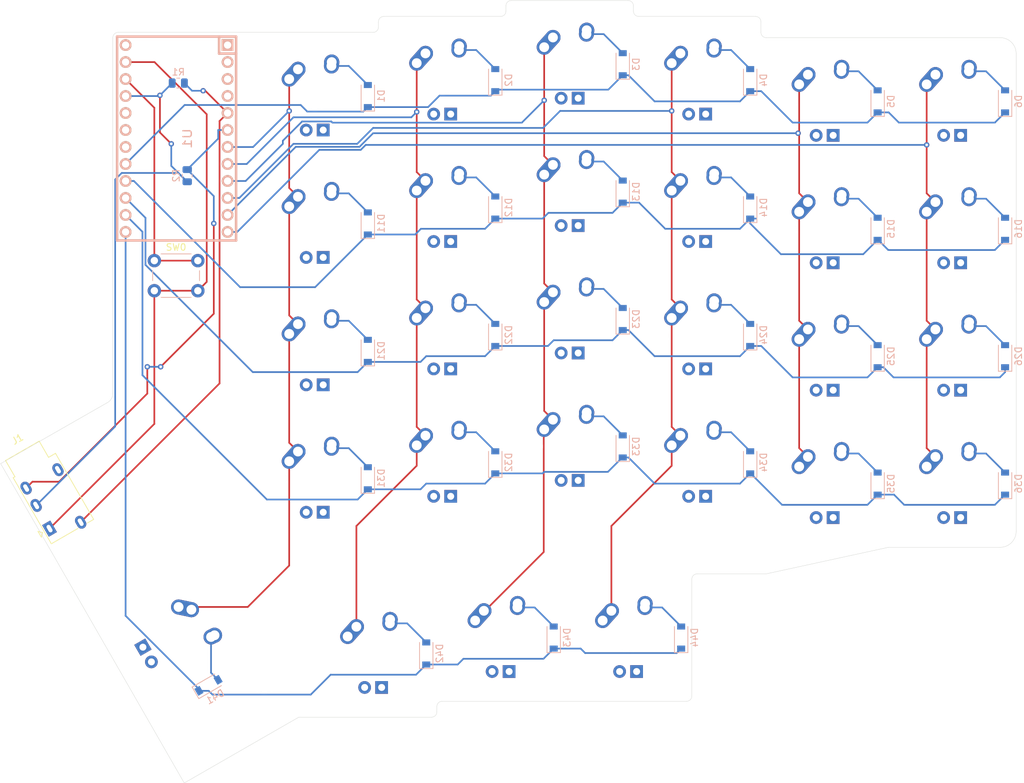
<source format=kicad_pcb>
(kicad_pcb (version 20171130) (host pcbnew "(5.1.9-0-10_14)")

  (general
    (thickness 1.6)
    (drawings 39)
    (tracks 310)
    (zones 0)
    (modules 61)
    (nets 53)
  )

  (page A4)
  (layers
    (0 F.Cu signal)
    (31 B.Cu signal)
    (32 B.Adhes user)
    (33 F.Adhes user)
    (34 B.Paste user)
    (35 F.Paste user)
    (36 B.SilkS user)
    (37 F.SilkS user)
    (38 B.Mask user)
    (39 F.Mask user)
    (40 Dwgs.User user)
    (41 Cmts.User user)
    (42 Eco1.User user)
    (43 Eco2.User user)
    (44 Edge.Cuts user)
    (45 Margin user)
    (46 B.CrtYd user)
    (47 F.CrtYd user)
    (48 B.Fab user)
    (49 F.Fab user)
  )

  (setup
    (last_trace_width 0.25)
    (trace_clearance 0.2)
    (zone_clearance 0.508)
    (zone_45_only no)
    (trace_min 0.2)
    (via_size 0.8)
    (via_drill 0.4)
    (via_min_size 0.4)
    (via_min_drill 0.3)
    (uvia_size 0.3)
    (uvia_drill 0.1)
    (uvias_allowed no)
    (uvia_min_size 0.2)
    (uvia_min_drill 0.1)
    (edge_width 0.05)
    (segment_width 0.2)
    (pcb_text_width 0.3)
    (pcb_text_size 1.5 1.5)
    (mod_edge_width 0.12)
    (mod_text_size 1 1)
    (mod_text_width 0.15)
    (pad_size 3.9878 3.9878)
    (pad_drill 3.9878)
    (pad_to_mask_clearance 0)
    (aux_axis_origin 0 0)
    (grid_origin 127.687 44.45)
    (visible_elements FFFFFF7F)
    (pcbplotparams
      (layerselection 0x010fc_ffffffff)
      (usegerberextensions false)
      (usegerberattributes true)
      (usegerberadvancedattributes true)
      (creategerberjobfile true)
      (excludeedgelayer true)
      (linewidth 0.100000)
      (plotframeref false)
      (viasonmask false)
      (mode 1)
      (useauxorigin false)
      (hpglpennumber 1)
      (hpglpenspeed 20)
      (hpglpendiameter 15.000000)
      (psnegative false)
      (psa4output false)
      (plotreference true)
      (plotvalue true)
      (plotinvisibletext false)
      (padsonsilk false)
      (subtractmaskfromsilk false)
      (outputformat 1)
      (mirror false)
      (drillshape 1)
      (scaleselection 1)
      (outputdirectory ""))
  )

  (net 0 "")
  (net 1 "Net-(D1-Pad2)")
  (net 2 ROW0)
  (net 3 "Net-(D2-Pad2)")
  (net 4 "Net-(D3-Pad2)")
  (net 5 "Net-(D4-Pad2)")
  (net 6 "Net-(D5-Pad2)")
  (net 7 "Net-(D6-Pad2)")
  (net 8 "Net-(D11-Pad2)")
  (net 9 ROW1)
  (net 10 "Net-(D12-Pad2)")
  (net 11 "Net-(D13-Pad2)")
  (net 12 "Net-(D14-Pad2)")
  (net 13 "Net-(D15-Pad2)")
  (net 14 "Net-(D16-Pad2)")
  (net 15 "Net-(D21-Pad2)")
  (net 16 ROW2)
  (net 17 "Net-(D22-Pad2)")
  (net 18 "Net-(D23-Pad2)")
  (net 19 "Net-(D24-Pad2)")
  (net 20 "Net-(D25-Pad2)")
  (net 21 "Net-(D26-Pad2)")
  (net 22 "Net-(D31-Pad2)")
  (net 23 ROW3)
  (net 24 "Net-(D32-Pad2)")
  (net 25 "Net-(D33-Pad2)")
  (net 26 "Net-(D34-Pad2)")
  (net 27 "Net-(D35-Pad2)")
  (net 28 "Net-(D36-Pad2)")
  (net 29 "Net-(D41-Pad2)")
  (net 30 ROW4)
  (net 31 "Net-(D42-Pad2)")
  (net 32 "Net-(D43-Pad2)")
  (net 33 "Net-(D44-Pad2)")
  (net 34 COL0)
  (net 35 COL1)
  (net 36 COL2)
  (net 37 COL3)
  (net 38 COL4)
  (net 39 COL5)
  (net 40 VCC)
  (net 41 SDA)
  (net 42 SCL)
  (net 43 GND)
  (net 44 "Net-(SW0-Pad1)")
  (net 45 "Net-(U1-Pad24)")
  (net 46 "Net-(U1-Pad20)")
  (net 47 "Net-(U1-Pad19)")
  (net 48 "Net-(U1-Pad18)")
  (net 49 "Net-(U1-Pad4)")
  (net 50 "Net-(U1-Pad3)")
  (net 51 "Net-(U1-Pad2)")
  (net 52 "Net-(U1-Pad1)")

  (net_class Default "This is the default net class."
    (clearance 0.2)
    (trace_width 0.25)
    (via_dia 0.8)
    (via_drill 0.4)
    (uvia_dia 0.3)
    (uvia_drill 0.1)
    (add_net COL0)
    (add_net COL1)
    (add_net COL2)
    (add_net COL3)
    (add_net COL4)
    (add_net COL5)
    (add_net GND)
    (add_net "Net-(D1-Pad2)")
    (add_net "Net-(D11-Pad2)")
    (add_net "Net-(D12-Pad2)")
    (add_net "Net-(D13-Pad2)")
    (add_net "Net-(D14-Pad2)")
    (add_net "Net-(D15-Pad2)")
    (add_net "Net-(D16-Pad2)")
    (add_net "Net-(D2-Pad2)")
    (add_net "Net-(D21-Pad2)")
    (add_net "Net-(D22-Pad2)")
    (add_net "Net-(D23-Pad2)")
    (add_net "Net-(D24-Pad2)")
    (add_net "Net-(D25-Pad2)")
    (add_net "Net-(D26-Pad2)")
    (add_net "Net-(D3-Pad2)")
    (add_net "Net-(D31-Pad2)")
    (add_net "Net-(D32-Pad2)")
    (add_net "Net-(D33-Pad2)")
    (add_net "Net-(D34-Pad2)")
    (add_net "Net-(D35-Pad2)")
    (add_net "Net-(D36-Pad2)")
    (add_net "Net-(D4-Pad2)")
    (add_net "Net-(D41-Pad2)")
    (add_net "Net-(D42-Pad2)")
    (add_net "Net-(D43-Pad2)")
    (add_net "Net-(D44-Pad2)")
    (add_net "Net-(D5-Pad2)")
    (add_net "Net-(D6-Pad2)")
    (add_net "Net-(SW0-Pad1)")
    (add_net "Net-(U1-Pad1)")
    (add_net "Net-(U1-Pad18)")
    (add_net "Net-(U1-Pad19)")
    (add_net "Net-(U1-Pad2)")
    (add_net "Net-(U1-Pad20)")
    (add_net "Net-(U1-Pad24)")
    (add_net "Net-(U1-Pad3)")
    (add_net "Net-(U1-Pad4)")
    (add_net ROW0)
    (add_net ROW1)
    (add_net ROW2)
    (add_net ROW3)
    (add_net ROW4)
    (add_net SCL)
    (add_net SDA)
    (add_net VCC)
  )

  (module footprints:ARDUINO_PRO_MICRO (layer B.Cu) (tedit 561304BE) (tstamp 6072E2F9)
    (at 97.5245 62.70625 270)
    (path /6071F7CA)
    (fp_text reference U1 (at 0 -1.625 270) (layer B.SilkS)
      (effects (font (size 1.27 1.524) (thickness 0.2032)) (justify mirror))
    )
    (fp_text value ProMicro (at 0 0 270) (layer B.SilkS) hide
      (effects (font (size 1.27 1.524) (thickness 0.2032)) (justify mirror))
    )
    (fp_line (start -15.24 8.89) (end -15.24 -8.89) (layer B.SilkS) (width 0.381))
    (fp_line (start -15.24 -8.89) (end 15.24 -8.89) (layer B.SilkS) (width 0.381))
    (fp_line (start 15.24 -8.89) (end 15.24 8.89) (layer B.SilkS) (width 0.381))
    (fp_line (start 15.24 8.89) (end -15.24 8.89) (layer B.SilkS) (width 0.381))
    (fp_line (start -15.24 -6.35) (end -12.7 -6.35) (layer B.SilkS) (width 0.381))
    (fp_line (start -12.7 -6.35) (end -12.7 -8.89) (layer B.SilkS) (width 0.381))
    (pad 24 thru_hole circle (at -13.97 7.62 270) (size 1.7526 1.7526) (drill 1.0922) (layers *.Cu *.SilkS *.Mask)
      (net 45 "Net-(U1-Pad24)"))
    (pad 12 thru_hole circle (at 13.97 -7.62 270) (size 1.7526 1.7526) (drill 1.0922) (layers *.Cu *.SilkS *.Mask)
      (net 39 COL5))
    (pad 23 thru_hole circle (at -11.43 7.62 270) (size 1.7526 1.7526) (drill 1.0922) (layers *.Cu *.SilkS *.Mask)
      (net 43 GND))
    (pad 22 thru_hole circle (at -8.89 7.62 270) (size 1.7526 1.7526) (drill 1.0922) (layers *.Cu *.SilkS *.Mask)
      (net 44 "Net-(SW0-Pad1)"))
    (pad 21 thru_hole circle (at -6.35 7.62 270) (size 1.7526 1.7526) (drill 1.0922) (layers *.Cu *.SilkS *.Mask)
      (net 40 VCC))
    (pad 20 thru_hole circle (at -3.81 7.62 270) (size 1.7526 1.7526) (drill 1.0922) (layers *.Cu *.SilkS *.Mask)
      (net 46 "Net-(U1-Pad20)"))
    (pad 19 thru_hole circle (at -1.27 7.62 270) (size 1.7526 1.7526) (drill 1.0922) (layers *.Cu *.SilkS *.Mask)
      (net 47 "Net-(U1-Pad19)"))
    (pad 18 thru_hole circle (at 1.27 7.62 270) (size 1.7526 1.7526) (drill 1.0922) (layers *.Cu *.SilkS *.Mask)
      (net 48 "Net-(U1-Pad18)"))
    (pad 17 thru_hole circle (at 3.81 7.62 270) (size 1.7526 1.7526) (drill 1.0922) (layers *.Cu *.SilkS *.Mask)
      (net 2 ROW0))
    (pad 16 thru_hole circle (at 6.35 7.62 270) (size 1.7526 1.7526) (drill 1.0922) (layers *.Cu *.SilkS *.Mask)
      (net 9 ROW1))
    (pad 15 thru_hole circle (at 8.89 7.62 270) (size 1.7526 1.7526) (drill 1.0922) (layers *.Cu *.SilkS *.Mask)
      (net 16 ROW2))
    (pad 14 thru_hole circle (at 11.43 7.62 270) (size 1.7526 1.7526) (drill 1.0922) (layers *.Cu *.SilkS *.Mask)
      (net 23 ROW3))
    (pad 13 thru_hole circle (at 13.97 7.62 270) (size 1.7526 1.7526) (drill 1.0922) (layers *.Cu *.SilkS *.Mask)
      (net 30 ROW4))
    (pad 11 thru_hole circle (at 11.43 -7.62 270) (size 1.7526 1.7526) (drill 1.0922) (layers *.Cu *.SilkS *.Mask)
      (net 38 COL4))
    (pad 10 thru_hole circle (at 8.89 -7.62 270) (size 1.7526 1.7526) (drill 1.0922) (layers *.Cu *.SilkS *.Mask)
      (net 37 COL3))
    (pad 9 thru_hole circle (at 6.35 -7.62 270) (size 1.7526 1.7526) (drill 1.0922) (layers *.Cu *.SilkS *.Mask)
      (net 36 COL2))
    (pad 8 thru_hole circle (at 3.81 -7.62 270) (size 1.7526 1.7526) (drill 1.0922) (layers *.Cu *.SilkS *.Mask)
      (net 35 COL1))
    (pad 7 thru_hole circle (at 1.27 -7.62 270) (size 1.7526 1.7526) (drill 1.0922) (layers *.Cu *.SilkS *.Mask)
      (net 34 COL0))
    (pad 6 thru_hole circle (at -1.27 -7.62 270) (size 1.7526 1.7526) (drill 1.0922) (layers *.Cu *.SilkS *.Mask)
      (net 42 SCL))
    (pad 5 thru_hole circle (at -3.81 -7.62 270) (size 1.7526 1.7526) (drill 1.0922) (layers *.Cu *.SilkS *.Mask)
      (net 41 SDA))
    (pad 4 thru_hole circle (at -6.35 -7.62 270) (size 1.7526 1.7526) (drill 1.0922) (layers *.Cu *.SilkS *.Mask)
      (net 49 "Net-(U1-Pad4)"))
    (pad 3 thru_hole circle (at -8.89 -7.62 270) (size 1.7526 1.7526) (drill 1.0922) (layers *.Cu *.SilkS *.Mask)
      (net 50 "Net-(U1-Pad3)"))
    (pad 2 thru_hole circle (at -11.43 -7.62 270) (size 1.7526 1.7526) (drill 1.0922) (layers *.Cu *.SilkS *.Mask)
      (net 51 "Net-(U1-Pad2)"))
    (pad 1 thru_hole rect (at -13.97 -7.62 270) (size 1.7526 1.7526) (drill 1.0922) (layers *.Cu *.SilkS *.Mask)
      (net 52 "Net-(U1-Pad1)"))
  )

  (module Button_Switch_THT:SW_PUSH_6mm (layer B.Cu) (tedit 5A02FE31) (tstamp 6072E2D7)
    (at 100.6995 80.9625 180)
    (descr https://www.omron.com/ecb/products/pdf/en-b3f.pdf)
    (tags "tact sw push 6mm")
    (path /60738E12)
    (fp_text reference SW0 (at 3.25 2) (layer F.SilkS)
      (effects (font (size 1 1) (thickness 0.15)))
    )
    (fp_text value Reset (at 3.75 -6.7) (layer F.Fab)
      (effects (font (size 1 1) (thickness 0.15)))
    )
    (fp_line (start 3.25 0.75) (end 6.25 0.75) (layer B.Fab) (width 0.1))
    (fp_line (start 6.25 0.75) (end 6.25 -5.25) (layer B.Fab) (width 0.1))
    (fp_line (start 6.25 -5.25) (end 0.25 -5.25) (layer B.Fab) (width 0.1))
    (fp_line (start 0.25 -5.25) (end 0.25 0.75) (layer B.Fab) (width 0.1))
    (fp_line (start 0.25 0.75) (end 3.25 0.75) (layer B.Fab) (width 0.1))
    (fp_line (start 7.75 -6) (end 8 -6) (layer B.CrtYd) (width 0.05))
    (fp_line (start 8 -6) (end 8 -5.75) (layer B.CrtYd) (width 0.05))
    (fp_line (start 7.75 1.5) (end 8 1.5) (layer B.CrtYd) (width 0.05))
    (fp_line (start 8 1.5) (end 8 1.25) (layer B.CrtYd) (width 0.05))
    (fp_line (start -1.5 1.25) (end -1.5 1.5) (layer B.CrtYd) (width 0.05))
    (fp_line (start -1.5 1.5) (end -1.25 1.5) (layer B.CrtYd) (width 0.05))
    (fp_line (start -1.5 -5.75) (end -1.5 -6) (layer B.CrtYd) (width 0.05))
    (fp_line (start -1.5 -6) (end -1.25 -6) (layer B.CrtYd) (width 0.05))
    (fp_line (start -1.25 1.5) (end 7.75 1.5) (layer B.CrtYd) (width 0.05))
    (fp_line (start -1.5 -5.75) (end -1.5 1.25) (layer B.CrtYd) (width 0.05))
    (fp_line (start 7.75 -6) (end -1.25 -6) (layer B.CrtYd) (width 0.05))
    (fp_line (start 8 1.25) (end 8 -5.75) (layer B.CrtYd) (width 0.05))
    (fp_line (start 1 -5.5) (end 5.5 -5.5) (layer B.SilkS) (width 0.12))
    (fp_line (start -0.25 -1.5) (end -0.25 -3) (layer B.SilkS) (width 0.12))
    (fp_line (start 5.5 1) (end 1 1) (layer B.SilkS) (width 0.12))
    (fp_line (start 6.75 -3) (end 6.75 -1.5) (layer B.SilkS) (width 0.12))
    (fp_circle (center 3.25 -2.25) (end 1.25 -2.5) (layer B.Fab) (width 0.1))
    (fp_text user %R (at 3.25 -2.25) (layer F.Fab)
      (effects (font (size 1 1) (thickness 0.15)))
    )
    (pad 1 thru_hole circle (at 6.5 0 90) (size 2 2) (drill 1.1) (layers *.Cu *.Mask)
      (net 44 "Net-(SW0-Pad1)"))
    (pad 2 thru_hole circle (at 6.5 -4.5 90) (size 2 2) (drill 1.1) (layers *.Cu *.Mask)
      (net 43 GND))
    (pad 1 thru_hole circle (at 0 0 90) (size 2 2) (drill 1.1) (layers *.Cu *.Mask)
      (net 44 "Net-(SW0-Pad1)"))
    (pad 2 thru_hole circle (at 0 -4.5 90) (size 2 2) (drill 1.1) (layers *.Cu *.Mask)
      (net 43 GND))
    (model ${KISYS3DMOD}/Button_Switch_THT.3dshapes/SW_PUSH_6mm.wrl
      (at (xyz 0 0 0))
      (scale (xyz 1 1 1))
      (rotate (xyz 0 0 0))
    )
  )

  (module MX_Only:MX-2U-FLIPPED-ReversedStabilizers (layer F.Cu) (tedit 5A9F4EE0) (tstamp 6072E24C)
    (at 97.5245 137.31875 300)
    (path /6072AAD1)
    (fp_text reference MX41 (at 0 3.175 120) (layer Dwgs.User)
      (effects (font (size 1 1) (thickness 0.15)))
    )
    (fp_text value MX-NoLED (at 0 -7.9375 120) (layer Dwgs.User)
      (effects (font (size 1 1) (thickness 0.15)))
    )
    (fp_line (start 5 -7) (end 7 -7) (layer Dwgs.User) (width 0.15))
    (fp_line (start 7 -7) (end 7 -5) (layer Dwgs.User) (width 0.15))
    (fp_line (start 5 7) (end 7 7) (layer Dwgs.User) (width 0.15))
    (fp_line (start 7 7) (end 7 5) (layer Dwgs.User) (width 0.15))
    (fp_line (start -7 5) (end -7 7) (layer Dwgs.User) (width 0.15))
    (fp_line (start -7 7) (end -5 7) (layer Dwgs.User) (width 0.15))
    (fp_line (start -5 -7) (end -7 -7) (layer Dwgs.User) (width 0.15))
    (fp_line (start -7 -7) (end -7 -5) (layer Dwgs.User) (width 0.15))
    (fp_line (start -19.05 -9.525) (end 19.05 -9.525) (layer Dwgs.User) (width 0.15))
    (fp_line (start 19.05 -9.525) (end 19.05 9.525) (layer Dwgs.User) (width 0.15))
    (fp_line (start -19.05 9.525) (end 19.05 9.525) (layer Dwgs.User) (width 0.15))
    (fp_line (start -19.05 9.525) (end -19.05 -9.525) (layer Dwgs.User) (width 0.15))
    (pad "" np_thru_hole circle (at 11.938 -8.255 300) (size 3.9878 3.9878) (drill 3.9878) (layers *.Cu *.Mask))
    (pad "" np_thru_hole circle (at -11.938 -8.255 300) (size 3.9878 3.9878) (drill 3.9878) (layers *.Cu *.Mask))
    (pad "" np_thru_hole circle (at 11.938 6.985 300) (size 3.048 3.048) (drill 3.048) (layers *.Cu *.Mask))
    (pad "" np_thru_hole circle (at -11.938 6.985 300) (size 3.048 3.048) (drill 3.048) (layers *.Cu *.Mask))
    (pad "" np_thru_hole circle (at 5.08 0 348.0996) (size 1.75 1.75) (drill 1.75) (layers *.Cu *.Mask))
    (pad "" np_thru_hole circle (at -5.08 0 348.0996) (size 1.75 1.75) (drill 1.75) (layers *.Cu *.Mask))
    (pad 4 thru_hole rect (at -1.27 5.08 300) (size 1.905 1.905) (drill 1.04) (layers *.Cu B.Mask))
    (pad 3 thru_hole circle (at 1.27 5.08 300) (size 1.905 1.905) (drill 1.04) (layers *.Cu B.Mask))
    (pad 1 thru_hole circle (at -2.5 -4 300) (size 2.25 2.25) (drill 1.47) (layers *.Cu B.Mask)
      (net 34 COL0))
    (pad "" np_thru_hole circle (at 0 0 300) (size 3.9878 3.9878) (drill 3.9878) (layers *.Cu *.Mask))
    (pad 1 thru_hole oval (at -3.81 -2.54 348.0996) (size 4.211556 2.25) (drill 1.47 (offset 0.980778 0)) (layers *.Cu B.Mask)
      (net 34 COL0))
    (pad 2 thru_hole circle (at 2.54 -5.08 300) (size 2.25 2.25) (drill 1.47) (layers *.Cu B.Mask)
      (net 29 "Net-(D41-Pad2)"))
    (pad 2 thru_hole oval (at 2.5 -4.5 26.0548) (size 2.831378 2.25) (drill 1.47 (offset 0.290689 0)) (layers *.Cu B.Mask)
      (net 29 "Net-(D41-Pad2)"))
  )

  (module Connector_Audio:Jack_3.5mm_PJ320E_Horizontal (layer F.Cu) (tedit 5BC12BA2) (tstamp 6072DE4B)
    (at 78.538 121.031 30)
    (descr "Headphones with microphone connector, 3.5mm, 4 pins (http://www.qingpu-electronics.com/en/products/WQP-PJ320E-177.html)")
    (tags "3.5mm jack mic microphone phones headphones 4pins audio plug")
    (path /60725A82)
    (fp_text reference J1 (at 2.54 -13.97 30) (layer F.SilkS)
      (effects (font (size 1 1) (thickness 0.15)))
    )
    (fp_text value TRRS_Jack (at 2.54 5.08 30) (layer F.Fab)
      (effects (font (size 1 1) (thickness 0.15)))
    )
    (fp_circle (center 0.9 0) (end 1.2 0.15) (layer F.Fab) (width 0.12))
    (fp_line (start -1.3 -12.5) (end 6.8 -12.5) (layer F.CrtYd) (width 0.05))
    (fp_line (start -0.6 -9.3) (end -0.6 -12.1) (layer F.SilkS) (width 0.12))
    (fp_line (start 5.2 -9.3) (end 5.2 -12.1) (layer F.SilkS) (width 0.12))
    (fp_line (start 6.4 -9.3) (end 6.4 2.1) (layer F.SilkS) (width 0.12))
    (fp_line (start 5.2 -12.1) (end -0.6 -12.1) (layer F.SilkS) (width 0.12))
    (fp_line (start -0.9 -9.3) (end -0.6 -9.3) (layer F.SilkS) (width 0.12))
    (fp_line (start 5.2 -9.3) (end 6.4 -9.3) (layer F.SilkS) (width 0.12))
    (fp_line (start 6.8 -12.5) (end 6.8 3) (layer F.CrtYd) (width 0.05))
    (fp_line (start -1.3 -12.5) (end -1.3 3) (layer F.CrtYd) (width 0.05))
    (fp_line (start -1.3 3) (end 6.8 3) (layer F.CrtYd) (width 0.05))
    (fp_line (start 6.4 2.1) (end 5.3 2.1) (layer F.SilkS) (width 0.12))
    (fp_line (start -0.9 2.1) (end 3.7 2.1) (layer F.SilkS) (width 0.12))
    (fp_line (start -0.9 -9.3) (end -0.9 2.1) (layer F.SilkS) (width 0.12))
    (fp_line (start 6.3 2) (end 5.3 2) (layer F.Fab) (width 0.1))
    (fp_line (start 6.3 -9.2) (end 6.3 2) (layer F.Fab) (width 0.1))
    (fp_line (start 5.1 -9.2) (end 6.3 -9.2) (layer F.Fab) (width 0.1))
    (fp_line (start 5.1 -12) (end 5.1 -9.2) (layer F.Fab) (width 0.1))
    (fp_line (start -0.5 -12) (end 5.1 -12) (layer F.Fab) (width 0.1))
    (fp_line (start -0.5 -9.2) (end -0.5 -12) (layer F.Fab) (width 0.1))
    (fp_line (start -0.8 -9.2) (end -0.5 -9.2) (layer F.Fab) (width 0.1))
    (fp_line (start -0.8 2) (end -0.8 -9.2) (layer F.Fab) (width 0.1))
    (fp_line (start 3.7 2) (end -0.8 2) (layer F.Fab) (width 0.1))
    (fp_line (start -1.2 0) (end -1.7 -0.5) (layer F.SilkS) (width 0.12))
    (fp_line (start -1.7 -0.5) (end -1.7 0.5) (layer F.SilkS) (width 0.12))
    (fp_line (start -1.7 0.5) (end -1.2 0) (layer F.SilkS) (width 0.12))
    (fp_text user %R (at 2.54 -13.97 30) (layer F.Fab)
      (effects (font (size 1 1) (thickness 0.15)))
    )
    (pad "" thru_hole oval (at 5.5 -7 300) (size 2 1.4) (drill oval 1.2 0.6) (layers *.Cu *.Mask))
    (pad S thru_hole oval (at 4.5 1.5 300) (size 2 1.4) (drill oval 1.2 0.6) (layers *.Cu *.Mask)
      (net 41 SDA))
    (pad T thru_hole rect (at 0 0 300) (size 2 1.4) (drill oval 1.2 0.6) (layers *.Cu *.Mask)
      (net 43 GND))
    (pad R1 thru_hole oval (at 0 -4 300) (size 2 1.4) (drill oval 1.2 0.6) (layers *.Cu *.Mask)
      (net 40 VCC))
    (pad R2 thru_hole oval (at 0 -7 300) (size 2 1.4) (drill oval 1.2 0.6) (layers *.Cu *.Mask)
      (net 42 SCL))
    (pad "" np_thru_hole circle (at 2.3 -5.7 300) (size 1.2 1.2) (drill 1.2) (layers *.Cu *.Mask))
    (pad "" np_thru_hole circle (at 2.3 1.3 300) (size 1.2 1.2) (drill 1.2) (layers *.Cu *.Mask))
    (model ${KISYS3DMOD}/Connector_Audio.3dshapes/Jack_3.5mm_PJ320E_Horizontal.wrl
      (at (xyz 0 0 0))
      (scale (xyz 1 1 1))
      (rotate (xyz 0 0 0))
    )
  )

  (module Resistor_SMD:R_0805_2012Metric (layer B.Cu) (tedit 5F68FEEE) (tstamp 6072E2B9)
    (at 99.112 68.2625 270)
    (descr "Resistor SMD 0805 (2012 Metric), square (rectangular) end terminal, IPC_7351 nominal, (Body size source: IPC-SM-782 page 72, https://www.pcb-3d.com/wordpress/wp-content/uploads/ipc-sm-782a_amendment_1_and_2.pdf), generated with kicad-footprint-generator")
    (tags resistor)
    (path /6072E460)
    (attr smd)
    (fp_text reference R2 (at 0 1.65 270) (layer B.SilkS)
      (effects (font (size 1 1) (thickness 0.15)) (justify mirror))
    )
    (fp_text value 10kOhms (at 0 -1.65 270) (layer B.Fab)
      (effects (font (size 1 1) (thickness 0.15)) (justify mirror))
    )
    (fp_line (start -1 -0.625) (end -1 0.625) (layer B.Fab) (width 0.1))
    (fp_line (start -1 0.625) (end 1 0.625) (layer B.Fab) (width 0.1))
    (fp_line (start 1 0.625) (end 1 -0.625) (layer B.Fab) (width 0.1))
    (fp_line (start 1 -0.625) (end -1 -0.625) (layer B.Fab) (width 0.1))
    (fp_line (start -0.227064 0.735) (end 0.227064 0.735) (layer B.SilkS) (width 0.12))
    (fp_line (start -0.227064 -0.735) (end 0.227064 -0.735) (layer B.SilkS) (width 0.12))
    (fp_line (start -1.68 -0.95) (end -1.68 0.95) (layer B.CrtYd) (width 0.05))
    (fp_line (start -1.68 0.95) (end 1.68 0.95) (layer B.CrtYd) (width 0.05))
    (fp_line (start 1.68 0.95) (end 1.68 -0.95) (layer B.CrtYd) (width 0.05))
    (fp_line (start 1.68 -0.95) (end -1.68 -0.95) (layer B.CrtYd) (width 0.05))
    (fp_text user %R (at 0 0 90) (layer B.Fab)
      (effects (font (size 0.5 0.5) (thickness 0.08)) (justify mirror))
    )
    (pad 2 smd roundrect (at 0.9125 0 270) (size 1.025 1.4) (layers B.Cu B.Paste B.Mask) (roundrect_rratio 0.243902)
      (net 40 VCC))
    (pad 1 smd roundrect (at -0.9125 0 270) (size 1.025 1.4) (layers B.Cu B.Paste B.Mask) (roundrect_rratio 0.243902)
      (net 42 SCL))
    (model ${KISYS3DMOD}/Resistor_SMD.3dshapes/R_0805_2012Metric.wrl
      (at (xyz 0 0 0))
      (scale (xyz 1 1 1))
      (rotate (xyz 0 0 0))
    )
  )

  (module Resistor_SMD:R_0805_2012Metric (layer B.Cu) (tedit 5F68FEEE) (tstamp 60730CD2)
    (at 97.7785 54.4195 180)
    (descr "Resistor SMD 0805 (2012 Metric), square (rectangular) end terminal, IPC_7351 nominal, (Body size source: IPC-SM-782 page 72, https://www.pcb-3d.com/wordpress/wp-content/uploads/ipc-sm-782a_amendment_1_and_2.pdf), generated with kicad-footprint-generator")
    (tags resistor)
    (path /60729D01)
    (attr smd)
    (fp_text reference R1 (at 0 1.65 180) (layer B.SilkS)
      (effects (font (size 1 1) (thickness 0.15)) (justify mirror))
    )
    (fp_text value 2.2kOhms (at 0 -1.65 180) (layer B.Fab)
      (effects (font (size 1 1) (thickness 0.15)) (justify mirror))
    )
    (fp_line (start -1 -0.625) (end -1 0.625) (layer B.Fab) (width 0.1))
    (fp_line (start -1 0.625) (end 1 0.625) (layer B.Fab) (width 0.1))
    (fp_line (start 1 0.625) (end 1 -0.625) (layer B.Fab) (width 0.1))
    (fp_line (start 1 -0.625) (end -1 -0.625) (layer B.Fab) (width 0.1))
    (fp_line (start -0.227064 0.735) (end 0.227064 0.735) (layer B.SilkS) (width 0.12))
    (fp_line (start -0.227064 -0.735) (end 0.227064 -0.735) (layer B.SilkS) (width 0.12))
    (fp_line (start -1.68 -0.95) (end -1.68 0.95) (layer B.CrtYd) (width 0.05))
    (fp_line (start -1.68 0.95) (end 1.68 0.95) (layer B.CrtYd) (width 0.05))
    (fp_line (start 1.68 0.95) (end 1.68 -0.95) (layer B.CrtYd) (width 0.05))
    (fp_line (start 1.68 -0.95) (end -1.68 -0.95) (layer B.CrtYd) (width 0.05))
    (fp_text user %R (at 0 0 270) (layer B.Fab)
      (effects (font (size 0.5 0.5) (thickness 0.08)) (justify mirror))
    )
    (pad 2 smd roundrect (at 0.9125 0 180) (size 1.025 1.4) (layers B.Cu B.Paste B.Mask) (roundrect_rratio 0.243902)
      (net 40 VCC))
    (pad 1 smd roundrect (at -0.9125 0 180) (size 1.025 1.4) (layers B.Cu B.Paste B.Mask) (roundrect_rratio 0.243902)
      (net 41 SDA))
    (model ${KISYS3DMOD}/Resistor_SMD.3dshapes/R_0805_2012Metric.wrl
      (at (xyz 0 0 0))
      (scale (xyz 1 1 1))
      (rotate (xyz 0 0 0))
    )
  )

  (module MX_Only:MX-1U (layer F.Cu) (tedit 5A9F3A9A) (tstamp 6072E297)
    (at 164.99325 137.31875)
    (path /6072C094)
    (fp_text reference MX44 (at 0 3.175) (layer Dwgs.User)
      (effects (font (size 1 1) (thickness 0.15)))
    )
    (fp_text value MX-NoLED (at 0 -7.9375) (layer Dwgs.User)
      (effects (font (size 1 1) (thickness 0.15)))
    )
    (fp_line (start 5 -7) (end 7 -7) (layer Dwgs.User) (width 0.15))
    (fp_line (start 7 -7) (end 7 -5) (layer Dwgs.User) (width 0.15))
    (fp_line (start 5 7) (end 7 7) (layer Dwgs.User) (width 0.15))
    (fp_line (start 7 7) (end 7 5) (layer Dwgs.User) (width 0.15))
    (fp_line (start -7 5) (end -7 7) (layer Dwgs.User) (width 0.15))
    (fp_line (start -7 7) (end -5 7) (layer Dwgs.User) (width 0.15))
    (fp_line (start -5 -7) (end -7 -7) (layer Dwgs.User) (width 0.15))
    (fp_line (start -7 -7) (end -7 -5) (layer Dwgs.User) (width 0.15))
    (fp_line (start -9.525 -9.525) (end 9.525 -9.525) (layer Dwgs.User) (width 0.15))
    (fp_line (start 9.525 -9.525) (end 9.525 9.525) (layer Dwgs.User) (width 0.15))
    (fp_line (start 9.525 9.525) (end -9.525 9.525) (layer Dwgs.User) (width 0.15))
    (fp_line (start -9.525 9.525) (end -9.525 -9.525) (layer Dwgs.User) (width 0.15))
    (pad "" np_thru_hole circle (at 5.08 0 48.0996) (size 1.75 1.75) (drill 1.75) (layers *.Cu *.Mask))
    (pad "" np_thru_hole circle (at -5.08 0 48.0996) (size 1.75 1.75) (drill 1.75) (layers *.Cu *.Mask))
    (pad 4 thru_hole rect (at 1.27 5.08) (size 1.905 1.905) (drill 1.04) (layers *.Cu B.Mask))
    (pad 3 thru_hole circle (at -1.27 5.08) (size 1.905 1.905) (drill 1.04) (layers *.Cu B.Mask))
    (pad 1 thru_hole circle (at -2.5 -4) (size 2.25 2.25) (drill 1.47) (layers *.Cu B.Mask)
      (net 37 COL3))
    (pad "" np_thru_hole circle (at 0 0) (size 3.9878 3.9878) (drill 3.9878) (layers *.Cu *.Mask))
    (pad 1 thru_hole oval (at -3.81 -2.54 48.0996) (size 4.211556 2.25) (drill 1.47 (offset 0.980778 0)) (layers *.Cu B.Mask)
      (net 37 COL3))
    (pad 2 thru_hole circle (at 2.54 -5.08) (size 2.25 2.25) (drill 1.47) (layers *.Cu B.Mask)
      (net 33 "Net-(D44-Pad2)"))
    (pad 2 thru_hole oval (at 2.5 -4.5 86.0548) (size 2.831378 2.25) (drill 1.47 (offset 0.290689 0)) (layers *.Cu B.Mask)
      (net 33 "Net-(D44-Pad2)"))
  )

  (module MX_Only:MX-1U (layer F.Cu) (tedit 5A9F3A9A) (tstamp 6072E27E)
    (at 145.94325 137.31875)
    (path /6072BC7D)
    (fp_text reference MX43 (at 0 3.175) (layer Dwgs.User)
      (effects (font (size 1 1) (thickness 0.15)))
    )
    (fp_text value MX-NoLED (at 0 -7.9375) (layer Dwgs.User)
      (effects (font (size 1 1) (thickness 0.15)))
    )
    (fp_line (start 5 -7) (end 7 -7) (layer Dwgs.User) (width 0.15))
    (fp_line (start 7 -7) (end 7 -5) (layer Dwgs.User) (width 0.15))
    (fp_line (start 5 7) (end 7 7) (layer Dwgs.User) (width 0.15))
    (fp_line (start 7 7) (end 7 5) (layer Dwgs.User) (width 0.15))
    (fp_line (start -7 5) (end -7 7) (layer Dwgs.User) (width 0.15))
    (fp_line (start -7 7) (end -5 7) (layer Dwgs.User) (width 0.15))
    (fp_line (start -5 -7) (end -7 -7) (layer Dwgs.User) (width 0.15))
    (fp_line (start -7 -7) (end -7 -5) (layer Dwgs.User) (width 0.15))
    (fp_line (start -9.525 -9.525) (end 9.525 -9.525) (layer Dwgs.User) (width 0.15))
    (fp_line (start 9.525 -9.525) (end 9.525 9.525) (layer Dwgs.User) (width 0.15))
    (fp_line (start 9.525 9.525) (end -9.525 9.525) (layer Dwgs.User) (width 0.15))
    (fp_line (start -9.525 9.525) (end -9.525 -9.525) (layer Dwgs.User) (width 0.15))
    (pad "" np_thru_hole circle (at 5.08 0 48.0996) (size 1.75 1.75) (drill 1.75) (layers *.Cu *.Mask))
    (pad "" np_thru_hole circle (at -5.08 0 48.0996) (size 1.75 1.75) (drill 1.75) (layers *.Cu *.Mask))
    (pad 4 thru_hole rect (at 1.27 5.08) (size 1.905 1.905) (drill 1.04) (layers *.Cu B.Mask))
    (pad 3 thru_hole circle (at -1.27 5.08) (size 1.905 1.905) (drill 1.04) (layers *.Cu B.Mask))
    (pad 1 thru_hole circle (at -2.5 -4) (size 2.25 2.25) (drill 1.47) (layers *.Cu B.Mask)
      (net 36 COL2))
    (pad "" np_thru_hole circle (at 0 0) (size 3.9878 3.9878) (drill 3.9878) (layers *.Cu *.Mask))
    (pad 1 thru_hole oval (at -3.81 -2.54 48.0996) (size 4.211556 2.25) (drill 1.47 (offset 0.980778 0)) (layers *.Cu B.Mask)
      (net 36 COL2))
    (pad 2 thru_hole circle (at 2.54 -5.08) (size 2.25 2.25) (drill 1.47) (layers *.Cu B.Mask)
      (net 32 "Net-(D43-Pad2)"))
    (pad 2 thru_hole oval (at 2.5 -4.5 86.0548) (size 2.831378 2.25) (drill 1.47 (offset 0.290689 0)) (layers *.Cu B.Mask)
      (net 32 "Net-(D43-Pad2)"))
  )

  (module MX_Only:MX-1U (layer F.Cu) (tedit 5A9F3A9A) (tstamp 6072E265)
    (at 126.89325 139.7)
    (path /6072B58C)
    (fp_text reference MX42 (at 0 3.175) (layer Dwgs.User)
      (effects (font (size 1 1) (thickness 0.15)))
    )
    (fp_text value MX-NoLED (at 0 -7.9375) (layer Dwgs.User)
      (effects (font (size 1 1) (thickness 0.15)))
    )
    (fp_line (start 5 -7) (end 7 -7) (layer Dwgs.User) (width 0.15))
    (fp_line (start 7 -7) (end 7 -5) (layer Dwgs.User) (width 0.15))
    (fp_line (start 5 7) (end 7 7) (layer Dwgs.User) (width 0.15))
    (fp_line (start 7 7) (end 7 5) (layer Dwgs.User) (width 0.15))
    (fp_line (start -7 5) (end -7 7) (layer Dwgs.User) (width 0.15))
    (fp_line (start -7 7) (end -5 7) (layer Dwgs.User) (width 0.15))
    (fp_line (start -5 -7) (end -7 -7) (layer Dwgs.User) (width 0.15))
    (fp_line (start -7 -7) (end -7 -5) (layer Dwgs.User) (width 0.15))
    (fp_line (start -9.525 -9.525) (end 9.525 -9.525) (layer Dwgs.User) (width 0.15))
    (fp_line (start 9.525 -9.525) (end 9.525 9.525) (layer Dwgs.User) (width 0.15))
    (fp_line (start 9.525 9.525) (end -9.525 9.525) (layer Dwgs.User) (width 0.15))
    (fp_line (start -9.525 9.525) (end -9.525 -9.525) (layer Dwgs.User) (width 0.15))
    (pad "" np_thru_hole circle (at 5.08 0 48.0996) (size 1.75 1.75) (drill 1.75) (layers *.Cu *.Mask))
    (pad "" np_thru_hole circle (at -5.08 0 48.0996) (size 1.75 1.75) (drill 1.75) (layers *.Cu *.Mask))
    (pad 4 thru_hole rect (at 1.27 5.08) (size 1.905 1.905) (drill 1.04) (layers *.Cu B.Mask))
    (pad 3 thru_hole circle (at -1.27 5.08) (size 1.905 1.905) (drill 1.04) (layers *.Cu B.Mask))
    (pad 1 thru_hole circle (at -2.5 -4) (size 2.25 2.25) (drill 1.47) (layers *.Cu B.Mask)
      (net 35 COL1))
    (pad "" np_thru_hole circle (at 0 0) (size 3.9878 3.9878) (drill 3.9878) (layers *.Cu *.Mask))
    (pad 1 thru_hole oval (at -3.81 -2.54 48.0996) (size 4.211556 2.25) (drill 1.47 (offset 0.980778 0)) (layers *.Cu B.Mask)
      (net 35 COL1))
    (pad 2 thru_hole circle (at 2.54 -5.08) (size 2.25 2.25) (drill 1.47) (layers *.Cu B.Mask)
      (net 31 "Net-(D42-Pad2)"))
    (pad 2 thru_hole oval (at 2.5 -4.5 86.0548) (size 2.831378 2.25) (drill 1.47 (offset 0.290689 0)) (layers *.Cu B.Mask)
      (net 31 "Net-(D42-Pad2)"))
  )

  (module MX_Only:MX-1U (layer F.Cu) (tedit 5A9F3A9A) (tstamp 6072E1CF)
    (at 213.412 114.3)
    (path /607231E0)
    (fp_text reference MX36 (at 0 3.175) (layer Dwgs.User)
      (effects (font (size 1 1) (thickness 0.15)))
    )
    (fp_text value MX-NoLED (at 0 -7.9375) (layer Dwgs.User)
      (effects (font (size 1 1) (thickness 0.15)))
    )
    (fp_line (start 5 -7) (end 7 -7) (layer Dwgs.User) (width 0.15))
    (fp_line (start 7 -7) (end 7 -5) (layer Dwgs.User) (width 0.15))
    (fp_line (start 5 7) (end 7 7) (layer Dwgs.User) (width 0.15))
    (fp_line (start 7 7) (end 7 5) (layer Dwgs.User) (width 0.15))
    (fp_line (start -7 5) (end -7 7) (layer Dwgs.User) (width 0.15))
    (fp_line (start -7 7) (end -5 7) (layer Dwgs.User) (width 0.15))
    (fp_line (start -5 -7) (end -7 -7) (layer Dwgs.User) (width 0.15))
    (fp_line (start -7 -7) (end -7 -5) (layer Dwgs.User) (width 0.15))
    (fp_line (start -9.525 -9.525) (end 9.525 -9.525) (layer Dwgs.User) (width 0.15))
    (fp_line (start 9.525 -9.525) (end 9.525 9.525) (layer Dwgs.User) (width 0.15))
    (fp_line (start 9.525 9.525) (end -9.525 9.525) (layer Dwgs.User) (width 0.15))
    (fp_line (start -9.525 9.525) (end -9.525 -9.525) (layer Dwgs.User) (width 0.15))
    (pad "" np_thru_hole circle (at 5.08 0 48.0996) (size 1.75 1.75) (drill 1.75) (layers *.Cu *.Mask))
    (pad "" np_thru_hole circle (at -5.08 0 48.0996) (size 1.75 1.75) (drill 1.75) (layers *.Cu *.Mask))
    (pad 4 thru_hole rect (at 1.27 5.08) (size 1.905 1.905) (drill 1.04) (layers *.Cu B.Mask))
    (pad 3 thru_hole circle (at -1.27 5.08) (size 1.905 1.905) (drill 1.04) (layers *.Cu B.Mask))
    (pad 1 thru_hole circle (at -2.5 -4) (size 2.25 2.25) (drill 1.47) (layers *.Cu B.Mask)
      (net 39 COL5))
    (pad "" np_thru_hole circle (at 0 0) (size 3.9878 3.9878) (drill 3.9878) (layers *.Cu *.Mask))
    (pad 1 thru_hole oval (at -3.81 -2.54 48.0996) (size 4.211556 2.25) (drill 1.47 (offset 0.980778 0)) (layers *.Cu B.Mask)
      (net 39 COL5))
    (pad 2 thru_hole circle (at 2.54 -5.08) (size 2.25 2.25) (drill 1.47) (layers *.Cu B.Mask)
      (net 28 "Net-(D36-Pad2)"))
    (pad 2 thru_hole oval (at 2.5 -4.5 86.0548) (size 2.831378 2.25) (drill 1.47 (offset 0.290689 0)) (layers *.Cu B.Mask)
      (net 28 "Net-(D36-Pad2)"))
  )

  (module MX_Only:MX-1U (layer F.Cu) (tedit 5A9F3A9A) (tstamp 6072E1B6)
    (at 194.362 114.3)
    (path /607229FF)
    (fp_text reference MX35 (at 0 3.175) (layer Dwgs.User)
      (effects (font (size 1 1) (thickness 0.15)))
    )
    (fp_text value MX-NoLED (at 0 -7.9375) (layer Dwgs.User)
      (effects (font (size 1 1) (thickness 0.15)))
    )
    (fp_line (start 5 -7) (end 7 -7) (layer Dwgs.User) (width 0.15))
    (fp_line (start 7 -7) (end 7 -5) (layer Dwgs.User) (width 0.15))
    (fp_line (start 5 7) (end 7 7) (layer Dwgs.User) (width 0.15))
    (fp_line (start 7 7) (end 7 5) (layer Dwgs.User) (width 0.15))
    (fp_line (start -7 5) (end -7 7) (layer Dwgs.User) (width 0.15))
    (fp_line (start -7 7) (end -5 7) (layer Dwgs.User) (width 0.15))
    (fp_line (start -5 -7) (end -7 -7) (layer Dwgs.User) (width 0.15))
    (fp_line (start -7 -7) (end -7 -5) (layer Dwgs.User) (width 0.15))
    (fp_line (start -9.525 -9.525) (end 9.525 -9.525) (layer Dwgs.User) (width 0.15))
    (fp_line (start 9.525 -9.525) (end 9.525 9.525) (layer Dwgs.User) (width 0.15))
    (fp_line (start 9.525 9.525) (end -9.525 9.525) (layer Dwgs.User) (width 0.15))
    (fp_line (start -9.525 9.525) (end -9.525 -9.525) (layer Dwgs.User) (width 0.15))
    (pad "" np_thru_hole circle (at 5.08 0 48.0996) (size 1.75 1.75) (drill 1.75) (layers *.Cu *.Mask))
    (pad "" np_thru_hole circle (at -5.08 0 48.0996) (size 1.75 1.75) (drill 1.75) (layers *.Cu *.Mask))
    (pad 4 thru_hole rect (at 1.27 5.08) (size 1.905 1.905) (drill 1.04) (layers *.Cu B.Mask))
    (pad 3 thru_hole circle (at -1.27 5.08) (size 1.905 1.905) (drill 1.04) (layers *.Cu B.Mask))
    (pad 1 thru_hole circle (at -2.5 -4) (size 2.25 2.25) (drill 1.47) (layers *.Cu B.Mask)
      (net 38 COL4))
    (pad "" np_thru_hole circle (at 0 0) (size 3.9878 3.9878) (drill 3.9878) (layers *.Cu *.Mask))
    (pad 1 thru_hole oval (at -3.81 -2.54 48.0996) (size 4.211556 2.25) (drill 1.47 (offset 0.980778 0)) (layers *.Cu B.Mask)
      (net 38 COL4))
    (pad 2 thru_hole circle (at 2.54 -5.08) (size 2.25 2.25) (drill 1.47) (layers *.Cu B.Mask)
      (net 27 "Net-(D35-Pad2)"))
    (pad 2 thru_hole oval (at 2.5 -4.5 86.0548) (size 2.831378 2.25) (drill 1.47 (offset 0.290689 0)) (layers *.Cu B.Mask)
      (net 27 "Net-(D35-Pad2)"))
  )

  (module MX_Only:MX-1U (layer F.Cu) (tedit 5A9F3A9A) (tstamp 6072E19D)
    (at 175.312 111.125)
    (path /60722561)
    (fp_text reference MX34 (at 0 3.175) (layer Dwgs.User)
      (effects (font (size 1 1) (thickness 0.15)))
    )
    (fp_text value MX-NoLED (at 0 -7.9375) (layer Dwgs.User)
      (effects (font (size 1 1) (thickness 0.15)))
    )
    (fp_line (start 5 -7) (end 7 -7) (layer Dwgs.User) (width 0.15))
    (fp_line (start 7 -7) (end 7 -5) (layer Dwgs.User) (width 0.15))
    (fp_line (start 5 7) (end 7 7) (layer Dwgs.User) (width 0.15))
    (fp_line (start 7 7) (end 7 5) (layer Dwgs.User) (width 0.15))
    (fp_line (start -7 5) (end -7 7) (layer Dwgs.User) (width 0.15))
    (fp_line (start -7 7) (end -5 7) (layer Dwgs.User) (width 0.15))
    (fp_line (start -5 -7) (end -7 -7) (layer Dwgs.User) (width 0.15))
    (fp_line (start -7 -7) (end -7 -5) (layer Dwgs.User) (width 0.15))
    (fp_line (start -9.525 -9.525) (end 9.525 -9.525) (layer Dwgs.User) (width 0.15))
    (fp_line (start 9.525 -9.525) (end 9.525 9.525) (layer Dwgs.User) (width 0.15))
    (fp_line (start 9.525 9.525) (end -9.525 9.525) (layer Dwgs.User) (width 0.15))
    (fp_line (start -9.525 9.525) (end -9.525 -9.525) (layer Dwgs.User) (width 0.15))
    (pad "" np_thru_hole circle (at 5.08 0 48.0996) (size 1.75 1.75) (drill 1.75) (layers *.Cu *.Mask))
    (pad "" np_thru_hole circle (at -5.08 0 48.0996) (size 1.75 1.75) (drill 1.75) (layers *.Cu *.Mask))
    (pad 4 thru_hole rect (at 1.27 5.08) (size 1.905 1.905) (drill 1.04) (layers *.Cu B.Mask))
    (pad 3 thru_hole circle (at -1.27 5.08) (size 1.905 1.905) (drill 1.04) (layers *.Cu B.Mask))
    (pad 1 thru_hole circle (at -2.5 -4) (size 2.25 2.25) (drill 1.47) (layers *.Cu B.Mask)
      (net 37 COL3))
    (pad "" np_thru_hole circle (at 0 0) (size 3.9878 3.9878) (drill 3.9878) (layers *.Cu *.Mask))
    (pad 1 thru_hole oval (at -3.81 -2.54 48.0996) (size 4.211556 2.25) (drill 1.47 (offset 0.980778 0)) (layers *.Cu B.Mask)
      (net 37 COL3))
    (pad 2 thru_hole circle (at 2.54 -5.08) (size 2.25 2.25) (drill 1.47) (layers *.Cu B.Mask)
      (net 26 "Net-(D34-Pad2)"))
    (pad 2 thru_hole oval (at 2.5 -4.5 86.0548) (size 2.831378 2.25) (drill 1.47 (offset 0.290689 0)) (layers *.Cu B.Mask)
      (net 26 "Net-(D34-Pad2)"))
  )

  (module MX_Only:MX-1U (layer F.Cu) (tedit 5A9F3A9A) (tstamp 6072E184)
    (at 156.262 108.74375)
    (path /607220D2)
    (fp_text reference MX33 (at 0 3.175) (layer Dwgs.User)
      (effects (font (size 1 1) (thickness 0.15)))
    )
    (fp_text value MX-NoLED (at 0 -7.9375) (layer Dwgs.User)
      (effects (font (size 1 1) (thickness 0.15)))
    )
    (fp_line (start 5 -7) (end 7 -7) (layer Dwgs.User) (width 0.15))
    (fp_line (start 7 -7) (end 7 -5) (layer Dwgs.User) (width 0.15))
    (fp_line (start 5 7) (end 7 7) (layer Dwgs.User) (width 0.15))
    (fp_line (start 7 7) (end 7 5) (layer Dwgs.User) (width 0.15))
    (fp_line (start -7 5) (end -7 7) (layer Dwgs.User) (width 0.15))
    (fp_line (start -7 7) (end -5 7) (layer Dwgs.User) (width 0.15))
    (fp_line (start -5 -7) (end -7 -7) (layer Dwgs.User) (width 0.15))
    (fp_line (start -7 -7) (end -7 -5) (layer Dwgs.User) (width 0.15))
    (fp_line (start -9.525 -9.525) (end 9.525 -9.525) (layer Dwgs.User) (width 0.15))
    (fp_line (start 9.525 -9.525) (end 9.525 9.525) (layer Dwgs.User) (width 0.15))
    (fp_line (start 9.525 9.525) (end -9.525 9.525) (layer Dwgs.User) (width 0.15))
    (fp_line (start -9.525 9.525) (end -9.525 -9.525) (layer Dwgs.User) (width 0.15))
    (pad "" np_thru_hole circle (at 5.08 0 48.0996) (size 1.75 1.75) (drill 1.75) (layers *.Cu *.Mask))
    (pad "" np_thru_hole circle (at -5.08 0 48.0996) (size 1.75 1.75) (drill 1.75) (layers *.Cu *.Mask))
    (pad 4 thru_hole rect (at 1.27 5.08) (size 1.905 1.905) (drill 1.04) (layers *.Cu B.Mask))
    (pad 3 thru_hole circle (at -1.27 5.08) (size 1.905 1.905) (drill 1.04) (layers *.Cu B.Mask))
    (pad 1 thru_hole circle (at -2.5 -4) (size 2.25 2.25) (drill 1.47) (layers *.Cu B.Mask)
      (net 36 COL2))
    (pad "" np_thru_hole circle (at 0 0) (size 3.9878 3.9878) (drill 3.9878) (layers *.Cu *.Mask))
    (pad 1 thru_hole oval (at -3.81 -2.54 48.0996) (size 4.211556 2.25) (drill 1.47 (offset 0.980778 0)) (layers *.Cu B.Mask)
      (net 36 COL2))
    (pad 2 thru_hole circle (at 2.54 -5.08) (size 2.25 2.25) (drill 1.47) (layers *.Cu B.Mask)
      (net 25 "Net-(D33-Pad2)"))
    (pad 2 thru_hole oval (at 2.5 -4.5 86.0548) (size 2.831378 2.25) (drill 1.47 (offset 0.290689 0)) (layers *.Cu B.Mask)
      (net 25 "Net-(D33-Pad2)"))
  )

  (module MX_Only:MX-1U (layer F.Cu) (tedit 5A9F3A9A) (tstamp 6072E16B)
    (at 137.212 111.125)
    (path /607218EC)
    (fp_text reference MX32 (at 0 3.175) (layer Dwgs.User)
      (effects (font (size 1 1) (thickness 0.15)))
    )
    (fp_text value MX-NoLED (at 0 -7.9375) (layer Dwgs.User)
      (effects (font (size 1 1) (thickness 0.15)))
    )
    (fp_line (start 5 -7) (end 7 -7) (layer Dwgs.User) (width 0.15))
    (fp_line (start 7 -7) (end 7 -5) (layer Dwgs.User) (width 0.15))
    (fp_line (start 5 7) (end 7 7) (layer Dwgs.User) (width 0.15))
    (fp_line (start 7 7) (end 7 5) (layer Dwgs.User) (width 0.15))
    (fp_line (start -7 5) (end -7 7) (layer Dwgs.User) (width 0.15))
    (fp_line (start -7 7) (end -5 7) (layer Dwgs.User) (width 0.15))
    (fp_line (start -5 -7) (end -7 -7) (layer Dwgs.User) (width 0.15))
    (fp_line (start -7 -7) (end -7 -5) (layer Dwgs.User) (width 0.15))
    (fp_line (start -9.525 -9.525) (end 9.525 -9.525) (layer Dwgs.User) (width 0.15))
    (fp_line (start 9.525 -9.525) (end 9.525 9.525) (layer Dwgs.User) (width 0.15))
    (fp_line (start 9.525 9.525) (end -9.525 9.525) (layer Dwgs.User) (width 0.15))
    (fp_line (start -9.525 9.525) (end -9.525 -9.525) (layer Dwgs.User) (width 0.15))
    (pad "" np_thru_hole circle (at 5.08 0 48.0996) (size 1.75 1.75) (drill 1.75) (layers *.Cu *.Mask))
    (pad "" np_thru_hole circle (at -5.08 0 48.0996) (size 1.75 1.75) (drill 1.75) (layers *.Cu *.Mask))
    (pad 4 thru_hole rect (at 1.27 5.08) (size 1.905 1.905) (drill 1.04) (layers *.Cu B.Mask))
    (pad 3 thru_hole circle (at -1.27 5.08) (size 1.905 1.905) (drill 1.04) (layers *.Cu B.Mask))
    (pad 1 thru_hole circle (at -2.5 -4) (size 2.25 2.25) (drill 1.47) (layers *.Cu B.Mask)
      (net 35 COL1))
    (pad "" np_thru_hole circle (at 0 0) (size 3.9878 3.9878) (drill 3.9878) (layers *.Cu *.Mask))
    (pad 1 thru_hole oval (at -3.81 -2.54 48.0996) (size 4.211556 2.25) (drill 1.47 (offset 0.980778 0)) (layers *.Cu B.Mask)
      (net 35 COL1))
    (pad 2 thru_hole circle (at 2.54 -5.08) (size 2.25 2.25) (drill 1.47) (layers *.Cu B.Mask)
      (net 24 "Net-(D32-Pad2)"))
    (pad 2 thru_hole oval (at 2.5 -4.5 86.0548) (size 2.831378 2.25) (drill 1.47 (offset 0.290689 0)) (layers *.Cu B.Mask)
      (net 24 "Net-(D32-Pad2)"))
  )

  (module MX_Only:MX-1U (layer F.Cu) (tedit 5A9F3A9A) (tstamp 6072E152)
    (at 118.162 113.50625)
    (path /60720CBF)
    (fp_text reference MX31 (at 0 3.175) (layer Dwgs.User)
      (effects (font (size 1 1) (thickness 0.15)))
    )
    (fp_text value MX-NoLED (at 0 -7.9375) (layer Dwgs.User)
      (effects (font (size 1 1) (thickness 0.15)))
    )
    (fp_line (start 5 -7) (end 7 -7) (layer Dwgs.User) (width 0.15))
    (fp_line (start 7 -7) (end 7 -5) (layer Dwgs.User) (width 0.15))
    (fp_line (start 5 7) (end 7 7) (layer Dwgs.User) (width 0.15))
    (fp_line (start 7 7) (end 7 5) (layer Dwgs.User) (width 0.15))
    (fp_line (start -7 5) (end -7 7) (layer Dwgs.User) (width 0.15))
    (fp_line (start -7 7) (end -5 7) (layer Dwgs.User) (width 0.15))
    (fp_line (start -5 -7) (end -7 -7) (layer Dwgs.User) (width 0.15))
    (fp_line (start -7 -7) (end -7 -5) (layer Dwgs.User) (width 0.15))
    (fp_line (start -9.525 -9.525) (end 9.525 -9.525) (layer Dwgs.User) (width 0.15))
    (fp_line (start 9.525 -9.525) (end 9.525 9.525) (layer Dwgs.User) (width 0.15))
    (fp_line (start 9.525 9.525) (end -9.525 9.525) (layer Dwgs.User) (width 0.15))
    (fp_line (start -9.525 9.525) (end -9.525 -9.525) (layer Dwgs.User) (width 0.15))
    (pad "" np_thru_hole circle (at 5.08 0 48.0996) (size 1.75 1.75) (drill 1.75) (layers *.Cu *.Mask))
    (pad "" np_thru_hole circle (at -5.08 0 48.0996) (size 1.75 1.75) (drill 1.75) (layers *.Cu *.Mask))
    (pad 4 thru_hole rect (at 1.27 5.08) (size 1.905 1.905) (drill 1.04) (layers *.Cu B.Mask))
    (pad 3 thru_hole circle (at -1.27 5.08) (size 1.905 1.905) (drill 1.04) (layers *.Cu B.Mask))
    (pad 1 thru_hole circle (at -2.5 -4) (size 2.25 2.25) (drill 1.47) (layers *.Cu B.Mask)
      (net 34 COL0))
    (pad "" np_thru_hole circle (at 0 0) (size 3.9878 3.9878) (drill 3.9878) (layers *.Cu *.Mask))
    (pad 1 thru_hole oval (at -3.81 -2.54 48.0996) (size 4.211556 2.25) (drill 1.47 (offset 0.980778 0)) (layers *.Cu B.Mask)
      (net 34 COL0))
    (pad 2 thru_hole circle (at 2.54 -5.08) (size 2.25 2.25) (drill 1.47) (layers *.Cu B.Mask)
      (net 22 "Net-(D31-Pad2)"))
    (pad 2 thru_hole oval (at 2.5 -4.5 86.0548) (size 2.831378 2.25) (drill 1.47 (offset 0.290689 0)) (layers *.Cu B.Mask)
      (net 22 "Net-(D31-Pad2)"))
  )

  (module MX_Only:MX-1U (layer F.Cu) (tedit 5A9F3A9A) (tstamp 6072E0D5)
    (at 213.412 95.25)
    (path /607630FC)
    (fp_text reference MX26 (at 0 3.175) (layer Dwgs.User)
      (effects (font (size 1 1) (thickness 0.15)))
    )
    (fp_text value MX-NoLED (at 0 -7.9375) (layer Dwgs.User)
      (effects (font (size 1 1) (thickness 0.15)))
    )
    (fp_line (start 5 -7) (end 7 -7) (layer Dwgs.User) (width 0.15))
    (fp_line (start 7 -7) (end 7 -5) (layer Dwgs.User) (width 0.15))
    (fp_line (start 5 7) (end 7 7) (layer Dwgs.User) (width 0.15))
    (fp_line (start 7 7) (end 7 5) (layer Dwgs.User) (width 0.15))
    (fp_line (start -7 5) (end -7 7) (layer Dwgs.User) (width 0.15))
    (fp_line (start -7 7) (end -5 7) (layer Dwgs.User) (width 0.15))
    (fp_line (start -5 -7) (end -7 -7) (layer Dwgs.User) (width 0.15))
    (fp_line (start -7 -7) (end -7 -5) (layer Dwgs.User) (width 0.15))
    (fp_line (start -9.525 -9.525) (end 9.525 -9.525) (layer Dwgs.User) (width 0.15))
    (fp_line (start 9.525 -9.525) (end 9.525 9.525) (layer Dwgs.User) (width 0.15))
    (fp_line (start 9.525 9.525) (end -9.525 9.525) (layer Dwgs.User) (width 0.15))
    (fp_line (start -9.525 9.525) (end -9.525 -9.525) (layer Dwgs.User) (width 0.15))
    (pad "" np_thru_hole circle (at 5.08 0 48.0996) (size 1.75 1.75) (drill 1.75) (layers *.Cu *.Mask))
    (pad "" np_thru_hole circle (at -5.08 0 48.0996) (size 1.75 1.75) (drill 1.75) (layers *.Cu *.Mask))
    (pad 4 thru_hole rect (at 1.27 5.08) (size 1.905 1.905) (drill 1.04) (layers *.Cu B.Mask))
    (pad 3 thru_hole circle (at -1.27 5.08) (size 1.905 1.905) (drill 1.04) (layers *.Cu B.Mask))
    (pad 1 thru_hole circle (at -2.5 -4) (size 2.25 2.25) (drill 1.47) (layers *.Cu B.Mask)
      (net 39 COL5))
    (pad "" np_thru_hole circle (at 0 0) (size 3.9878 3.9878) (drill 3.9878) (layers *.Cu *.Mask))
    (pad 1 thru_hole oval (at -3.81 -2.54 48.0996) (size 4.211556 2.25) (drill 1.47 (offset 0.980778 0)) (layers *.Cu B.Mask)
      (net 39 COL5))
    (pad 2 thru_hole circle (at 2.54 -5.08) (size 2.25 2.25) (drill 1.47) (layers *.Cu B.Mask)
      (net 21 "Net-(D26-Pad2)"))
    (pad 2 thru_hole oval (at 2.5 -4.5 86.0548) (size 2.831378 2.25) (drill 1.47 (offset 0.290689 0)) (layers *.Cu B.Mask)
      (net 21 "Net-(D26-Pad2)"))
  )

  (module MX_Only:MX-1U (layer F.Cu) (tedit 5A9F3A9A) (tstamp 6072E0BC)
    (at 194.362 95.25)
    (path /6076275E)
    (fp_text reference MX25 (at 0 3.175) (layer Dwgs.User)
      (effects (font (size 1 1) (thickness 0.15)))
    )
    (fp_text value MX-NoLED (at 0 -7.9375) (layer Dwgs.User)
      (effects (font (size 1 1) (thickness 0.15)))
    )
    (fp_line (start 5 -7) (end 7 -7) (layer Dwgs.User) (width 0.15))
    (fp_line (start 7 -7) (end 7 -5) (layer Dwgs.User) (width 0.15))
    (fp_line (start 5 7) (end 7 7) (layer Dwgs.User) (width 0.15))
    (fp_line (start 7 7) (end 7 5) (layer Dwgs.User) (width 0.15))
    (fp_line (start -7 5) (end -7 7) (layer Dwgs.User) (width 0.15))
    (fp_line (start -7 7) (end -5 7) (layer Dwgs.User) (width 0.15))
    (fp_line (start -5 -7) (end -7 -7) (layer Dwgs.User) (width 0.15))
    (fp_line (start -7 -7) (end -7 -5) (layer Dwgs.User) (width 0.15))
    (fp_line (start -9.525 -9.525) (end 9.525 -9.525) (layer Dwgs.User) (width 0.15))
    (fp_line (start 9.525 -9.525) (end 9.525 9.525) (layer Dwgs.User) (width 0.15))
    (fp_line (start 9.525 9.525) (end -9.525 9.525) (layer Dwgs.User) (width 0.15))
    (fp_line (start -9.525 9.525) (end -9.525 -9.525) (layer Dwgs.User) (width 0.15))
    (pad "" np_thru_hole circle (at 5.08 0 48.0996) (size 1.75 1.75) (drill 1.75) (layers *.Cu *.Mask))
    (pad "" np_thru_hole circle (at -5.08 0 48.0996) (size 1.75 1.75) (drill 1.75) (layers *.Cu *.Mask))
    (pad 4 thru_hole rect (at 1.27 5.08) (size 1.905 1.905) (drill 1.04) (layers *.Cu B.Mask))
    (pad 3 thru_hole circle (at -1.27 5.08) (size 1.905 1.905) (drill 1.04) (layers *.Cu B.Mask))
    (pad 1 thru_hole circle (at -2.5 -4) (size 2.25 2.25) (drill 1.47) (layers *.Cu B.Mask)
      (net 38 COL4))
    (pad "" np_thru_hole circle (at 0 0) (size 3.9878 3.9878) (drill 3.9878) (layers *.Cu *.Mask))
    (pad 1 thru_hole oval (at -3.81 -2.54 48.0996) (size 4.211556 2.25) (drill 1.47 (offset 0.980778 0)) (layers *.Cu B.Mask)
      (net 38 COL4))
    (pad 2 thru_hole circle (at 2.54 -5.08) (size 2.25 2.25) (drill 1.47) (layers *.Cu B.Mask)
      (net 20 "Net-(D25-Pad2)"))
    (pad 2 thru_hole oval (at 2.5 -4.5 86.0548) (size 2.831378 2.25) (drill 1.47 (offset 0.290689 0)) (layers *.Cu B.Mask)
      (net 20 "Net-(D25-Pad2)"))
  )

  (module MX_Only:MX-1U (layer F.Cu) (tedit 5A9F3A9A) (tstamp 6072E0A3)
    (at 175.312 92.075)
    (path /60762009)
    (fp_text reference MX24 (at 0 3.175) (layer Dwgs.User)
      (effects (font (size 1 1) (thickness 0.15)))
    )
    (fp_text value MX-NoLED (at 0 -7.9375) (layer Dwgs.User)
      (effects (font (size 1 1) (thickness 0.15)))
    )
    (fp_line (start 5 -7) (end 7 -7) (layer Dwgs.User) (width 0.15))
    (fp_line (start 7 -7) (end 7 -5) (layer Dwgs.User) (width 0.15))
    (fp_line (start 5 7) (end 7 7) (layer Dwgs.User) (width 0.15))
    (fp_line (start 7 7) (end 7 5) (layer Dwgs.User) (width 0.15))
    (fp_line (start -7 5) (end -7 7) (layer Dwgs.User) (width 0.15))
    (fp_line (start -7 7) (end -5 7) (layer Dwgs.User) (width 0.15))
    (fp_line (start -5 -7) (end -7 -7) (layer Dwgs.User) (width 0.15))
    (fp_line (start -7 -7) (end -7 -5) (layer Dwgs.User) (width 0.15))
    (fp_line (start -9.525 -9.525) (end 9.525 -9.525) (layer Dwgs.User) (width 0.15))
    (fp_line (start 9.525 -9.525) (end 9.525 9.525) (layer Dwgs.User) (width 0.15))
    (fp_line (start 9.525 9.525) (end -9.525 9.525) (layer Dwgs.User) (width 0.15))
    (fp_line (start -9.525 9.525) (end -9.525 -9.525) (layer Dwgs.User) (width 0.15))
    (pad "" np_thru_hole circle (at 5.08 0 48.0996) (size 1.75 1.75) (drill 1.75) (layers *.Cu *.Mask))
    (pad "" np_thru_hole circle (at -5.08 0 48.0996) (size 1.75 1.75) (drill 1.75) (layers *.Cu *.Mask))
    (pad 4 thru_hole rect (at 1.27 5.08) (size 1.905 1.905) (drill 1.04) (layers *.Cu B.Mask))
    (pad 3 thru_hole circle (at -1.27 5.08) (size 1.905 1.905) (drill 1.04) (layers *.Cu B.Mask))
    (pad 1 thru_hole circle (at -2.5 -4) (size 2.25 2.25) (drill 1.47) (layers *.Cu B.Mask)
      (net 37 COL3))
    (pad "" np_thru_hole circle (at 0 0) (size 3.9878 3.9878) (drill 3.9878) (layers *.Cu *.Mask))
    (pad 1 thru_hole oval (at -3.81 -2.54 48.0996) (size 4.211556 2.25) (drill 1.47 (offset 0.980778 0)) (layers *.Cu B.Mask)
      (net 37 COL3))
    (pad 2 thru_hole circle (at 2.54 -5.08) (size 2.25 2.25) (drill 1.47) (layers *.Cu B.Mask)
      (net 19 "Net-(D24-Pad2)"))
    (pad 2 thru_hole oval (at 2.5 -4.5 86.0548) (size 2.831378 2.25) (drill 1.47 (offset 0.290689 0)) (layers *.Cu B.Mask)
      (net 19 "Net-(D24-Pad2)"))
  )

  (module MX_Only:MX-1U (layer F.Cu) (tedit 5A9F3A9A) (tstamp 6072E08A)
    (at 156.262 89.69375)
    (path /60761A58)
    (fp_text reference MX23 (at 0 3.175) (layer Dwgs.User)
      (effects (font (size 1 1) (thickness 0.15)))
    )
    (fp_text value MX-NoLED (at 0 -7.9375) (layer Dwgs.User)
      (effects (font (size 1 1) (thickness 0.15)))
    )
    (fp_line (start 5 -7) (end 7 -7) (layer Dwgs.User) (width 0.15))
    (fp_line (start 7 -7) (end 7 -5) (layer Dwgs.User) (width 0.15))
    (fp_line (start 5 7) (end 7 7) (layer Dwgs.User) (width 0.15))
    (fp_line (start 7 7) (end 7 5) (layer Dwgs.User) (width 0.15))
    (fp_line (start -7 5) (end -7 7) (layer Dwgs.User) (width 0.15))
    (fp_line (start -7 7) (end -5 7) (layer Dwgs.User) (width 0.15))
    (fp_line (start -5 -7) (end -7 -7) (layer Dwgs.User) (width 0.15))
    (fp_line (start -7 -7) (end -7 -5) (layer Dwgs.User) (width 0.15))
    (fp_line (start -9.525 -9.525) (end 9.525 -9.525) (layer Dwgs.User) (width 0.15))
    (fp_line (start 9.525 -9.525) (end 9.525 9.525) (layer Dwgs.User) (width 0.15))
    (fp_line (start 9.525 9.525) (end -9.525 9.525) (layer Dwgs.User) (width 0.15))
    (fp_line (start -9.525 9.525) (end -9.525 -9.525) (layer Dwgs.User) (width 0.15))
    (pad "" np_thru_hole circle (at 5.08 0 48.0996) (size 1.75 1.75) (drill 1.75) (layers *.Cu *.Mask))
    (pad "" np_thru_hole circle (at -5.08 0 48.0996) (size 1.75 1.75) (drill 1.75) (layers *.Cu *.Mask))
    (pad 4 thru_hole rect (at 1.27 5.08) (size 1.905 1.905) (drill 1.04) (layers *.Cu B.Mask))
    (pad 3 thru_hole circle (at -1.27 5.08) (size 1.905 1.905) (drill 1.04) (layers *.Cu B.Mask))
    (pad 1 thru_hole circle (at -2.5 -4) (size 2.25 2.25) (drill 1.47) (layers *.Cu B.Mask)
      (net 36 COL2))
    (pad "" np_thru_hole circle (at 0 0) (size 3.9878 3.9878) (drill 3.9878) (layers *.Cu *.Mask))
    (pad 1 thru_hole oval (at -3.81 -2.54 48.0996) (size 4.211556 2.25) (drill 1.47 (offset 0.980778 0)) (layers *.Cu B.Mask)
      (net 36 COL2))
    (pad 2 thru_hole circle (at 2.54 -5.08) (size 2.25 2.25) (drill 1.47) (layers *.Cu B.Mask)
      (net 18 "Net-(D23-Pad2)"))
    (pad 2 thru_hole oval (at 2.5 -4.5 86.0548) (size 2.831378 2.25) (drill 1.47 (offset 0.290689 0)) (layers *.Cu B.Mask)
      (net 18 "Net-(D23-Pad2)"))
  )

  (module MX_Only:MX-1U (layer F.Cu) (tedit 5A9F3A9A) (tstamp 6072E071)
    (at 137.212 92.075)
    (path /60761222)
    (fp_text reference MX22 (at 0 3.175) (layer Dwgs.User)
      (effects (font (size 1 1) (thickness 0.15)))
    )
    (fp_text value MX-NoLED (at 0 -7.9375) (layer Dwgs.User)
      (effects (font (size 1 1) (thickness 0.15)))
    )
    (fp_line (start 5 -7) (end 7 -7) (layer Dwgs.User) (width 0.15))
    (fp_line (start 7 -7) (end 7 -5) (layer Dwgs.User) (width 0.15))
    (fp_line (start 5 7) (end 7 7) (layer Dwgs.User) (width 0.15))
    (fp_line (start 7 7) (end 7 5) (layer Dwgs.User) (width 0.15))
    (fp_line (start -7 5) (end -7 7) (layer Dwgs.User) (width 0.15))
    (fp_line (start -7 7) (end -5 7) (layer Dwgs.User) (width 0.15))
    (fp_line (start -5 -7) (end -7 -7) (layer Dwgs.User) (width 0.15))
    (fp_line (start -7 -7) (end -7 -5) (layer Dwgs.User) (width 0.15))
    (fp_line (start -9.525 -9.525) (end 9.525 -9.525) (layer Dwgs.User) (width 0.15))
    (fp_line (start 9.525 -9.525) (end 9.525 9.525) (layer Dwgs.User) (width 0.15))
    (fp_line (start 9.525 9.525) (end -9.525 9.525) (layer Dwgs.User) (width 0.15))
    (fp_line (start -9.525 9.525) (end -9.525 -9.525) (layer Dwgs.User) (width 0.15))
    (pad "" np_thru_hole circle (at 5.08 0 48.0996) (size 1.75 1.75) (drill 1.75) (layers *.Cu *.Mask))
    (pad "" np_thru_hole circle (at -5.08 0 48.0996) (size 1.75 1.75) (drill 1.75) (layers *.Cu *.Mask))
    (pad 4 thru_hole rect (at 1.27 5.08) (size 1.905 1.905) (drill 1.04) (layers *.Cu B.Mask))
    (pad 3 thru_hole circle (at -1.27 5.08) (size 1.905 1.905) (drill 1.04) (layers *.Cu B.Mask))
    (pad 1 thru_hole circle (at -2.5 -4) (size 2.25 2.25) (drill 1.47) (layers *.Cu B.Mask)
      (net 35 COL1))
    (pad "" np_thru_hole circle (at 0 0) (size 3.9878 3.9878) (drill 3.9878) (layers *.Cu *.Mask))
    (pad 1 thru_hole oval (at -3.81 -2.54 48.0996) (size 4.211556 2.25) (drill 1.47 (offset 0.980778 0)) (layers *.Cu B.Mask)
      (net 35 COL1))
    (pad 2 thru_hole circle (at 2.54 -5.08) (size 2.25 2.25) (drill 1.47) (layers *.Cu B.Mask)
      (net 17 "Net-(D22-Pad2)"))
    (pad 2 thru_hole oval (at 2.5 -4.5 86.0548) (size 2.831378 2.25) (drill 1.47 (offset 0.290689 0)) (layers *.Cu B.Mask)
      (net 17 "Net-(D22-Pad2)"))
  )

  (module MX_Only:MX-1U (layer F.Cu) (tedit 5A9F3A9A) (tstamp 6072E058)
    (at 118.162 94.45625)
    (path /607606EA)
    (fp_text reference MX21 (at 0 3.175) (layer Dwgs.User)
      (effects (font (size 1 1) (thickness 0.15)))
    )
    (fp_text value MX-NoLED (at 0 -7.9375) (layer Dwgs.User)
      (effects (font (size 1 1) (thickness 0.15)))
    )
    (fp_line (start 5 -7) (end 7 -7) (layer Dwgs.User) (width 0.15))
    (fp_line (start 7 -7) (end 7 -5) (layer Dwgs.User) (width 0.15))
    (fp_line (start 5 7) (end 7 7) (layer Dwgs.User) (width 0.15))
    (fp_line (start 7 7) (end 7 5) (layer Dwgs.User) (width 0.15))
    (fp_line (start -7 5) (end -7 7) (layer Dwgs.User) (width 0.15))
    (fp_line (start -7 7) (end -5 7) (layer Dwgs.User) (width 0.15))
    (fp_line (start -5 -7) (end -7 -7) (layer Dwgs.User) (width 0.15))
    (fp_line (start -7 -7) (end -7 -5) (layer Dwgs.User) (width 0.15))
    (fp_line (start -9.525 -9.525) (end 9.525 -9.525) (layer Dwgs.User) (width 0.15))
    (fp_line (start 9.525 -9.525) (end 9.525 9.525) (layer Dwgs.User) (width 0.15))
    (fp_line (start 9.525 9.525) (end -9.525 9.525) (layer Dwgs.User) (width 0.15))
    (fp_line (start -9.525 9.525) (end -9.525 -9.525) (layer Dwgs.User) (width 0.15))
    (pad "" np_thru_hole circle (at 5.08 0 48.0996) (size 1.75 1.75) (drill 1.75) (layers *.Cu *.Mask))
    (pad "" np_thru_hole circle (at -5.08 0 48.0996) (size 1.75 1.75) (drill 1.75) (layers *.Cu *.Mask))
    (pad 4 thru_hole rect (at 1.27 5.08) (size 1.905 1.905) (drill 1.04) (layers *.Cu B.Mask))
    (pad 3 thru_hole circle (at -1.27 5.08) (size 1.905 1.905) (drill 1.04) (layers *.Cu B.Mask))
    (pad 1 thru_hole circle (at -2.5 -4) (size 2.25 2.25) (drill 1.47) (layers *.Cu B.Mask)
      (net 34 COL0))
    (pad "" np_thru_hole circle (at 0 0) (size 3.9878 3.9878) (drill 3.9878) (layers *.Cu *.Mask))
    (pad 1 thru_hole oval (at -3.81 -2.54 48.0996) (size 4.211556 2.25) (drill 1.47 (offset 0.980778 0)) (layers *.Cu B.Mask)
      (net 34 COL0))
    (pad 2 thru_hole circle (at 2.54 -5.08) (size 2.25 2.25) (drill 1.47) (layers *.Cu B.Mask)
      (net 15 "Net-(D21-Pad2)"))
    (pad 2 thru_hole oval (at 2.5 -4.5 86.0548) (size 2.831378 2.25) (drill 1.47 (offset 0.290689 0)) (layers *.Cu B.Mask)
      (net 15 "Net-(D21-Pad2)"))
  )

  (module MX_Only:MX-1U (layer F.Cu) (tedit 5A9F3A9A) (tstamp 6072DFDB)
    (at 213.412 76.2)
    (path /60759F5C)
    (fp_text reference MX16 (at 0 3.175) (layer Dwgs.User)
      (effects (font (size 1 1) (thickness 0.15)))
    )
    (fp_text value MX-NoLED (at 0 -7.9375) (layer Dwgs.User)
      (effects (font (size 1 1) (thickness 0.15)))
    )
    (fp_line (start 5 -7) (end 7 -7) (layer Dwgs.User) (width 0.15))
    (fp_line (start 7 -7) (end 7 -5) (layer Dwgs.User) (width 0.15))
    (fp_line (start 5 7) (end 7 7) (layer Dwgs.User) (width 0.15))
    (fp_line (start 7 7) (end 7 5) (layer Dwgs.User) (width 0.15))
    (fp_line (start -7 5) (end -7 7) (layer Dwgs.User) (width 0.15))
    (fp_line (start -7 7) (end -5 7) (layer Dwgs.User) (width 0.15))
    (fp_line (start -5 -7) (end -7 -7) (layer Dwgs.User) (width 0.15))
    (fp_line (start -7 -7) (end -7 -5) (layer Dwgs.User) (width 0.15))
    (fp_line (start -9.525 -9.525) (end 9.525 -9.525) (layer Dwgs.User) (width 0.15))
    (fp_line (start 9.525 -9.525) (end 9.525 9.525) (layer Dwgs.User) (width 0.15))
    (fp_line (start 9.525 9.525) (end -9.525 9.525) (layer Dwgs.User) (width 0.15))
    (fp_line (start -9.525 9.525) (end -9.525 -9.525) (layer Dwgs.User) (width 0.15))
    (pad "" np_thru_hole circle (at 5.08 0 48.0996) (size 1.75 1.75) (drill 1.75) (layers *.Cu *.Mask))
    (pad "" np_thru_hole circle (at -5.08 0 48.0996) (size 1.75 1.75) (drill 1.75) (layers *.Cu *.Mask))
    (pad 4 thru_hole rect (at 1.27 5.08) (size 1.905 1.905) (drill 1.04) (layers *.Cu B.Mask))
    (pad 3 thru_hole circle (at -1.27 5.08) (size 1.905 1.905) (drill 1.04) (layers *.Cu B.Mask))
    (pad 1 thru_hole circle (at -2.5 -4) (size 2.25 2.25) (drill 1.47) (layers *.Cu B.Mask)
      (net 39 COL5))
    (pad "" np_thru_hole circle (at 0 0) (size 3.9878 3.9878) (drill 3.9878) (layers *.Cu *.Mask))
    (pad 1 thru_hole oval (at -3.81 -2.54 48.0996) (size 4.211556 2.25) (drill 1.47 (offset 0.980778 0)) (layers *.Cu B.Mask)
      (net 39 COL5))
    (pad 2 thru_hole circle (at 2.54 -5.08) (size 2.25 2.25) (drill 1.47) (layers *.Cu B.Mask)
      (net 14 "Net-(D16-Pad2)"))
    (pad 2 thru_hole oval (at 2.5 -4.5 86.0548) (size 2.831378 2.25) (drill 1.47 (offset 0.290689 0)) (layers *.Cu B.Mask)
      (net 14 "Net-(D16-Pad2)"))
  )

  (module MX_Only:MX-1U (layer F.Cu) (tedit 5A9F3A9A) (tstamp 6072DFC2)
    (at 194.362 76.2)
    (path /60759B22)
    (fp_text reference MX15 (at 0 3.175) (layer Dwgs.User)
      (effects (font (size 1 1) (thickness 0.15)))
    )
    (fp_text value MX-NoLED (at 0 -7.9375) (layer Dwgs.User)
      (effects (font (size 1 1) (thickness 0.15)))
    )
    (fp_line (start 5 -7) (end 7 -7) (layer Dwgs.User) (width 0.15))
    (fp_line (start 7 -7) (end 7 -5) (layer Dwgs.User) (width 0.15))
    (fp_line (start 5 7) (end 7 7) (layer Dwgs.User) (width 0.15))
    (fp_line (start 7 7) (end 7 5) (layer Dwgs.User) (width 0.15))
    (fp_line (start -7 5) (end -7 7) (layer Dwgs.User) (width 0.15))
    (fp_line (start -7 7) (end -5 7) (layer Dwgs.User) (width 0.15))
    (fp_line (start -5 -7) (end -7 -7) (layer Dwgs.User) (width 0.15))
    (fp_line (start -7 -7) (end -7 -5) (layer Dwgs.User) (width 0.15))
    (fp_line (start -9.525 -9.525) (end 9.525 -9.525) (layer Dwgs.User) (width 0.15))
    (fp_line (start 9.525 -9.525) (end 9.525 9.525) (layer Dwgs.User) (width 0.15))
    (fp_line (start 9.525 9.525) (end -9.525 9.525) (layer Dwgs.User) (width 0.15))
    (fp_line (start -9.525 9.525) (end -9.525 -9.525) (layer Dwgs.User) (width 0.15))
    (pad "" np_thru_hole circle (at 5.08 0 48.0996) (size 1.75 1.75) (drill 1.75) (layers *.Cu *.Mask))
    (pad "" np_thru_hole circle (at -5.08 0 48.0996) (size 1.75 1.75) (drill 1.75) (layers *.Cu *.Mask))
    (pad 4 thru_hole rect (at 1.27 5.08) (size 1.905 1.905) (drill 1.04) (layers *.Cu B.Mask))
    (pad 3 thru_hole circle (at -1.27 5.08) (size 1.905 1.905) (drill 1.04) (layers *.Cu B.Mask))
    (pad 1 thru_hole circle (at -2.5 -4) (size 2.25 2.25) (drill 1.47) (layers *.Cu B.Mask)
      (net 38 COL4))
    (pad "" np_thru_hole circle (at 0 0) (size 3.9878 3.9878) (drill 3.9878) (layers *.Cu *.Mask))
    (pad 1 thru_hole oval (at -3.81 -2.54 48.0996) (size 4.211556 2.25) (drill 1.47 (offset 0.980778 0)) (layers *.Cu B.Mask)
      (net 38 COL4))
    (pad 2 thru_hole circle (at 2.54 -5.08) (size 2.25 2.25) (drill 1.47) (layers *.Cu B.Mask)
      (net 13 "Net-(D15-Pad2)"))
    (pad 2 thru_hole oval (at 2.5 -4.5 86.0548) (size 2.831378 2.25) (drill 1.47 (offset 0.290689 0)) (layers *.Cu B.Mask)
      (net 13 "Net-(D15-Pad2)"))
  )

  (module MX_Only:MX-1U (layer F.Cu) (tedit 5A9F3A9A) (tstamp 6072DFA9)
    (at 175.312 73.025)
    (path /607593FA)
    (fp_text reference MX14 (at 0 3.175) (layer Dwgs.User)
      (effects (font (size 1 1) (thickness 0.15)))
    )
    (fp_text value MX-NoLED (at 0 -7.9375) (layer Dwgs.User)
      (effects (font (size 1 1) (thickness 0.15)))
    )
    (fp_line (start 5 -7) (end 7 -7) (layer Dwgs.User) (width 0.15))
    (fp_line (start 7 -7) (end 7 -5) (layer Dwgs.User) (width 0.15))
    (fp_line (start 5 7) (end 7 7) (layer Dwgs.User) (width 0.15))
    (fp_line (start 7 7) (end 7 5) (layer Dwgs.User) (width 0.15))
    (fp_line (start -7 5) (end -7 7) (layer Dwgs.User) (width 0.15))
    (fp_line (start -7 7) (end -5 7) (layer Dwgs.User) (width 0.15))
    (fp_line (start -5 -7) (end -7 -7) (layer Dwgs.User) (width 0.15))
    (fp_line (start -7 -7) (end -7 -5) (layer Dwgs.User) (width 0.15))
    (fp_line (start -9.525 -9.525) (end 9.525 -9.525) (layer Dwgs.User) (width 0.15))
    (fp_line (start 9.525 -9.525) (end 9.525 9.525) (layer Dwgs.User) (width 0.15))
    (fp_line (start 9.525 9.525) (end -9.525 9.525) (layer Dwgs.User) (width 0.15))
    (fp_line (start -9.525 9.525) (end -9.525 -9.525) (layer Dwgs.User) (width 0.15))
    (pad "" np_thru_hole circle (at 5.08 0 48.0996) (size 1.75 1.75) (drill 1.75) (layers *.Cu *.Mask))
    (pad "" np_thru_hole circle (at -5.08 0 48.0996) (size 1.75 1.75) (drill 1.75) (layers *.Cu *.Mask))
    (pad 4 thru_hole rect (at 1.27 5.08) (size 1.905 1.905) (drill 1.04) (layers *.Cu B.Mask))
    (pad 3 thru_hole circle (at -1.27 5.08) (size 1.905 1.905) (drill 1.04) (layers *.Cu B.Mask))
    (pad 1 thru_hole circle (at -2.5 -4) (size 2.25 2.25) (drill 1.47) (layers *.Cu B.Mask)
      (net 37 COL3))
    (pad "" np_thru_hole circle (at 0 0) (size 3.9878 3.9878) (drill 3.9878) (layers *.Cu *.Mask))
    (pad 1 thru_hole oval (at -3.81 -2.54 48.0996) (size 4.211556 2.25) (drill 1.47 (offset 0.980778 0)) (layers *.Cu B.Mask)
      (net 37 COL3))
    (pad 2 thru_hole circle (at 2.54 -5.08) (size 2.25 2.25) (drill 1.47) (layers *.Cu B.Mask)
      (net 12 "Net-(D14-Pad2)"))
    (pad 2 thru_hole oval (at 2.5 -4.5 86.0548) (size 2.831378 2.25) (drill 1.47 (offset 0.290689 0)) (layers *.Cu B.Mask)
      (net 12 "Net-(D14-Pad2)"))
  )

  (module MX_Only:MX-1U (layer F.Cu) (tedit 5A9F3A9A) (tstamp 6072DF90)
    (at 156.262 70.64375)
    (path /60758BB5)
    (fp_text reference MX13 (at 0 3.175) (layer Dwgs.User)
      (effects (font (size 1 1) (thickness 0.15)))
    )
    (fp_text value MX-NoLED (at 0 -7.9375) (layer Dwgs.User)
      (effects (font (size 1 1) (thickness 0.15)))
    )
    (fp_line (start 5 -7) (end 7 -7) (layer Dwgs.User) (width 0.15))
    (fp_line (start 7 -7) (end 7 -5) (layer Dwgs.User) (width 0.15))
    (fp_line (start 5 7) (end 7 7) (layer Dwgs.User) (width 0.15))
    (fp_line (start 7 7) (end 7 5) (layer Dwgs.User) (width 0.15))
    (fp_line (start -7 5) (end -7 7) (layer Dwgs.User) (width 0.15))
    (fp_line (start -7 7) (end -5 7) (layer Dwgs.User) (width 0.15))
    (fp_line (start -5 -7) (end -7 -7) (layer Dwgs.User) (width 0.15))
    (fp_line (start -7 -7) (end -7 -5) (layer Dwgs.User) (width 0.15))
    (fp_line (start -9.525 -9.525) (end 9.525 -9.525) (layer Dwgs.User) (width 0.15))
    (fp_line (start 9.525 -9.525) (end 9.525 9.525) (layer Dwgs.User) (width 0.15))
    (fp_line (start 9.525 9.525) (end -9.525 9.525) (layer Dwgs.User) (width 0.15))
    (fp_line (start -9.525 9.525) (end -9.525 -9.525) (layer Dwgs.User) (width 0.15))
    (pad "" np_thru_hole circle (at 5.08 0 48.0996) (size 1.75 1.75) (drill 1.75) (layers *.Cu *.Mask))
    (pad "" np_thru_hole circle (at -5.08 0 48.0996) (size 1.75 1.75) (drill 1.75) (layers *.Cu *.Mask))
    (pad 4 thru_hole rect (at 1.27 5.08) (size 1.905 1.905) (drill 1.04) (layers *.Cu B.Mask))
    (pad 3 thru_hole circle (at -1.27 5.08) (size 1.905 1.905) (drill 1.04) (layers *.Cu B.Mask))
    (pad 1 thru_hole circle (at -2.5 -4) (size 2.25 2.25) (drill 1.47) (layers *.Cu B.Mask)
      (net 36 COL2))
    (pad "" np_thru_hole circle (at 0 0) (size 3.9878 3.9878) (drill 3.9878) (layers *.Cu *.Mask))
    (pad 1 thru_hole oval (at -3.81 -2.54 48.0996) (size 4.211556 2.25) (drill 1.47 (offset 0.980778 0)) (layers *.Cu B.Mask)
      (net 36 COL2))
    (pad 2 thru_hole circle (at 2.54 -5.08) (size 2.25 2.25) (drill 1.47) (layers *.Cu B.Mask)
      (net 11 "Net-(D13-Pad2)"))
    (pad 2 thru_hole oval (at 2.5 -4.5 86.0548) (size 2.831378 2.25) (drill 1.47 (offset 0.290689 0)) (layers *.Cu B.Mask)
      (net 11 "Net-(D13-Pad2)"))
  )

  (module MX_Only:MX-1U (layer F.Cu) (tedit 5A9F3A9A) (tstamp 6072DF77)
    (at 137.212 73.025)
    (path /607582D5)
    (fp_text reference MX12 (at 0 3.175) (layer Dwgs.User)
      (effects (font (size 1 1) (thickness 0.15)))
    )
    (fp_text value MX-NoLED (at 0 -7.9375) (layer Dwgs.User)
      (effects (font (size 1 1) (thickness 0.15)))
    )
    (fp_line (start 5 -7) (end 7 -7) (layer Dwgs.User) (width 0.15))
    (fp_line (start 7 -7) (end 7 -5) (layer Dwgs.User) (width 0.15))
    (fp_line (start 5 7) (end 7 7) (layer Dwgs.User) (width 0.15))
    (fp_line (start 7 7) (end 7 5) (layer Dwgs.User) (width 0.15))
    (fp_line (start -7 5) (end -7 7) (layer Dwgs.User) (width 0.15))
    (fp_line (start -7 7) (end -5 7) (layer Dwgs.User) (width 0.15))
    (fp_line (start -5 -7) (end -7 -7) (layer Dwgs.User) (width 0.15))
    (fp_line (start -7 -7) (end -7 -5) (layer Dwgs.User) (width 0.15))
    (fp_line (start -9.525 -9.525) (end 9.525 -9.525) (layer Dwgs.User) (width 0.15))
    (fp_line (start 9.525 -9.525) (end 9.525 9.525) (layer Dwgs.User) (width 0.15))
    (fp_line (start 9.525 9.525) (end -9.525 9.525) (layer Dwgs.User) (width 0.15))
    (fp_line (start -9.525 9.525) (end -9.525 -9.525) (layer Dwgs.User) (width 0.15))
    (pad "" np_thru_hole circle (at 5.08 0 48.0996) (size 1.75 1.75) (drill 1.75) (layers *.Cu *.Mask))
    (pad "" np_thru_hole circle (at -5.08 0 48.0996) (size 1.75 1.75) (drill 1.75) (layers *.Cu *.Mask))
    (pad 4 thru_hole rect (at 1.27 5.08) (size 1.905 1.905) (drill 1.04) (layers *.Cu B.Mask))
    (pad 3 thru_hole circle (at -1.27 5.08) (size 1.905 1.905) (drill 1.04) (layers *.Cu B.Mask))
    (pad 1 thru_hole circle (at -2.5 -4) (size 2.25 2.25) (drill 1.47) (layers *.Cu B.Mask)
      (net 35 COL1))
    (pad "" np_thru_hole circle (at 0 0) (size 3.9878 3.9878) (drill 3.9878) (layers *.Cu *.Mask))
    (pad 1 thru_hole oval (at -3.81 -2.54 48.0996) (size 4.211556 2.25) (drill 1.47 (offset 0.980778 0)) (layers *.Cu B.Mask)
      (net 35 COL1))
    (pad 2 thru_hole circle (at 2.54 -5.08) (size 2.25 2.25) (drill 1.47) (layers *.Cu B.Mask)
      (net 10 "Net-(D12-Pad2)"))
    (pad 2 thru_hole oval (at 2.5 -4.5 86.0548) (size 2.831378 2.25) (drill 1.47 (offset 0.290689 0)) (layers *.Cu B.Mask)
      (net 10 "Net-(D12-Pad2)"))
  )

  (module MX_Only:MX-1U (layer F.Cu) (tedit 5A9F3A9A) (tstamp 6072DF5E)
    (at 118.162 75.40625)
    (path /60757491)
    (fp_text reference MX11 (at 0 3.175) (layer Dwgs.User)
      (effects (font (size 1 1) (thickness 0.15)))
    )
    (fp_text value MX-NoLED (at 0 -7.9375) (layer Dwgs.User)
      (effects (font (size 1 1) (thickness 0.15)))
    )
    (fp_line (start 5 -7) (end 7 -7) (layer Dwgs.User) (width 0.15))
    (fp_line (start 7 -7) (end 7 -5) (layer Dwgs.User) (width 0.15))
    (fp_line (start 5 7) (end 7 7) (layer Dwgs.User) (width 0.15))
    (fp_line (start 7 7) (end 7 5) (layer Dwgs.User) (width 0.15))
    (fp_line (start -7 5) (end -7 7) (layer Dwgs.User) (width 0.15))
    (fp_line (start -7 7) (end -5 7) (layer Dwgs.User) (width 0.15))
    (fp_line (start -5 -7) (end -7 -7) (layer Dwgs.User) (width 0.15))
    (fp_line (start -7 -7) (end -7 -5) (layer Dwgs.User) (width 0.15))
    (fp_line (start -9.525 -9.525) (end 9.525 -9.525) (layer Dwgs.User) (width 0.15))
    (fp_line (start 9.525 -9.525) (end 9.525 9.525) (layer Dwgs.User) (width 0.15))
    (fp_line (start 9.525 9.525) (end -9.525 9.525) (layer Dwgs.User) (width 0.15))
    (fp_line (start -9.525 9.525) (end -9.525 -9.525) (layer Dwgs.User) (width 0.15))
    (pad "" np_thru_hole circle (at 5.08 0 48.0996) (size 1.75 1.75) (drill 1.75) (layers *.Cu *.Mask))
    (pad "" np_thru_hole circle (at -5.08 0 48.0996) (size 1.75 1.75) (drill 1.75) (layers *.Cu *.Mask))
    (pad 4 thru_hole rect (at 1.27 5.08) (size 1.905 1.905) (drill 1.04) (layers *.Cu B.Mask))
    (pad 3 thru_hole circle (at -1.27 5.08) (size 1.905 1.905) (drill 1.04) (layers *.Cu B.Mask))
    (pad 1 thru_hole circle (at -2.5 -4) (size 2.25 2.25) (drill 1.47) (layers *.Cu B.Mask)
      (net 34 COL0))
    (pad "" np_thru_hole circle (at 0 0) (size 3.9878 3.9878) (drill 3.9878) (layers *.Cu *.Mask))
    (pad 1 thru_hole oval (at -3.81 -2.54 48.0996) (size 4.211556 2.25) (drill 1.47 (offset 0.980778 0)) (layers *.Cu B.Mask)
      (net 34 COL0))
    (pad 2 thru_hole circle (at 2.54 -5.08) (size 2.25 2.25) (drill 1.47) (layers *.Cu B.Mask)
      (net 8 "Net-(D11-Pad2)"))
    (pad 2 thru_hole oval (at 2.5 -4.5 86.0548) (size 2.831378 2.25) (drill 1.47 (offset 0.290689 0)) (layers *.Cu B.Mask)
      (net 8 "Net-(D11-Pad2)"))
  )

  (module MX_Only:MX-1U (layer F.Cu) (tedit 5A9F3A9A) (tstamp 6072DEE1)
    (at 213.412 57.15)
    (path /60752EBC)
    (fp_text reference MX6 (at 0 3.175) (layer Dwgs.User)
      (effects (font (size 1 1) (thickness 0.15)))
    )
    (fp_text value MX-NoLED (at 0 -7.9375) (layer Dwgs.User)
      (effects (font (size 1 1) (thickness 0.15)))
    )
    (fp_line (start 5 -7) (end 7 -7) (layer Dwgs.User) (width 0.15))
    (fp_line (start 7 -7) (end 7 -5) (layer Dwgs.User) (width 0.15))
    (fp_line (start 5 7) (end 7 7) (layer Dwgs.User) (width 0.15))
    (fp_line (start 7 7) (end 7 5) (layer Dwgs.User) (width 0.15))
    (fp_line (start -7 5) (end -7 7) (layer Dwgs.User) (width 0.15))
    (fp_line (start -7 7) (end -5 7) (layer Dwgs.User) (width 0.15))
    (fp_line (start -5 -7) (end -7 -7) (layer Dwgs.User) (width 0.15))
    (fp_line (start -7 -7) (end -7 -5) (layer Dwgs.User) (width 0.15))
    (fp_line (start -9.525 -9.525) (end 9.525 -9.525) (layer Dwgs.User) (width 0.15))
    (fp_line (start 9.525 -9.525) (end 9.525 9.525) (layer Dwgs.User) (width 0.15))
    (fp_line (start 9.525 9.525) (end -9.525 9.525) (layer Dwgs.User) (width 0.15))
    (fp_line (start -9.525 9.525) (end -9.525 -9.525) (layer Dwgs.User) (width 0.15))
    (pad "" np_thru_hole circle (at 5.08 0 48.0996) (size 1.75 1.75) (drill 1.75) (layers *.Cu *.Mask))
    (pad "" np_thru_hole circle (at -5.08 0 48.0996) (size 1.75 1.75) (drill 1.75) (layers *.Cu *.Mask))
    (pad 4 thru_hole rect (at 1.27 5.08) (size 1.905 1.905) (drill 1.04) (layers *.Cu B.Mask))
    (pad 3 thru_hole circle (at -1.27 5.08) (size 1.905 1.905) (drill 1.04) (layers *.Cu B.Mask))
    (pad 1 thru_hole circle (at -2.5 -4) (size 2.25 2.25) (drill 1.47) (layers *.Cu B.Mask)
      (net 39 COL5))
    (pad "" np_thru_hole circle (at 0 0) (size 3.9878 3.9878) (drill 3.9878) (layers *.Cu *.Mask))
    (pad 1 thru_hole oval (at -3.81 -2.54 48.0996) (size 4.211556 2.25) (drill 1.47 (offset 0.980778 0)) (layers *.Cu B.Mask)
      (net 39 COL5))
    (pad 2 thru_hole circle (at 2.54 -5.08) (size 2.25 2.25) (drill 1.47) (layers *.Cu B.Mask)
      (net 7 "Net-(D6-Pad2)"))
    (pad 2 thru_hole oval (at 2.5 -4.5 86.0548) (size 2.831378 2.25) (drill 1.47 (offset 0.290689 0)) (layers *.Cu B.Mask)
      (net 7 "Net-(D6-Pad2)"))
  )

  (module MX_Only:MX-1U (layer F.Cu) (tedit 5A9F3A9A) (tstamp 6072DEC8)
    (at 194.362 57.15)
    (path /60752956)
    (fp_text reference MX5 (at 0 3.175) (layer Dwgs.User)
      (effects (font (size 1 1) (thickness 0.15)))
    )
    (fp_text value MX-NoLED (at 0 -7.9375) (layer Dwgs.User)
      (effects (font (size 1 1) (thickness 0.15)))
    )
    (fp_line (start 5 -7) (end 7 -7) (layer Dwgs.User) (width 0.15))
    (fp_line (start 7 -7) (end 7 -5) (layer Dwgs.User) (width 0.15))
    (fp_line (start 5 7) (end 7 7) (layer Dwgs.User) (width 0.15))
    (fp_line (start 7 7) (end 7 5) (layer Dwgs.User) (width 0.15))
    (fp_line (start -7 5) (end -7 7) (layer Dwgs.User) (width 0.15))
    (fp_line (start -7 7) (end -5 7) (layer Dwgs.User) (width 0.15))
    (fp_line (start -5 -7) (end -7 -7) (layer Dwgs.User) (width 0.15))
    (fp_line (start -7 -7) (end -7 -5) (layer Dwgs.User) (width 0.15))
    (fp_line (start -9.525 -9.525) (end 9.525 -9.525) (layer Dwgs.User) (width 0.15))
    (fp_line (start 9.525 -9.525) (end 9.525 9.525) (layer Dwgs.User) (width 0.15))
    (fp_line (start 9.525 9.525) (end -9.525 9.525) (layer Dwgs.User) (width 0.15))
    (fp_line (start -9.525 9.525) (end -9.525 -9.525) (layer Dwgs.User) (width 0.15))
    (pad "" np_thru_hole circle (at 5.08 0 48.0996) (size 1.75 1.75) (drill 1.75) (layers *.Cu *.Mask))
    (pad "" np_thru_hole circle (at -5.08 0 48.0996) (size 1.75 1.75) (drill 1.75) (layers *.Cu *.Mask))
    (pad 4 thru_hole rect (at 1.27 5.08) (size 1.905 1.905) (drill 1.04) (layers *.Cu B.Mask))
    (pad 3 thru_hole circle (at -1.27 5.08) (size 1.905 1.905) (drill 1.04) (layers *.Cu B.Mask))
    (pad 1 thru_hole circle (at -2.5 -4) (size 2.25 2.25) (drill 1.47) (layers *.Cu B.Mask)
      (net 38 COL4))
    (pad "" np_thru_hole circle (at 0 0) (size 3.9878 3.9878) (drill 3.9878) (layers *.Cu *.Mask))
    (pad 1 thru_hole oval (at -3.81 -2.54 48.0996) (size 4.211556 2.25) (drill 1.47 (offset 0.980778 0)) (layers *.Cu B.Mask)
      (net 38 COL4))
    (pad 2 thru_hole circle (at 2.54 -5.08) (size 2.25 2.25) (drill 1.47) (layers *.Cu B.Mask)
      (net 6 "Net-(D5-Pad2)"))
    (pad 2 thru_hole oval (at 2.5 -4.5 86.0548) (size 2.831378 2.25) (drill 1.47 (offset 0.290689 0)) (layers *.Cu B.Mask)
      (net 6 "Net-(D5-Pad2)"))
  )

  (module MX_Only:MX-1U (layer F.Cu) (tedit 5A9F3A9A) (tstamp 6072DEAF)
    (at 175.312 53.975)
    (path /607523CD)
    (fp_text reference MX4 (at 0 3.175) (layer Dwgs.User)
      (effects (font (size 1 1) (thickness 0.15)))
    )
    (fp_text value MX-NoLED (at 0 -7.9375) (layer Dwgs.User)
      (effects (font (size 1 1) (thickness 0.15)))
    )
    (fp_line (start 5 -7) (end 7 -7) (layer Dwgs.User) (width 0.15))
    (fp_line (start 7 -7) (end 7 -5) (layer Dwgs.User) (width 0.15))
    (fp_line (start 5 7) (end 7 7) (layer Dwgs.User) (width 0.15))
    (fp_line (start 7 7) (end 7 5) (layer Dwgs.User) (width 0.15))
    (fp_line (start -7 5) (end -7 7) (layer Dwgs.User) (width 0.15))
    (fp_line (start -7 7) (end -5 7) (layer Dwgs.User) (width 0.15))
    (fp_line (start -5 -7) (end -7 -7) (layer Dwgs.User) (width 0.15))
    (fp_line (start -7 -7) (end -7 -5) (layer Dwgs.User) (width 0.15))
    (fp_line (start -9.525 -9.525) (end 9.525 -9.525) (layer Dwgs.User) (width 0.15))
    (fp_line (start 9.525 -9.525) (end 9.525 9.525) (layer Dwgs.User) (width 0.15))
    (fp_line (start 9.525 9.525) (end -9.525 9.525) (layer Dwgs.User) (width 0.15))
    (fp_line (start -9.525 9.525) (end -9.525 -9.525) (layer Dwgs.User) (width 0.15))
    (pad "" np_thru_hole circle (at 5.08 0 48.0996) (size 1.75 1.75) (drill 1.75) (layers *.Cu *.Mask))
    (pad "" np_thru_hole circle (at -5.08 0 48.0996) (size 1.75 1.75) (drill 1.75) (layers *.Cu *.Mask))
    (pad 4 thru_hole rect (at 1.27 5.08) (size 1.905 1.905) (drill 1.04) (layers *.Cu B.Mask))
    (pad 3 thru_hole circle (at -1.27 5.08) (size 1.905 1.905) (drill 1.04) (layers *.Cu B.Mask))
    (pad 1 thru_hole circle (at -2.5 -4) (size 2.25 2.25) (drill 1.47) (layers *.Cu B.Mask)
      (net 37 COL3))
    (pad "" np_thru_hole circle (at 0 0) (size 3.9878 3.9878) (drill 3.9878) (layers *.Cu *.Mask))
    (pad 1 thru_hole oval (at -3.81 -2.54 48.0996) (size 4.211556 2.25) (drill 1.47 (offset 0.980778 0)) (layers *.Cu B.Mask)
      (net 37 COL3))
    (pad 2 thru_hole circle (at 2.54 -5.08) (size 2.25 2.25) (drill 1.47) (layers *.Cu B.Mask)
      (net 5 "Net-(D4-Pad2)"))
    (pad 2 thru_hole oval (at 2.5 -4.5 86.0548) (size 2.831378 2.25) (drill 1.47 (offset 0.290689 0)) (layers *.Cu B.Mask)
      (net 5 "Net-(D4-Pad2)"))
  )

  (module MX_Only:MX-1U (layer F.Cu) (tedit 5A9F3A9A) (tstamp 6072DE96)
    (at 156.262 51.59375)
    (path /6074D1A4)
    (fp_text reference MX3 (at 0 3.175) (layer Dwgs.User)
      (effects (font (size 1 1) (thickness 0.15)))
    )
    (fp_text value MX-NoLED (at 0 -7.9375) (layer Dwgs.User)
      (effects (font (size 1 1) (thickness 0.15)))
    )
    (fp_line (start 5 -7) (end 7 -7) (layer Dwgs.User) (width 0.15))
    (fp_line (start 7 -7) (end 7 -5) (layer Dwgs.User) (width 0.15))
    (fp_line (start 5 7) (end 7 7) (layer Dwgs.User) (width 0.15))
    (fp_line (start 7 7) (end 7 5) (layer Dwgs.User) (width 0.15))
    (fp_line (start -7 5) (end -7 7) (layer Dwgs.User) (width 0.15))
    (fp_line (start -7 7) (end -5 7) (layer Dwgs.User) (width 0.15))
    (fp_line (start -5 -7) (end -7 -7) (layer Dwgs.User) (width 0.15))
    (fp_line (start -7 -7) (end -7 -5) (layer Dwgs.User) (width 0.15))
    (fp_line (start -9.525 -9.525) (end 9.525 -9.525) (layer Dwgs.User) (width 0.15))
    (fp_line (start 9.525 -9.525) (end 9.525 9.525) (layer Dwgs.User) (width 0.15))
    (fp_line (start 9.525 9.525) (end -9.525 9.525) (layer Dwgs.User) (width 0.15))
    (fp_line (start -9.525 9.525) (end -9.525 -9.525) (layer Dwgs.User) (width 0.15))
    (pad "" np_thru_hole circle (at 5.08 0 48.0996) (size 1.75 1.75) (drill 1.75) (layers *.Cu *.Mask))
    (pad "" np_thru_hole circle (at -5.08 0 48.0996) (size 1.75 1.75) (drill 1.75) (layers *.Cu *.Mask))
    (pad 4 thru_hole rect (at 1.27 5.08) (size 1.905 1.905) (drill 1.04) (layers *.Cu B.Mask))
    (pad 3 thru_hole circle (at -1.27 5.08) (size 1.905 1.905) (drill 1.04) (layers *.Cu B.Mask))
    (pad 1 thru_hole circle (at -2.5 -4) (size 2.25 2.25) (drill 1.47) (layers *.Cu B.Mask)
      (net 36 COL2))
    (pad "" np_thru_hole circle (at 0 0) (size 3.9878 3.9878) (drill 3.9878) (layers *.Cu *.Mask))
    (pad 1 thru_hole oval (at -3.81 -2.54 48.0996) (size 4.211556 2.25) (drill 1.47 (offset 0.980778 0)) (layers *.Cu B.Mask)
      (net 36 COL2))
    (pad 2 thru_hole circle (at 2.54 -5.08) (size 2.25 2.25) (drill 1.47) (layers *.Cu B.Mask)
      (net 4 "Net-(D3-Pad2)"))
    (pad 2 thru_hole oval (at 2.5 -4.5 86.0548) (size 2.831378 2.25) (drill 1.47 (offset 0.290689 0)) (layers *.Cu B.Mask)
      (net 4 "Net-(D3-Pad2)"))
  )

  (module MX_Only:MX-1U (layer F.Cu) (tedit 5A9F3A9A) (tstamp 6072DE7D)
    (at 137.212 53.975)
    (path /60742810)
    (fp_text reference MX2 (at 0 3.175) (layer Dwgs.User)
      (effects (font (size 1 1) (thickness 0.15)))
    )
    (fp_text value MX-NoLED (at 0 -7.9375) (layer Dwgs.User)
      (effects (font (size 1 1) (thickness 0.15)))
    )
    (fp_line (start 5 -7) (end 7 -7) (layer Dwgs.User) (width 0.15))
    (fp_line (start 7 -7) (end 7 -5) (layer Dwgs.User) (width 0.15))
    (fp_line (start 5 7) (end 7 7) (layer Dwgs.User) (width 0.15))
    (fp_line (start 7 7) (end 7 5) (layer Dwgs.User) (width 0.15))
    (fp_line (start -7 5) (end -7 7) (layer Dwgs.User) (width 0.15))
    (fp_line (start -7 7) (end -5 7) (layer Dwgs.User) (width 0.15))
    (fp_line (start -5 -7) (end -7 -7) (layer Dwgs.User) (width 0.15))
    (fp_line (start -7 -7) (end -7 -5) (layer Dwgs.User) (width 0.15))
    (fp_line (start -9.525 -9.525) (end 9.525 -9.525) (layer Dwgs.User) (width 0.15))
    (fp_line (start 9.525 -9.525) (end 9.525 9.525) (layer Dwgs.User) (width 0.15))
    (fp_line (start 9.525 9.525) (end -9.525 9.525) (layer Dwgs.User) (width 0.15))
    (fp_line (start -9.525 9.525) (end -9.525 -9.525) (layer Dwgs.User) (width 0.15))
    (pad "" np_thru_hole circle (at 5.08 0 48.0996) (size 1.75 1.75) (drill 1.75) (layers *.Cu *.Mask))
    (pad "" np_thru_hole circle (at -5.08 0 48.0996) (size 1.75 1.75) (drill 1.75) (layers *.Cu *.Mask))
    (pad 4 thru_hole rect (at 1.27 5.08) (size 1.905 1.905) (drill 1.04) (layers *.Cu B.Mask))
    (pad 3 thru_hole circle (at -1.27 5.08) (size 1.905 1.905) (drill 1.04) (layers *.Cu B.Mask))
    (pad 1 thru_hole circle (at -2.5 -4) (size 2.25 2.25) (drill 1.47) (layers *.Cu B.Mask)
      (net 35 COL1))
    (pad "" np_thru_hole circle (at 0 0) (size 3.9878 3.9878) (drill 3.9878) (layers *.Cu *.Mask))
    (pad 1 thru_hole oval (at -3.81 -2.54 48.0996) (size 4.211556 2.25) (drill 1.47 (offset 0.980778 0)) (layers *.Cu B.Mask)
      (net 35 COL1))
    (pad 2 thru_hole circle (at 2.54 -5.08) (size 2.25 2.25) (drill 1.47) (layers *.Cu B.Mask)
      (net 3 "Net-(D2-Pad2)"))
    (pad 2 thru_hole oval (at 2.5 -4.5 86.0548) (size 2.831378 2.25) (drill 1.47 (offset 0.290689 0)) (layers *.Cu B.Mask)
      (net 3 "Net-(D2-Pad2)"))
  )

  (module MX_Only:MX-1U (layer F.Cu) (tedit 5A9F3A9A) (tstamp 6072DE64)
    (at 118.162 56.35625)
    (path /6073AA94)
    (fp_text reference MX1 (at 0 3.175) (layer Dwgs.User)
      (effects (font (size 1 1) (thickness 0.15)))
    )
    (fp_text value MX-NoLED (at 0 -7.9375) (layer Dwgs.User)
      (effects (font (size 1 1) (thickness 0.15)))
    )
    (fp_line (start 5 -7) (end 7 -7) (layer Dwgs.User) (width 0.15))
    (fp_line (start 7 -7) (end 7 -5) (layer Dwgs.User) (width 0.15))
    (fp_line (start 5 7) (end 7 7) (layer Dwgs.User) (width 0.15))
    (fp_line (start 7 7) (end 7 5) (layer Dwgs.User) (width 0.15))
    (fp_line (start -7 5) (end -7 7) (layer Dwgs.User) (width 0.15))
    (fp_line (start -7 7) (end -5 7) (layer Dwgs.User) (width 0.15))
    (fp_line (start -5 -7) (end -7 -7) (layer Dwgs.User) (width 0.15))
    (fp_line (start -7 -7) (end -7 -5) (layer Dwgs.User) (width 0.15))
    (fp_line (start -9.525 -9.525) (end 9.525 -9.525) (layer Dwgs.User) (width 0.15))
    (fp_line (start 9.525 -9.525) (end 9.525 9.525) (layer Dwgs.User) (width 0.15))
    (fp_line (start 9.525 9.525) (end -9.525 9.525) (layer Dwgs.User) (width 0.15))
    (fp_line (start -9.525 9.525) (end -9.525 -9.525) (layer Dwgs.User) (width 0.15))
    (pad "" np_thru_hole circle (at 5.08 0 48.0996) (size 1.75 1.75) (drill 1.75) (layers *.Cu *.Mask))
    (pad "" np_thru_hole circle (at -5.08 0 48.0996) (size 1.75 1.75) (drill 1.75) (layers *.Cu *.Mask))
    (pad 4 thru_hole rect (at 1.27 5.08) (size 1.905 1.905) (drill 1.04) (layers *.Cu B.Mask))
    (pad 3 thru_hole circle (at -1.27 5.08) (size 1.905 1.905) (drill 1.04) (layers *.Cu B.Mask))
    (pad 1 thru_hole circle (at -2.5 -4) (size 2.25 2.25) (drill 1.47) (layers *.Cu B.Mask)
      (net 34 COL0))
    (pad "" np_thru_hole circle (at 0 0) (size 3.9878 3.9878) (drill 3.9878) (layers *.Cu *.Mask))
    (pad 1 thru_hole oval (at -3.81 -2.54 48.0996) (size 4.211556 2.25) (drill 1.47 (offset 0.980778 0)) (layers *.Cu B.Mask)
      (net 34 COL0))
    (pad 2 thru_hole circle (at 2.54 -5.08) (size 2.25 2.25) (drill 1.47) (layers *.Cu B.Mask)
      (net 1 "Net-(D1-Pad2)"))
    (pad 2 thru_hole oval (at 2.5 -4.5 86.0548) (size 2.831378 2.25) (drill 1.47 (offset 0.290689 0)) (layers *.Cu B.Mask)
      (net 1 "Net-(D1-Pad2)"))
  )

  (module Diode_SMD:D_SOD-123 (layer B.Cu) (tedit 58645DC7) (tstamp 6072DE2B)
    (at 172.9165 137.31875 90)
    (descr SOD-123)
    (tags SOD-123)
    (path /6072D6ED)
    (attr smd)
    (fp_text reference D44 (at 0 2 90) (layer B.SilkS)
      (effects (font (size 1 1) (thickness 0.15)) (justify mirror))
    )
    (fp_text value D_Small (at 0 -2.1 90) (layer B.Fab)
      (effects (font (size 1 1) (thickness 0.15)) (justify mirror))
    )
    (fp_line (start -2.25 1) (end -2.25 -1) (layer B.SilkS) (width 0.12))
    (fp_line (start 0.25 0) (end 0.75 0) (layer B.Fab) (width 0.1))
    (fp_line (start 0.25 -0.4) (end -0.35 0) (layer B.Fab) (width 0.1))
    (fp_line (start 0.25 0.4) (end 0.25 -0.4) (layer B.Fab) (width 0.1))
    (fp_line (start -0.35 0) (end 0.25 0.4) (layer B.Fab) (width 0.1))
    (fp_line (start -0.35 0) (end -0.35 -0.55) (layer B.Fab) (width 0.1))
    (fp_line (start -0.35 0) (end -0.35 0.55) (layer B.Fab) (width 0.1))
    (fp_line (start -0.75 0) (end -0.35 0) (layer B.Fab) (width 0.1))
    (fp_line (start -1.4 -0.9) (end -1.4 0.9) (layer B.Fab) (width 0.1))
    (fp_line (start 1.4 -0.9) (end -1.4 -0.9) (layer B.Fab) (width 0.1))
    (fp_line (start 1.4 0.9) (end 1.4 -0.9) (layer B.Fab) (width 0.1))
    (fp_line (start -1.4 0.9) (end 1.4 0.9) (layer B.Fab) (width 0.1))
    (fp_line (start -2.35 1.15) (end 2.35 1.15) (layer B.CrtYd) (width 0.05))
    (fp_line (start 2.35 1.15) (end 2.35 -1.15) (layer B.CrtYd) (width 0.05))
    (fp_line (start 2.35 -1.15) (end -2.35 -1.15) (layer B.CrtYd) (width 0.05))
    (fp_line (start -2.35 1.15) (end -2.35 -1.15) (layer B.CrtYd) (width 0.05))
    (fp_line (start -2.25 -1) (end 1.65 -1) (layer B.SilkS) (width 0.12))
    (fp_line (start -2.25 1) (end 1.65 1) (layer B.SilkS) (width 0.12))
    (fp_text user %R (at 0 2 90) (layer B.Fab)
      (effects (font (size 1 1) (thickness 0.15)) (justify mirror))
    )
    (pad 2 smd rect (at 1.65 0 90) (size 0.9 1.2) (layers B.Cu B.Paste B.Mask)
      (net 33 "Net-(D44-Pad2)"))
    (pad 1 smd rect (at -1.65 0 90) (size 0.9 1.2) (layers B.Cu B.Paste B.Mask)
      (net 30 ROW4))
    (model ${KISYS3DMOD}/Diode_SMD.3dshapes/D_SOD-123.wrl
      (at (xyz 0 0 0))
      (scale (xyz 1 1 1))
      (rotate (xyz 0 0 0))
    )
  )

  (module Diode_SMD:D_SOD-123 (layer B.Cu) (tedit 58645DC7) (tstamp 6072DE12)
    (at 153.8725 137.31875 90)
    (descr SOD-123)
    (tags SOD-123)
    (path /6072D1E1)
    (attr smd)
    (fp_text reference D43 (at 0 2 90) (layer B.SilkS)
      (effects (font (size 1 1) (thickness 0.15)) (justify mirror))
    )
    (fp_text value D_Small (at 0 -2.1 90) (layer B.Fab)
      (effects (font (size 1 1) (thickness 0.15)) (justify mirror))
    )
    (fp_line (start -2.25 1) (end -2.25 -1) (layer B.SilkS) (width 0.12))
    (fp_line (start 0.25 0) (end 0.75 0) (layer B.Fab) (width 0.1))
    (fp_line (start 0.25 -0.4) (end -0.35 0) (layer B.Fab) (width 0.1))
    (fp_line (start 0.25 0.4) (end 0.25 -0.4) (layer B.Fab) (width 0.1))
    (fp_line (start -0.35 0) (end 0.25 0.4) (layer B.Fab) (width 0.1))
    (fp_line (start -0.35 0) (end -0.35 -0.55) (layer B.Fab) (width 0.1))
    (fp_line (start -0.35 0) (end -0.35 0.55) (layer B.Fab) (width 0.1))
    (fp_line (start -0.75 0) (end -0.35 0) (layer B.Fab) (width 0.1))
    (fp_line (start -1.4 -0.9) (end -1.4 0.9) (layer B.Fab) (width 0.1))
    (fp_line (start 1.4 -0.9) (end -1.4 -0.9) (layer B.Fab) (width 0.1))
    (fp_line (start 1.4 0.9) (end 1.4 -0.9) (layer B.Fab) (width 0.1))
    (fp_line (start -1.4 0.9) (end 1.4 0.9) (layer B.Fab) (width 0.1))
    (fp_line (start -2.35 1.15) (end 2.35 1.15) (layer B.CrtYd) (width 0.05))
    (fp_line (start 2.35 1.15) (end 2.35 -1.15) (layer B.CrtYd) (width 0.05))
    (fp_line (start 2.35 -1.15) (end -2.35 -1.15) (layer B.CrtYd) (width 0.05))
    (fp_line (start -2.35 1.15) (end -2.35 -1.15) (layer B.CrtYd) (width 0.05))
    (fp_line (start -2.25 -1) (end 1.65 -1) (layer B.SilkS) (width 0.12))
    (fp_line (start -2.25 1) (end 1.65 1) (layer B.SilkS) (width 0.12))
    (fp_text user %R (at 0 2 90) (layer B.Fab)
      (effects (font (size 1 1) (thickness 0.15)) (justify mirror))
    )
    (pad 2 smd rect (at 1.65 0 90) (size 0.9 1.2) (layers B.Cu B.Paste B.Mask)
      (net 32 "Net-(D43-Pad2)"))
    (pad 1 smd rect (at -1.65 0 90) (size 0.9 1.2) (layers B.Cu B.Paste B.Mask)
      (net 30 ROW4))
    (model ${KISYS3DMOD}/Diode_SMD.3dshapes/D_SOD-123.wrl
      (at (xyz 0 0 0))
      (scale (xyz 1 1 1))
      (rotate (xyz 0 0 0))
    )
  )

  (module Diode_SMD:D_SOD-123 (layer B.Cu) (tedit 58645DC7) (tstamp 6072DDF9)
    (at 134.8285 139.7 90)
    (descr SOD-123)
    (tags SOD-123)
    (path /6072C9CE)
    (attr smd)
    (fp_text reference D42 (at 0 2 90) (layer B.SilkS)
      (effects (font (size 1 1) (thickness 0.15)) (justify mirror))
    )
    (fp_text value D_Small (at 0 -2.1 90) (layer B.Fab)
      (effects (font (size 1 1) (thickness 0.15)) (justify mirror))
    )
    (fp_line (start -2.25 1) (end -2.25 -1) (layer B.SilkS) (width 0.12))
    (fp_line (start 0.25 0) (end 0.75 0) (layer B.Fab) (width 0.1))
    (fp_line (start 0.25 -0.4) (end -0.35 0) (layer B.Fab) (width 0.1))
    (fp_line (start 0.25 0.4) (end 0.25 -0.4) (layer B.Fab) (width 0.1))
    (fp_line (start -0.35 0) (end 0.25 0.4) (layer B.Fab) (width 0.1))
    (fp_line (start -0.35 0) (end -0.35 -0.55) (layer B.Fab) (width 0.1))
    (fp_line (start -0.35 0) (end -0.35 0.55) (layer B.Fab) (width 0.1))
    (fp_line (start -0.75 0) (end -0.35 0) (layer B.Fab) (width 0.1))
    (fp_line (start -1.4 -0.9) (end -1.4 0.9) (layer B.Fab) (width 0.1))
    (fp_line (start 1.4 -0.9) (end -1.4 -0.9) (layer B.Fab) (width 0.1))
    (fp_line (start 1.4 0.9) (end 1.4 -0.9) (layer B.Fab) (width 0.1))
    (fp_line (start -1.4 0.9) (end 1.4 0.9) (layer B.Fab) (width 0.1))
    (fp_line (start -2.35 1.15) (end 2.35 1.15) (layer B.CrtYd) (width 0.05))
    (fp_line (start 2.35 1.15) (end 2.35 -1.15) (layer B.CrtYd) (width 0.05))
    (fp_line (start 2.35 -1.15) (end -2.35 -1.15) (layer B.CrtYd) (width 0.05))
    (fp_line (start -2.35 1.15) (end -2.35 -1.15) (layer B.CrtYd) (width 0.05))
    (fp_line (start -2.25 -1) (end 1.65 -1) (layer B.SilkS) (width 0.12))
    (fp_line (start -2.25 1) (end 1.65 1) (layer B.SilkS) (width 0.12))
    (fp_text user %R (at 0 2 90) (layer B.Fab)
      (effects (font (size 1 1) (thickness 0.15)) (justify mirror))
    )
    (pad 2 smd rect (at 1.65 0 90) (size 0.9 1.2) (layers B.Cu B.Paste B.Mask)
      (net 31 "Net-(D42-Pad2)"))
    (pad 1 smd rect (at -1.65 0 90) (size 0.9 1.2) (layers B.Cu B.Paste B.Mask)
      (net 30 ROW4))
    (model ${KISYS3DMOD}/Diode_SMD.3dshapes/D_SOD-123.wrl
      (at (xyz 0 0 0))
      (scale (xyz 1 1 1))
      (rotate (xyz 0 0 0))
    )
  )

  (module Diode_SMD:D_SOD-123 (layer B.Cu) (tedit 58645DC7) (tstamp 6072DDE0)
    (at 102.295 144.4625 30)
    (descr SOD-123)
    (tags SOD-123)
    (path /6072C43B)
    (attr smd)
    (fp_text reference D41 (at 0 2 30) (layer B.SilkS)
      (effects (font (size 1 1) (thickness 0.15)) (justify mirror))
    )
    (fp_text value D_Small (at 0 -2.1 30) (layer B.Fab)
      (effects (font (size 1 1) (thickness 0.15)) (justify mirror))
    )
    (fp_line (start -2.25 1) (end -2.25 -1) (layer B.SilkS) (width 0.12))
    (fp_line (start 0.25 0) (end 0.75 0) (layer B.Fab) (width 0.1))
    (fp_line (start 0.25 -0.4) (end -0.35 0) (layer B.Fab) (width 0.1))
    (fp_line (start 0.25 0.4) (end 0.25 -0.4) (layer B.Fab) (width 0.1))
    (fp_line (start -0.35 0) (end 0.25 0.4) (layer B.Fab) (width 0.1))
    (fp_line (start -0.35 0) (end -0.35 -0.55) (layer B.Fab) (width 0.1))
    (fp_line (start -0.35 0) (end -0.35 0.55) (layer B.Fab) (width 0.1))
    (fp_line (start -0.75 0) (end -0.35 0) (layer B.Fab) (width 0.1))
    (fp_line (start -1.4 -0.9) (end -1.4 0.9) (layer B.Fab) (width 0.1))
    (fp_line (start 1.4 -0.9) (end -1.4 -0.9) (layer B.Fab) (width 0.1))
    (fp_line (start 1.4 0.9) (end 1.4 -0.9) (layer B.Fab) (width 0.1))
    (fp_line (start -1.4 0.9) (end 1.4 0.9) (layer B.Fab) (width 0.1))
    (fp_line (start -2.35 1.15) (end 2.35 1.15) (layer B.CrtYd) (width 0.05))
    (fp_line (start 2.35 1.15) (end 2.35 -1.15) (layer B.CrtYd) (width 0.05))
    (fp_line (start 2.35 -1.15) (end -2.35 -1.15) (layer B.CrtYd) (width 0.05))
    (fp_line (start -2.35 1.15) (end -2.35 -1.15) (layer B.CrtYd) (width 0.05))
    (fp_line (start -2.25 -1) (end 1.65 -1) (layer B.SilkS) (width 0.12))
    (fp_line (start -2.25 1) (end 1.65 1) (layer B.SilkS) (width 0.12))
    (fp_text user %R (at 0 2 30) (layer B.Fab)
      (effects (font (size 1 1) (thickness 0.15)) (justify mirror))
    )
    (pad 2 smd rect (at 1.65 0 30) (size 0.9 1.2) (layers B.Cu B.Paste B.Mask)
      (net 29 "Net-(D41-Pad2)"))
    (pad 1 smd rect (at -1.65 0 30) (size 0.9 1.2) (layers B.Cu B.Paste B.Mask)
      (net 30 ROW4))
    (model ${KISYS3DMOD}/Diode_SMD.3dshapes/D_SOD-123.wrl
      (at (xyz 0 0 0))
      (scale (xyz 1 1 1))
      (rotate (xyz 0 0 0))
    )
  )

  (module Diode_SMD:D_SOD-123 (layer B.Cu) (tedit 58645DC7) (tstamp 6072DD63)
    (at 221.32 114.3 90)
    (descr SOD-123)
    (tags SOD-123)
    (path /60728CE5)
    (attr smd)
    (fp_text reference D36 (at 0 2 90) (layer B.SilkS)
      (effects (font (size 1 1) (thickness 0.15)) (justify mirror))
    )
    (fp_text value D_Small (at 0 -2.1 90) (layer B.Fab)
      (effects (font (size 1 1) (thickness 0.15)) (justify mirror))
    )
    (fp_line (start -2.25 1) (end -2.25 -1) (layer B.SilkS) (width 0.12))
    (fp_line (start 0.25 0) (end 0.75 0) (layer B.Fab) (width 0.1))
    (fp_line (start 0.25 -0.4) (end -0.35 0) (layer B.Fab) (width 0.1))
    (fp_line (start 0.25 0.4) (end 0.25 -0.4) (layer B.Fab) (width 0.1))
    (fp_line (start -0.35 0) (end 0.25 0.4) (layer B.Fab) (width 0.1))
    (fp_line (start -0.35 0) (end -0.35 -0.55) (layer B.Fab) (width 0.1))
    (fp_line (start -0.35 0) (end -0.35 0.55) (layer B.Fab) (width 0.1))
    (fp_line (start -0.75 0) (end -0.35 0) (layer B.Fab) (width 0.1))
    (fp_line (start -1.4 -0.9) (end -1.4 0.9) (layer B.Fab) (width 0.1))
    (fp_line (start 1.4 -0.9) (end -1.4 -0.9) (layer B.Fab) (width 0.1))
    (fp_line (start 1.4 0.9) (end 1.4 -0.9) (layer B.Fab) (width 0.1))
    (fp_line (start -1.4 0.9) (end 1.4 0.9) (layer B.Fab) (width 0.1))
    (fp_line (start -2.35 1.15) (end 2.35 1.15) (layer B.CrtYd) (width 0.05))
    (fp_line (start 2.35 1.15) (end 2.35 -1.15) (layer B.CrtYd) (width 0.05))
    (fp_line (start 2.35 -1.15) (end -2.35 -1.15) (layer B.CrtYd) (width 0.05))
    (fp_line (start -2.35 1.15) (end -2.35 -1.15) (layer B.CrtYd) (width 0.05))
    (fp_line (start -2.25 -1) (end 1.65 -1) (layer B.SilkS) (width 0.12))
    (fp_line (start -2.25 1) (end 1.65 1) (layer B.SilkS) (width 0.12))
    (fp_text user %R (at 0 2 90) (layer B.Fab)
      (effects (font (size 1 1) (thickness 0.15)) (justify mirror))
    )
    (pad 2 smd rect (at 1.65 0 90) (size 0.9 1.2) (layers B.Cu B.Paste B.Mask)
      (net 28 "Net-(D36-Pad2)"))
    (pad 1 smd rect (at -1.65 0 90) (size 0.9 1.2) (layers B.Cu B.Paste B.Mask)
      (net 23 ROW3))
    (model ${KISYS3DMOD}/Diode_SMD.3dshapes/D_SOD-123.wrl
      (at (xyz 0 0 0))
      (scale (xyz 1 1 1))
      (rotate (xyz 0 0 0))
    )
  )

  (module Diode_SMD:D_SOD-123 (layer B.Cu) (tedit 58645DC7) (tstamp 6072DD4A)
    (at 202.276 114.3 90)
    (descr SOD-123)
    (tags SOD-123)
    (path /60728810)
    (attr smd)
    (fp_text reference D35 (at 0 2 90) (layer B.SilkS)
      (effects (font (size 1 1) (thickness 0.15)) (justify mirror))
    )
    (fp_text value D_Small (at 0 -2.1 90) (layer B.Fab)
      (effects (font (size 1 1) (thickness 0.15)) (justify mirror))
    )
    (fp_line (start -2.25 1) (end -2.25 -1) (layer B.SilkS) (width 0.12))
    (fp_line (start 0.25 0) (end 0.75 0) (layer B.Fab) (width 0.1))
    (fp_line (start 0.25 -0.4) (end -0.35 0) (layer B.Fab) (width 0.1))
    (fp_line (start 0.25 0.4) (end 0.25 -0.4) (layer B.Fab) (width 0.1))
    (fp_line (start -0.35 0) (end 0.25 0.4) (layer B.Fab) (width 0.1))
    (fp_line (start -0.35 0) (end -0.35 -0.55) (layer B.Fab) (width 0.1))
    (fp_line (start -0.35 0) (end -0.35 0.55) (layer B.Fab) (width 0.1))
    (fp_line (start -0.75 0) (end -0.35 0) (layer B.Fab) (width 0.1))
    (fp_line (start -1.4 -0.9) (end -1.4 0.9) (layer B.Fab) (width 0.1))
    (fp_line (start 1.4 -0.9) (end -1.4 -0.9) (layer B.Fab) (width 0.1))
    (fp_line (start 1.4 0.9) (end 1.4 -0.9) (layer B.Fab) (width 0.1))
    (fp_line (start -1.4 0.9) (end 1.4 0.9) (layer B.Fab) (width 0.1))
    (fp_line (start -2.35 1.15) (end 2.35 1.15) (layer B.CrtYd) (width 0.05))
    (fp_line (start 2.35 1.15) (end 2.35 -1.15) (layer B.CrtYd) (width 0.05))
    (fp_line (start 2.35 -1.15) (end -2.35 -1.15) (layer B.CrtYd) (width 0.05))
    (fp_line (start -2.35 1.15) (end -2.35 -1.15) (layer B.CrtYd) (width 0.05))
    (fp_line (start -2.25 -1) (end 1.65 -1) (layer B.SilkS) (width 0.12))
    (fp_line (start -2.25 1) (end 1.65 1) (layer B.SilkS) (width 0.12))
    (fp_text user %R (at 0 2 90) (layer B.Fab)
      (effects (font (size 1 1) (thickness 0.15)) (justify mirror))
    )
    (pad 2 smd rect (at 1.65 0 90) (size 0.9 1.2) (layers B.Cu B.Paste B.Mask)
      (net 27 "Net-(D35-Pad2)"))
    (pad 1 smd rect (at -1.65 0 90) (size 0.9 1.2) (layers B.Cu B.Paste B.Mask)
      (net 23 ROW3))
    (model ${KISYS3DMOD}/Diode_SMD.3dshapes/D_SOD-123.wrl
      (at (xyz 0 0 0))
      (scale (xyz 1 1 1))
      (rotate (xyz 0 0 0))
    )
  )

  (module Diode_SMD:D_SOD-123 (layer B.Cu) (tedit 58645DC7) (tstamp 6072DD31)
    (at 183.232 111.125 90)
    (descr SOD-123)
    (tags SOD-123)
    (path /6072816F)
    (attr smd)
    (fp_text reference D34 (at 0 2 90) (layer B.SilkS)
      (effects (font (size 1 1) (thickness 0.15)) (justify mirror))
    )
    (fp_text value D_Small (at 0 -2.1 90) (layer B.Fab)
      (effects (font (size 1 1) (thickness 0.15)) (justify mirror))
    )
    (fp_line (start -2.25 1) (end -2.25 -1) (layer B.SilkS) (width 0.12))
    (fp_line (start 0.25 0) (end 0.75 0) (layer B.Fab) (width 0.1))
    (fp_line (start 0.25 -0.4) (end -0.35 0) (layer B.Fab) (width 0.1))
    (fp_line (start 0.25 0.4) (end 0.25 -0.4) (layer B.Fab) (width 0.1))
    (fp_line (start -0.35 0) (end 0.25 0.4) (layer B.Fab) (width 0.1))
    (fp_line (start -0.35 0) (end -0.35 -0.55) (layer B.Fab) (width 0.1))
    (fp_line (start -0.35 0) (end -0.35 0.55) (layer B.Fab) (width 0.1))
    (fp_line (start -0.75 0) (end -0.35 0) (layer B.Fab) (width 0.1))
    (fp_line (start -1.4 -0.9) (end -1.4 0.9) (layer B.Fab) (width 0.1))
    (fp_line (start 1.4 -0.9) (end -1.4 -0.9) (layer B.Fab) (width 0.1))
    (fp_line (start 1.4 0.9) (end 1.4 -0.9) (layer B.Fab) (width 0.1))
    (fp_line (start -1.4 0.9) (end 1.4 0.9) (layer B.Fab) (width 0.1))
    (fp_line (start -2.35 1.15) (end 2.35 1.15) (layer B.CrtYd) (width 0.05))
    (fp_line (start 2.35 1.15) (end 2.35 -1.15) (layer B.CrtYd) (width 0.05))
    (fp_line (start 2.35 -1.15) (end -2.35 -1.15) (layer B.CrtYd) (width 0.05))
    (fp_line (start -2.35 1.15) (end -2.35 -1.15) (layer B.CrtYd) (width 0.05))
    (fp_line (start -2.25 -1) (end 1.65 -1) (layer B.SilkS) (width 0.12))
    (fp_line (start -2.25 1) (end 1.65 1) (layer B.SilkS) (width 0.12))
    (fp_text user %R (at 0 2 90) (layer B.Fab)
      (effects (font (size 1 1) (thickness 0.15)) (justify mirror))
    )
    (pad 2 smd rect (at 1.65 0 90) (size 0.9 1.2) (layers B.Cu B.Paste B.Mask)
      (net 26 "Net-(D34-Pad2)"))
    (pad 1 smd rect (at -1.65 0 90) (size 0.9 1.2) (layers B.Cu B.Paste B.Mask)
      (net 23 ROW3))
    (model ${KISYS3DMOD}/Diode_SMD.3dshapes/D_SOD-123.wrl
      (at (xyz 0 0 0))
      (scale (xyz 1 1 1))
      (rotate (xyz 0 0 0))
    )
  )

  (module Diode_SMD:D_SOD-123 (layer B.Cu) (tedit 58645DC7) (tstamp 6072DD18)
    (at 164.188 108.74375 90)
    (descr SOD-123)
    (tags SOD-123)
    (path /60727D2B)
    (attr smd)
    (fp_text reference D33 (at 0 2 90) (layer B.SilkS)
      (effects (font (size 1 1) (thickness 0.15)) (justify mirror))
    )
    (fp_text value D_Small (at 0 -2.1 90) (layer B.Fab)
      (effects (font (size 1 1) (thickness 0.15)) (justify mirror))
    )
    (fp_line (start -2.25 1) (end -2.25 -1) (layer B.SilkS) (width 0.12))
    (fp_line (start 0.25 0) (end 0.75 0) (layer B.Fab) (width 0.1))
    (fp_line (start 0.25 -0.4) (end -0.35 0) (layer B.Fab) (width 0.1))
    (fp_line (start 0.25 0.4) (end 0.25 -0.4) (layer B.Fab) (width 0.1))
    (fp_line (start -0.35 0) (end 0.25 0.4) (layer B.Fab) (width 0.1))
    (fp_line (start -0.35 0) (end -0.35 -0.55) (layer B.Fab) (width 0.1))
    (fp_line (start -0.35 0) (end -0.35 0.55) (layer B.Fab) (width 0.1))
    (fp_line (start -0.75 0) (end -0.35 0) (layer B.Fab) (width 0.1))
    (fp_line (start -1.4 -0.9) (end -1.4 0.9) (layer B.Fab) (width 0.1))
    (fp_line (start 1.4 -0.9) (end -1.4 -0.9) (layer B.Fab) (width 0.1))
    (fp_line (start 1.4 0.9) (end 1.4 -0.9) (layer B.Fab) (width 0.1))
    (fp_line (start -1.4 0.9) (end 1.4 0.9) (layer B.Fab) (width 0.1))
    (fp_line (start -2.35 1.15) (end 2.35 1.15) (layer B.CrtYd) (width 0.05))
    (fp_line (start 2.35 1.15) (end 2.35 -1.15) (layer B.CrtYd) (width 0.05))
    (fp_line (start 2.35 -1.15) (end -2.35 -1.15) (layer B.CrtYd) (width 0.05))
    (fp_line (start -2.35 1.15) (end -2.35 -1.15) (layer B.CrtYd) (width 0.05))
    (fp_line (start -2.25 -1) (end 1.65 -1) (layer B.SilkS) (width 0.12))
    (fp_line (start -2.25 1) (end 1.65 1) (layer B.SilkS) (width 0.12))
    (fp_text user %R (at 0 2 90) (layer B.Fab)
      (effects (font (size 1 1) (thickness 0.15)) (justify mirror))
    )
    (pad 2 smd rect (at 1.65 0 90) (size 0.9 1.2) (layers B.Cu B.Paste B.Mask)
      (net 25 "Net-(D33-Pad2)"))
    (pad 1 smd rect (at -1.65 0 90) (size 0.9 1.2) (layers B.Cu B.Paste B.Mask)
      (net 23 ROW3))
    (model ${KISYS3DMOD}/Diode_SMD.3dshapes/D_SOD-123.wrl
      (at (xyz 0 0 0))
      (scale (xyz 1 1 1))
      (rotate (xyz 0 0 0))
    )
  )

  (module Diode_SMD:D_SOD-123 (layer B.Cu) (tedit 58645DC7) (tstamp 6072DCFF)
    (at 145.144 111.125 90)
    (descr SOD-123)
    (tags SOD-123)
    (path /607273FB)
    (attr smd)
    (fp_text reference D32 (at 0 2 90) (layer B.SilkS)
      (effects (font (size 1 1) (thickness 0.15)) (justify mirror))
    )
    (fp_text value D_Small (at 0 -2.1 90) (layer B.Fab)
      (effects (font (size 1 1) (thickness 0.15)) (justify mirror))
    )
    (fp_line (start -2.25 1) (end -2.25 -1) (layer B.SilkS) (width 0.12))
    (fp_line (start 0.25 0) (end 0.75 0) (layer B.Fab) (width 0.1))
    (fp_line (start 0.25 -0.4) (end -0.35 0) (layer B.Fab) (width 0.1))
    (fp_line (start 0.25 0.4) (end 0.25 -0.4) (layer B.Fab) (width 0.1))
    (fp_line (start -0.35 0) (end 0.25 0.4) (layer B.Fab) (width 0.1))
    (fp_line (start -0.35 0) (end -0.35 -0.55) (layer B.Fab) (width 0.1))
    (fp_line (start -0.35 0) (end -0.35 0.55) (layer B.Fab) (width 0.1))
    (fp_line (start -0.75 0) (end -0.35 0) (layer B.Fab) (width 0.1))
    (fp_line (start -1.4 -0.9) (end -1.4 0.9) (layer B.Fab) (width 0.1))
    (fp_line (start 1.4 -0.9) (end -1.4 -0.9) (layer B.Fab) (width 0.1))
    (fp_line (start 1.4 0.9) (end 1.4 -0.9) (layer B.Fab) (width 0.1))
    (fp_line (start -1.4 0.9) (end 1.4 0.9) (layer B.Fab) (width 0.1))
    (fp_line (start -2.35 1.15) (end 2.35 1.15) (layer B.CrtYd) (width 0.05))
    (fp_line (start 2.35 1.15) (end 2.35 -1.15) (layer B.CrtYd) (width 0.05))
    (fp_line (start 2.35 -1.15) (end -2.35 -1.15) (layer B.CrtYd) (width 0.05))
    (fp_line (start -2.35 1.15) (end -2.35 -1.15) (layer B.CrtYd) (width 0.05))
    (fp_line (start -2.25 -1) (end 1.65 -1) (layer B.SilkS) (width 0.12))
    (fp_line (start -2.25 1) (end 1.65 1) (layer B.SilkS) (width 0.12))
    (fp_text user %R (at 0 2 90) (layer B.Fab)
      (effects (font (size 1 1) (thickness 0.15)) (justify mirror))
    )
    (pad 2 smd rect (at 1.65 0 90) (size 0.9 1.2) (layers B.Cu B.Paste B.Mask)
      (net 24 "Net-(D32-Pad2)"))
    (pad 1 smd rect (at -1.65 0 90) (size 0.9 1.2) (layers B.Cu B.Paste B.Mask)
      (net 23 ROW3))
    (model ${KISYS3DMOD}/Diode_SMD.3dshapes/D_SOD-123.wrl
      (at (xyz 0 0 0))
      (scale (xyz 1 1 1))
      (rotate (xyz 0 0 0))
    )
  )

  (module Diode_SMD:D_SOD-123 (layer B.Cu) (tedit 58645DC7) (tstamp 6072DCE6)
    (at 126.1 113.50625 90)
    (descr SOD-123)
    (tags SOD-123)
    (path /60726C83)
    (attr smd)
    (fp_text reference D31 (at 0 2 90) (layer B.SilkS)
      (effects (font (size 1 1) (thickness 0.15)) (justify mirror))
    )
    (fp_text value D_Small (at 0 -2.1 90) (layer B.Fab)
      (effects (font (size 1 1) (thickness 0.15)) (justify mirror))
    )
    (fp_line (start -2.25 1) (end -2.25 -1) (layer B.SilkS) (width 0.12))
    (fp_line (start 0.25 0) (end 0.75 0) (layer B.Fab) (width 0.1))
    (fp_line (start 0.25 -0.4) (end -0.35 0) (layer B.Fab) (width 0.1))
    (fp_line (start 0.25 0.4) (end 0.25 -0.4) (layer B.Fab) (width 0.1))
    (fp_line (start -0.35 0) (end 0.25 0.4) (layer B.Fab) (width 0.1))
    (fp_line (start -0.35 0) (end -0.35 -0.55) (layer B.Fab) (width 0.1))
    (fp_line (start -0.35 0) (end -0.35 0.55) (layer B.Fab) (width 0.1))
    (fp_line (start -0.75 0) (end -0.35 0) (layer B.Fab) (width 0.1))
    (fp_line (start -1.4 -0.9) (end -1.4 0.9) (layer B.Fab) (width 0.1))
    (fp_line (start 1.4 -0.9) (end -1.4 -0.9) (layer B.Fab) (width 0.1))
    (fp_line (start 1.4 0.9) (end 1.4 -0.9) (layer B.Fab) (width 0.1))
    (fp_line (start -1.4 0.9) (end 1.4 0.9) (layer B.Fab) (width 0.1))
    (fp_line (start -2.35 1.15) (end 2.35 1.15) (layer B.CrtYd) (width 0.05))
    (fp_line (start 2.35 1.15) (end 2.35 -1.15) (layer B.CrtYd) (width 0.05))
    (fp_line (start 2.35 -1.15) (end -2.35 -1.15) (layer B.CrtYd) (width 0.05))
    (fp_line (start -2.35 1.15) (end -2.35 -1.15) (layer B.CrtYd) (width 0.05))
    (fp_line (start -2.25 -1) (end 1.65 -1) (layer B.SilkS) (width 0.12))
    (fp_line (start -2.25 1) (end 1.65 1) (layer B.SilkS) (width 0.12))
    (fp_text user %R (at 0 2 90) (layer B.Fab)
      (effects (font (size 1 1) (thickness 0.15)) (justify mirror))
    )
    (pad 2 smd rect (at 1.65 0 90) (size 0.9 1.2) (layers B.Cu B.Paste B.Mask)
      (net 22 "Net-(D31-Pad2)"))
    (pad 1 smd rect (at -1.65 0 90) (size 0.9 1.2) (layers B.Cu B.Paste B.Mask)
      (net 23 ROW3))
    (model ${KISYS3DMOD}/Diode_SMD.3dshapes/D_SOD-123.wrl
      (at (xyz 0 0 0))
      (scale (xyz 1 1 1))
      (rotate (xyz 0 0 0))
    )
  )

  (module Diode_SMD:D_SOD-123 (layer B.Cu) (tedit 58645DC7) (tstamp 6072DC69)
    (at 221.32 95.25 90)
    (descr SOD-123)
    (tags SOD-123)
    (path /607673E1)
    (attr smd)
    (fp_text reference D26 (at 0 2 90) (layer B.SilkS)
      (effects (font (size 1 1) (thickness 0.15)) (justify mirror))
    )
    (fp_text value D_Small (at 0 -2.1 90) (layer B.Fab)
      (effects (font (size 1 1) (thickness 0.15)) (justify mirror))
    )
    (fp_line (start -2.25 1) (end -2.25 -1) (layer B.SilkS) (width 0.12))
    (fp_line (start 0.25 0) (end 0.75 0) (layer B.Fab) (width 0.1))
    (fp_line (start 0.25 -0.4) (end -0.35 0) (layer B.Fab) (width 0.1))
    (fp_line (start 0.25 0.4) (end 0.25 -0.4) (layer B.Fab) (width 0.1))
    (fp_line (start -0.35 0) (end 0.25 0.4) (layer B.Fab) (width 0.1))
    (fp_line (start -0.35 0) (end -0.35 -0.55) (layer B.Fab) (width 0.1))
    (fp_line (start -0.35 0) (end -0.35 0.55) (layer B.Fab) (width 0.1))
    (fp_line (start -0.75 0) (end -0.35 0) (layer B.Fab) (width 0.1))
    (fp_line (start -1.4 -0.9) (end -1.4 0.9) (layer B.Fab) (width 0.1))
    (fp_line (start 1.4 -0.9) (end -1.4 -0.9) (layer B.Fab) (width 0.1))
    (fp_line (start 1.4 0.9) (end 1.4 -0.9) (layer B.Fab) (width 0.1))
    (fp_line (start -1.4 0.9) (end 1.4 0.9) (layer B.Fab) (width 0.1))
    (fp_line (start -2.35 1.15) (end 2.35 1.15) (layer B.CrtYd) (width 0.05))
    (fp_line (start 2.35 1.15) (end 2.35 -1.15) (layer B.CrtYd) (width 0.05))
    (fp_line (start 2.35 -1.15) (end -2.35 -1.15) (layer B.CrtYd) (width 0.05))
    (fp_line (start -2.35 1.15) (end -2.35 -1.15) (layer B.CrtYd) (width 0.05))
    (fp_line (start -2.25 -1) (end 1.65 -1) (layer B.SilkS) (width 0.12))
    (fp_line (start -2.25 1) (end 1.65 1) (layer B.SilkS) (width 0.12))
    (fp_text user %R (at 0 2 90) (layer B.Fab)
      (effects (font (size 1 1) (thickness 0.15)) (justify mirror))
    )
    (pad 2 smd rect (at 1.65 0 90) (size 0.9 1.2) (layers B.Cu B.Paste B.Mask)
      (net 21 "Net-(D26-Pad2)"))
    (pad 1 smd rect (at -1.65 0 90) (size 0.9 1.2) (layers B.Cu B.Paste B.Mask)
      (net 16 ROW2))
    (model ${KISYS3DMOD}/Diode_SMD.3dshapes/D_SOD-123.wrl
      (at (xyz 0 0 0))
      (scale (xyz 1 1 1))
      (rotate (xyz 0 0 0))
    )
  )

  (module Diode_SMD:D_SOD-123 (layer B.Cu) (tedit 58645DC7) (tstamp 6072DC50)
    (at 202.276 95.25 90)
    (descr SOD-123)
    (tags SOD-123)
    (path /60766DA9)
    (attr smd)
    (fp_text reference D25 (at 0 2 90) (layer B.SilkS)
      (effects (font (size 1 1) (thickness 0.15)) (justify mirror))
    )
    (fp_text value D_Small (at 0 -2.1 90) (layer B.Fab)
      (effects (font (size 1 1) (thickness 0.15)) (justify mirror))
    )
    (fp_line (start -2.25 1) (end -2.25 -1) (layer B.SilkS) (width 0.12))
    (fp_line (start 0.25 0) (end 0.75 0) (layer B.Fab) (width 0.1))
    (fp_line (start 0.25 -0.4) (end -0.35 0) (layer B.Fab) (width 0.1))
    (fp_line (start 0.25 0.4) (end 0.25 -0.4) (layer B.Fab) (width 0.1))
    (fp_line (start -0.35 0) (end 0.25 0.4) (layer B.Fab) (width 0.1))
    (fp_line (start -0.35 0) (end -0.35 -0.55) (layer B.Fab) (width 0.1))
    (fp_line (start -0.35 0) (end -0.35 0.55) (layer B.Fab) (width 0.1))
    (fp_line (start -0.75 0) (end -0.35 0) (layer B.Fab) (width 0.1))
    (fp_line (start -1.4 -0.9) (end -1.4 0.9) (layer B.Fab) (width 0.1))
    (fp_line (start 1.4 -0.9) (end -1.4 -0.9) (layer B.Fab) (width 0.1))
    (fp_line (start 1.4 0.9) (end 1.4 -0.9) (layer B.Fab) (width 0.1))
    (fp_line (start -1.4 0.9) (end 1.4 0.9) (layer B.Fab) (width 0.1))
    (fp_line (start -2.35 1.15) (end 2.35 1.15) (layer B.CrtYd) (width 0.05))
    (fp_line (start 2.35 1.15) (end 2.35 -1.15) (layer B.CrtYd) (width 0.05))
    (fp_line (start 2.35 -1.15) (end -2.35 -1.15) (layer B.CrtYd) (width 0.05))
    (fp_line (start -2.35 1.15) (end -2.35 -1.15) (layer B.CrtYd) (width 0.05))
    (fp_line (start -2.25 -1) (end 1.65 -1) (layer B.SilkS) (width 0.12))
    (fp_line (start -2.25 1) (end 1.65 1) (layer B.SilkS) (width 0.12))
    (fp_text user %R (at 0 2 90) (layer B.Fab)
      (effects (font (size 1 1) (thickness 0.15)) (justify mirror))
    )
    (pad 2 smd rect (at 1.65 0 90) (size 0.9 1.2) (layers B.Cu B.Paste B.Mask)
      (net 20 "Net-(D25-Pad2)"))
    (pad 1 smd rect (at -1.65 0 90) (size 0.9 1.2) (layers B.Cu B.Paste B.Mask)
      (net 16 ROW2))
    (model ${KISYS3DMOD}/Diode_SMD.3dshapes/D_SOD-123.wrl
      (at (xyz 0 0 0))
      (scale (xyz 1 1 1))
      (rotate (xyz 0 0 0))
    )
  )

  (module Diode_SMD:D_SOD-123 (layer B.Cu) (tedit 58645DC7) (tstamp 6072DC37)
    (at 183.232 92.075 90)
    (descr SOD-123)
    (tags SOD-123)
    (path /607665FF)
    (attr smd)
    (fp_text reference D24 (at 0 2 90) (layer B.SilkS)
      (effects (font (size 1 1) (thickness 0.15)) (justify mirror))
    )
    (fp_text value D_Small (at 0 -2.1 90) (layer B.Fab)
      (effects (font (size 1 1) (thickness 0.15)) (justify mirror))
    )
    (fp_line (start -2.25 1) (end -2.25 -1) (layer B.SilkS) (width 0.12))
    (fp_line (start 0.25 0) (end 0.75 0) (layer B.Fab) (width 0.1))
    (fp_line (start 0.25 -0.4) (end -0.35 0) (layer B.Fab) (width 0.1))
    (fp_line (start 0.25 0.4) (end 0.25 -0.4) (layer B.Fab) (width 0.1))
    (fp_line (start -0.35 0) (end 0.25 0.4) (layer B.Fab) (width 0.1))
    (fp_line (start -0.35 0) (end -0.35 -0.55) (layer B.Fab) (width 0.1))
    (fp_line (start -0.35 0) (end -0.35 0.55) (layer B.Fab) (width 0.1))
    (fp_line (start -0.75 0) (end -0.35 0) (layer B.Fab) (width 0.1))
    (fp_line (start -1.4 -0.9) (end -1.4 0.9) (layer B.Fab) (width 0.1))
    (fp_line (start 1.4 -0.9) (end -1.4 -0.9) (layer B.Fab) (width 0.1))
    (fp_line (start 1.4 0.9) (end 1.4 -0.9) (layer B.Fab) (width 0.1))
    (fp_line (start -1.4 0.9) (end 1.4 0.9) (layer B.Fab) (width 0.1))
    (fp_line (start -2.35 1.15) (end 2.35 1.15) (layer B.CrtYd) (width 0.05))
    (fp_line (start 2.35 1.15) (end 2.35 -1.15) (layer B.CrtYd) (width 0.05))
    (fp_line (start 2.35 -1.15) (end -2.35 -1.15) (layer B.CrtYd) (width 0.05))
    (fp_line (start -2.35 1.15) (end -2.35 -1.15) (layer B.CrtYd) (width 0.05))
    (fp_line (start -2.25 -1) (end 1.65 -1) (layer B.SilkS) (width 0.12))
    (fp_line (start -2.25 1) (end 1.65 1) (layer B.SilkS) (width 0.12))
    (fp_text user %R (at 0 2 90) (layer B.Fab)
      (effects (font (size 1 1) (thickness 0.15)) (justify mirror))
    )
    (pad 2 smd rect (at 1.65 0 90) (size 0.9 1.2) (layers B.Cu B.Paste B.Mask)
      (net 19 "Net-(D24-Pad2)"))
    (pad 1 smd rect (at -1.65 0 90) (size 0.9 1.2) (layers B.Cu B.Paste B.Mask)
      (net 16 ROW2))
    (model ${KISYS3DMOD}/Diode_SMD.3dshapes/D_SOD-123.wrl
      (at (xyz 0 0 0))
      (scale (xyz 1 1 1))
      (rotate (xyz 0 0 0))
    )
  )

  (module Diode_SMD:D_SOD-123 (layer B.Cu) (tedit 58645DC7) (tstamp 6072DC1E)
    (at 164.188 89.69375 90)
    (descr SOD-123)
    (tags SOD-123)
    (path /60766049)
    (attr smd)
    (fp_text reference D23 (at 0 2 90) (layer B.SilkS)
      (effects (font (size 1 1) (thickness 0.15)) (justify mirror))
    )
    (fp_text value D_Small (at 0 -2.1 90) (layer B.Fab)
      (effects (font (size 1 1) (thickness 0.15)) (justify mirror))
    )
    (fp_line (start -2.25 1) (end -2.25 -1) (layer B.SilkS) (width 0.12))
    (fp_line (start 0.25 0) (end 0.75 0) (layer B.Fab) (width 0.1))
    (fp_line (start 0.25 -0.4) (end -0.35 0) (layer B.Fab) (width 0.1))
    (fp_line (start 0.25 0.4) (end 0.25 -0.4) (layer B.Fab) (width 0.1))
    (fp_line (start -0.35 0) (end 0.25 0.4) (layer B.Fab) (width 0.1))
    (fp_line (start -0.35 0) (end -0.35 -0.55) (layer B.Fab) (width 0.1))
    (fp_line (start -0.35 0) (end -0.35 0.55) (layer B.Fab) (width 0.1))
    (fp_line (start -0.75 0) (end -0.35 0) (layer B.Fab) (width 0.1))
    (fp_line (start -1.4 -0.9) (end -1.4 0.9) (layer B.Fab) (width 0.1))
    (fp_line (start 1.4 -0.9) (end -1.4 -0.9) (layer B.Fab) (width 0.1))
    (fp_line (start 1.4 0.9) (end 1.4 -0.9) (layer B.Fab) (width 0.1))
    (fp_line (start -1.4 0.9) (end 1.4 0.9) (layer B.Fab) (width 0.1))
    (fp_line (start -2.35 1.15) (end 2.35 1.15) (layer B.CrtYd) (width 0.05))
    (fp_line (start 2.35 1.15) (end 2.35 -1.15) (layer B.CrtYd) (width 0.05))
    (fp_line (start 2.35 -1.15) (end -2.35 -1.15) (layer B.CrtYd) (width 0.05))
    (fp_line (start -2.35 1.15) (end -2.35 -1.15) (layer B.CrtYd) (width 0.05))
    (fp_line (start -2.25 -1) (end 1.65 -1) (layer B.SilkS) (width 0.12))
    (fp_line (start -2.25 1) (end 1.65 1) (layer B.SilkS) (width 0.12))
    (fp_text user %R (at 0 2 90) (layer B.Fab)
      (effects (font (size 1 1) (thickness 0.15)) (justify mirror))
    )
    (pad 2 smd rect (at 1.65 0 90) (size 0.9 1.2) (layers B.Cu B.Paste B.Mask)
      (net 18 "Net-(D23-Pad2)"))
    (pad 1 smd rect (at -1.65 0 90) (size 0.9 1.2) (layers B.Cu B.Paste B.Mask)
      (net 16 ROW2))
    (model ${KISYS3DMOD}/Diode_SMD.3dshapes/D_SOD-123.wrl
      (at (xyz 0 0 0))
      (scale (xyz 1 1 1))
      (rotate (xyz 0 0 0))
    )
  )

  (module Diode_SMD:D_SOD-123 (layer B.Cu) (tedit 58645DC7) (tstamp 6072DC05)
    (at 145.144 92.075 90)
    (descr SOD-123)
    (tags SOD-123)
    (path /60765ACF)
    (attr smd)
    (fp_text reference D22 (at 0 2 90) (layer B.SilkS)
      (effects (font (size 1 1) (thickness 0.15)) (justify mirror))
    )
    (fp_text value D_Small (at 0 -2.1 90) (layer B.Fab)
      (effects (font (size 1 1) (thickness 0.15)) (justify mirror))
    )
    (fp_line (start -2.25 1) (end -2.25 -1) (layer B.SilkS) (width 0.12))
    (fp_line (start 0.25 0) (end 0.75 0) (layer B.Fab) (width 0.1))
    (fp_line (start 0.25 -0.4) (end -0.35 0) (layer B.Fab) (width 0.1))
    (fp_line (start 0.25 0.4) (end 0.25 -0.4) (layer B.Fab) (width 0.1))
    (fp_line (start -0.35 0) (end 0.25 0.4) (layer B.Fab) (width 0.1))
    (fp_line (start -0.35 0) (end -0.35 -0.55) (layer B.Fab) (width 0.1))
    (fp_line (start -0.35 0) (end -0.35 0.55) (layer B.Fab) (width 0.1))
    (fp_line (start -0.75 0) (end -0.35 0) (layer B.Fab) (width 0.1))
    (fp_line (start -1.4 -0.9) (end -1.4 0.9) (layer B.Fab) (width 0.1))
    (fp_line (start 1.4 -0.9) (end -1.4 -0.9) (layer B.Fab) (width 0.1))
    (fp_line (start 1.4 0.9) (end 1.4 -0.9) (layer B.Fab) (width 0.1))
    (fp_line (start -1.4 0.9) (end 1.4 0.9) (layer B.Fab) (width 0.1))
    (fp_line (start -2.35 1.15) (end 2.35 1.15) (layer B.CrtYd) (width 0.05))
    (fp_line (start 2.35 1.15) (end 2.35 -1.15) (layer B.CrtYd) (width 0.05))
    (fp_line (start 2.35 -1.15) (end -2.35 -1.15) (layer B.CrtYd) (width 0.05))
    (fp_line (start -2.35 1.15) (end -2.35 -1.15) (layer B.CrtYd) (width 0.05))
    (fp_line (start -2.25 -1) (end 1.65 -1) (layer B.SilkS) (width 0.12))
    (fp_line (start -2.25 1) (end 1.65 1) (layer B.SilkS) (width 0.12))
    (fp_text user %R (at 0 2 90) (layer B.Fab)
      (effects (font (size 1 1) (thickness 0.15)) (justify mirror))
    )
    (pad 2 smd rect (at 1.65 0 90) (size 0.9 1.2) (layers B.Cu B.Paste B.Mask)
      (net 17 "Net-(D22-Pad2)"))
    (pad 1 smd rect (at -1.65 0 90) (size 0.9 1.2) (layers B.Cu B.Paste B.Mask)
      (net 16 ROW2))
    (model ${KISYS3DMOD}/Diode_SMD.3dshapes/D_SOD-123.wrl
      (at (xyz 0 0 0))
      (scale (xyz 1 1 1))
      (rotate (xyz 0 0 0))
    )
  )

  (module Diode_SMD:D_SOD-123 (layer B.Cu) (tedit 58645DC7) (tstamp 6072DBEC)
    (at 126.1 94.45625 90)
    (descr SOD-123)
    (tags SOD-123)
    (path /60765285)
    (attr smd)
    (fp_text reference D21 (at 0 2 90) (layer B.SilkS)
      (effects (font (size 1 1) (thickness 0.15)) (justify mirror))
    )
    (fp_text value D_Small (at 0 -2.1 90) (layer B.Fab)
      (effects (font (size 1 1) (thickness 0.15)) (justify mirror))
    )
    (fp_line (start -2.25 1) (end -2.25 -1) (layer B.SilkS) (width 0.12))
    (fp_line (start 0.25 0) (end 0.75 0) (layer B.Fab) (width 0.1))
    (fp_line (start 0.25 -0.4) (end -0.35 0) (layer B.Fab) (width 0.1))
    (fp_line (start 0.25 0.4) (end 0.25 -0.4) (layer B.Fab) (width 0.1))
    (fp_line (start -0.35 0) (end 0.25 0.4) (layer B.Fab) (width 0.1))
    (fp_line (start -0.35 0) (end -0.35 -0.55) (layer B.Fab) (width 0.1))
    (fp_line (start -0.35 0) (end -0.35 0.55) (layer B.Fab) (width 0.1))
    (fp_line (start -0.75 0) (end -0.35 0) (layer B.Fab) (width 0.1))
    (fp_line (start -1.4 -0.9) (end -1.4 0.9) (layer B.Fab) (width 0.1))
    (fp_line (start 1.4 -0.9) (end -1.4 -0.9) (layer B.Fab) (width 0.1))
    (fp_line (start 1.4 0.9) (end 1.4 -0.9) (layer B.Fab) (width 0.1))
    (fp_line (start -1.4 0.9) (end 1.4 0.9) (layer B.Fab) (width 0.1))
    (fp_line (start -2.35 1.15) (end 2.35 1.15) (layer B.CrtYd) (width 0.05))
    (fp_line (start 2.35 1.15) (end 2.35 -1.15) (layer B.CrtYd) (width 0.05))
    (fp_line (start 2.35 -1.15) (end -2.35 -1.15) (layer B.CrtYd) (width 0.05))
    (fp_line (start -2.35 1.15) (end -2.35 -1.15) (layer B.CrtYd) (width 0.05))
    (fp_line (start -2.25 -1) (end 1.65 -1) (layer B.SilkS) (width 0.12))
    (fp_line (start -2.25 1) (end 1.65 1) (layer B.SilkS) (width 0.12))
    (fp_text user %R (at 0 2 90) (layer B.Fab)
      (effects (font (size 1 1) (thickness 0.15)) (justify mirror))
    )
    (pad 2 smd rect (at 1.65 0 90) (size 0.9 1.2) (layers B.Cu B.Paste B.Mask)
      (net 15 "Net-(D21-Pad2)"))
    (pad 1 smd rect (at -1.65 0 90) (size 0.9 1.2) (layers B.Cu B.Paste B.Mask)
      (net 16 ROW2))
    (model ${KISYS3DMOD}/Diode_SMD.3dshapes/D_SOD-123.wrl
      (at (xyz 0 0 0))
      (scale (xyz 1 1 1))
      (rotate (xyz 0 0 0))
    )
  )

  (module Diode_SMD:D_SOD-123 (layer B.Cu) (tedit 58645DC7) (tstamp 6072DB6F)
    (at 221.32 76.2 90)
    (descr SOD-123)
    (tags SOD-123)
    (path /6075E49E)
    (attr smd)
    (fp_text reference D16 (at 0 2 270) (layer B.SilkS)
      (effects (font (size 1 1) (thickness 0.15)) (justify mirror))
    )
    (fp_text value D_Small (at 0 -2.1 270) (layer B.Fab)
      (effects (font (size 1 1) (thickness 0.15)) (justify mirror))
    )
    (fp_line (start -2.25 1) (end -2.25 -1) (layer B.SilkS) (width 0.12))
    (fp_line (start 0.25 0) (end 0.75 0) (layer B.Fab) (width 0.1))
    (fp_line (start 0.25 -0.4) (end -0.35 0) (layer B.Fab) (width 0.1))
    (fp_line (start 0.25 0.4) (end 0.25 -0.4) (layer B.Fab) (width 0.1))
    (fp_line (start -0.35 0) (end 0.25 0.4) (layer B.Fab) (width 0.1))
    (fp_line (start -0.35 0) (end -0.35 -0.55) (layer B.Fab) (width 0.1))
    (fp_line (start -0.35 0) (end -0.35 0.55) (layer B.Fab) (width 0.1))
    (fp_line (start -0.75 0) (end -0.35 0) (layer B.Fab) (width 0.1))
    (fp_line (start -1.4 -0.9) (end -1.4 0.9) (layer B.Fab) (width 0.1))
    (fp_line (start 1.4 -0.9) (end -1.4 -0.9) (layer B.Fab) (width 0.1))
    (fp_line (start 1.4 0.9) (end 1.4 -0.9) (layer B.Fab) (width 0.1))
    (fp_line (start -1.4 0.9) (end 1.4 0.9) (layer B.Fab) (width 0.1))
    (fp_line (start -2.35 1.15) (end 2.35 1.15) (layer B.CrtYd) (width 0.05))
    (fp_line (start 2.35 1.15) (end 2.35 -1.15) (layer B.CrtYd) (width 0.05))
    (fp_line (start 2.35 -1.15) (end -2.35 -1.15) (layer B.CrtYd) (width 0.05))
    (fp_line (start -2.35 1.15) (end -2.35 -1.15) (layer B.CrtYd) (width 0.05))
    (fp_line (start -2.25 -1) (end 1.65 -1) (layer B.SilkS) (width 0.12))
    (fp_line (start -2.25 1) (end 1.65 1) (layer B.SilkS) (width 0.12))
    (fp_text user %R (at 0 2 270) (layer B.Fab)
      (effects (font (size 1 1) (thickness 0.15)) (justify mirror))
    )
    (pad 2 smd rect (at 1.65 0 90) (size 0.9 1.2) (layers B.Cu B.Paste B.Mask)
      (net 14 "Net-(D16-Pad2)"))
    (pad 1 smd rect (at -1.65 0 90) (size 0.9 1.2) (layers B.Cu B.Paste B.Mask)
      (net 9 ROW1))
    (model ${KISYS3DMOD}/Diode_SMD.3dshapes/D_SOD-123.wrl
      (at (xyz 0 0 0))
      (scale (xyz 1 1 1))
      (rotate (xyz 0 0 0))
    )
  )

  (module Diode_SMD:D_SOD-123 (layer B.Cu) (tedit 58645DC7) (tstamp 6072DB56)
    (at 202.276 76.2 90)
    (descr SOD-123)
    (tags SOD-123)
    (path /6075DFDD)
    (attr smd)
    (fp_text reference D15 (at 0 2 90) (layer B.SilkS)
      (effects (font (size 1 1) (thickness 0.15)) (justify mirror))
    )
    (fp_text value D_Small (at 0 -2.1 90) (layer B.Fab)
      (effects (font (size 1 1) (thickness 0.15)) (justify mirror))
    )
    (fp_line (start -2.25 1) (end -2.25 -1) (layer B.SilkS) (width 0.12))
    (fp_line (start 0.25 0) (end 0.75 0) (layer B.Fab) (width 0.1))
    (fp_line (start 0.25 -0.4) (end -0.35 0) (layer B.Fab) (width 0.1))
    (fp_line (start 0.25 0.4) (end 0.25 -0.4) (layer B.Fab) (width 0.1))
    (fp_line (start -0.35 0) (end 0.25 0.4) (layer B.Fab) (width 0.1))
    (fp_line (start -0.35 0) (end -0.35 -0.55) (layer B.Fab) (width 0.1))
    (fp_line (start -0.35 0) (end -0.35 0.55) (layer B.Fab) (width 0.1))
    (fp_line (start -0.75 0) (end -0.35 0) (layer B.Fab) (width 0.1))
    (fp_line (start -1.4 -0.9) (end -1.4 0.9) (layer B.Fab) (width 0.1))
    (fp_line (start 1.4 -0.9) (end -1.4 -0.9) (layer B.Fab) (width 0.1))
    (fp_line (start 1.4 0.9) (end 1.4 -0.9) (layer B.Fab) (width 0.1))
    (fp_line (start -1.4 0.9) (end 1.4 0.9) (layer B.Fab) (width 0.1))
    (fp_line (start -2.35 1.15) (end 2.35 1.15) (layer B.CrtYd) (width 0.05))
    (fp_line (start 2.35 1.15) (end 2.35 -1.15) (layer B.CrtYd) (width 0.05))
    (fp_line (start 2.35 -1.15) (end -2.35 -1.15) (layer B.CrtYd) (width 0.05))
    (fp_line (start -2.35 1.15) (end -2.35 -1.15) (layer B.CrtYd) (width 0.05))
    (fp_line (start -2.25 -1) (end 1.65 -1) (layer B.SilkS) (width 0.12))
    (fp_line (start -2.25 1) (end 1.65 1) (layer B.SilkS) (width 0.12))
    (fp_text user %R (at 0 2 90) (layer B.Fab)
      (effects (font (size 1 1) (thickness 0.15)) (justify mirror))
    )
    (pad 2 smd rect (at 1.65 0 90) (size 0.9 1.2) (layers B.Cu B.Paste B.Mask)
      (net 13 "Net-(D15-Pad2)"))
    (pad 1 smd rect (at -1.65 0 90) (size 0.9 1.2) (layers B.Cu B.Paste B.Mask)
      (net 9 ROW1))
    (model ${KISYS3DMOD}/Diode_SMD.3dshapes/D_SOD-123.wrl
      (at (xyz 0 0 0))
      (scale (xyz 1 1 1))
      (rotate (xyz 0 0 0))
    )
  )

  (module Diode_SMD:D_SOD-123 (layer B.Cu) (tedit 58645DC7) (tstamp 6072DB3D)
    (at 183.232 73.025 90)
    (descr SOD-123)
    (tags SOD-123)
    (path /6075D7E3)
    (attr smd)
    (fp_text reference D14 (at 0 2 90) (layer B.SilkS)
      (effects (font (size 1 1) (thickness 0.15)) (justify mirror))
    )
    (fp_text value D_Small (at 0 -2.1 90) (layer B.Fab)
      (effects (font (size 1 1) (thickness 0.15)) (justify mirror))
    )
    (fp_line (start -2.25 1) (end -2.25 -1) (layer B.SilkS) (width 0.12))
    (fp_line (start 0.25 0) (end 0.75 0) (layer B.Fab) (width 0.1))
    (fp_line (start 0.25 -0.4) (end -0.35 0) (layer B.Fab) (width 0.1))
    (fp_line (start 0.25 0.4) (end 0.25 -0.4) (layer B.Fab) (width 0.1))
    (fp_line (start -0.35 0) (end 0.25 0.4) (layer B.Fab) (width 0.1))
    (fp_line (start -0.35 0) (end -0.35 -0.55) (layer B.Fab) (width 0.1))
    (fp_line (start -0.35 0) (end -0.35 0.55) (layer B.Fab) (width 0.1))
    (fp_line (start -0.75 0) (end -0.35 0) (layer B.Fab) (width 0.1))
    (fp_line (start -1.4 -0.9) (end -1.4 0.9) (layer B.Fab) (width 0.1))
    (fp_line (start 1.4 -0.9) (end -1.4 -0.9) (layer B.Fab) (width 0.1))
    (fp_line (start 1.4 0.9) (end 1.4 -0.9) (layer B.Fab) (width 0.1))
    (fp_line (start -1.4 0.9) (end 1.4 0.9) (layer B.Fab) (width 0.1))
    (fp_line (start -2.35 1.15) (end 2.35 1.15) (layer B.CrtYd) (width 0.05))
    (fp_line (start 2.35 1.15) (end 2.35 -1.15) (layer B.CrtYd) (width 0.05))
    (fp_line (start 2.35 -1.15) (end -2.35 -1.15) (layer B.CrtYd) (width 0.05))
    (fp_line (start -2.35 1.15) (end -2.35 -1.15) (layer B.CrtYd) (width 0.05))
    (fp_line (start -2.25 -1) (end 1.65 -1) (layer B.SilkS) (width 0.12))
    (fp_line (start -2.25 1) (end 1.65 1) (layer B.SilkS) (width 0.12))
    (fp_text user %R (at 0 2 90) (layer B.Fab)
      (effects (font (size 1 1) (thickness 0.15)) (justify mirror))
    )
    (pad 2 smd rect (at 1.65 0 90) (size 0.9 1.2) (layers B.Cu B.Paste B.Mask)
      (net 12 "Net-(D14-Pad2)"))
    (pad 1 smd rect (at -1.65 0 90) (size 0.9 1.2) (layers B.Cu B.Paste B.Mask)
      (net 9 ROW1))
    (model ${KISYS3DMOD}/Diode_SMD.3dshapes/D_SOD-123.wrl
      (at (xyz 0 0 0))
      (scale (xyz 1 1 1))
      (rotate (xyz 0 0 0))
    )
  )

  (module Diode_SMD:D_SOD-123 (layer B.Cu) (tedit 58645DC7) (tstamp 6072DB24)
    (at 164.188 70.64375 90)
    (descr SOD-123)
    (tags SOD-123)
    (path /6075D1B5)
    (attr smd)
    (fp_text reference D13 (at 0 2 90) (layer B.SilkS)
      (effects (font (size 1 1) (thickness 0.15)) (justify mirror))
    )
    (fp_text value D_Small (at 0 -2.1 90) (layer B.Fab)
      (effects (font (size 1 1) (thickness 0.15)) (justify mirror))
    )
    (fp_line (start -2.25 1) (end -2.25 -1) (layer B.SilkS) (width 0.12))
    (fp_line (start 0.25 0) (end 0.75 0) (layer B.Fab) (width 0.1))
    (fp_line (start 0.25 -0.4) (end -0.35 0) (layer B.Fab) (width 0.1))
    (fp_line (start 0.25 0.4) (end 0.25 -0.4) (layer B.Fab) (width 0.1))
    (fp_line (start -0.35 0) (end 0.25 0.4) (layer B.Fab) (width 0.1))
    (fp_line (start -0.35 0) (end -0.35 -0.55) (layer B.Fab) (width 0.1))
    (fp_line (start -0.35 0) (end -0.35 0.55) (layer B.Fab) (width 0.1))
    (fp_line (start -0.75 0) (end -0.35 0) (layer B.Fab) (width 0.1))
    (fp_line (start -1.4 -0.9) (end -1.4 0.9) (layer B.Fab) (width 0.1))
    (fp_line (start 1.4 -0.9) (end -1.4 -0.9) (layer B.Fab) (width 0.1))
    (fp_line (start 1.4 0.9) (end 1.4 -0.9) (layer B.Fab) (width 0.1))
    (fp_line (start -1.4 0.9) (end 1.4 0.9) (layer B.Fab) (width 0.1))
    (fp_line (start -2.35 1.15) (end 2.35 1.15) (layer B.CrtYd) (width 0.05))
    (fp_line (start 2.35 1.15) (end 2.35 -1.15) (layer B.CrtYd) (width 0.05))
    (fp_line (start 2.35 -1.15) (end -2.35 -1.15) (layer B.CrtYd) (width 0.05))
    (fp_line (start -2.35 1.15) (end -2.35 -1.15) (layer B.CrtYd) (width 0.05))
    (fp_line (start -2.25 -1) (end 1.65 -1) (layer B.SilkS) (width 0.12))
    (fp_line (start -2.25 1) (end 1.65 1) (layer B.SilkS) (width 0.12))
    (fp_text user %R (at 0 2 90) (layer B.Fab)
      (effects (font (size 1 1) (thickness 0.15)) (justify mirror))
    )
    (pad 2 smd rect (at 1.65 0 90) (size 0.9 1.2) (layers B.Cu B.Paste B.Mask)
      (net 11 "Net-(D13-Pad2)"))
    (pad 1 smd rect (at -1.65 0 90) (size 0.9 1.2) (layers B.Cu B.Paste B.Mask)
      (net 9 ROW1))
    (model ${KISYS3DMOD}/Diode_SMD.3dshapes/D_SOD-123.wrl
      (at (xyz 0 0 0))
      (scale (xyz 1 1 1))
      (rotate (xyz 0 0 0))
    )
  )

  (module Diode_SMD:D_SOD-123 (layer B.Cu) (tedit 58645DC7) (tstamp 6072DB0B)
    (at 145.144 73.025 90)
    (descr SOD-123)
    (tags SOD-123)
    (path /6075C920)
    (attr smd)
    (fp_text reference D12 (at 0 2 90) (layer B.SilkS)
      (effects (font (size 1 1) (thickness 0.15)) (justify mirror))
    )
    (fp_text value D_Small (at 0 -2.1 90) (layer B.Fab)
      (effects (font (size 1 1) (thickness 0.15)) (justify mirror))
    )
    (fp_line (start -2.25 1) (end -2.25 -1) (layer B.SilkS) (width 0.12))
    (fp_line (start 0.25 0) (end 0.75 0) (layer B.Fab) (width 0.1))
    (fp_line (start 0.25 -0.4) (end -0.35 0) (layer B.Fab) (width 0.1))
    (fp_line (start 0.25 0.4) (end 0.25 -0.4) (layer B.Fab) (width 0.1))
    (fp_line (start -0.35 0) (end 0.25 0.4) (layer B.Fab) (width 0.1))
    (fp_line (start -0.35 0) (end -0.35 -0.55) (layer B.Fab) (width 0.1))
    (fp_line (start -0.35 0) (end -0.35 0.55) (layer B.Fab) (width 0.1))
    (fp_line (start -0.75 0) (end -0.35 0) (layer B.Fab) (width 0.1))
    (fp_line (start -1.4 -0.9) (end -1.4 0.9) (layer B.Fab) (width 0.1))
    (fp_line (start 1.4 -0.9) (end -1.4 -0.9) (layer B.Fab) (width 0.1))
    (fp_line (start 1.4 0.9) (end 1.4 -0.9) (layer B.Fab) (width 0.1))
    (fp_line (start -1.4 0.9) (end 1.4 0.9) (layer B.Fab) (width 0.1))
    (fp_line (start -2.35 1.15) (end 2.35 1.15) (layer B.CrtYd) (width 0.05))
    (fp_line (start 2.35 1.15) (end 2.35 -1.15) (layer B.CrtYd) (width 0.05))
    (fp_line (start 2.35 -1.15) (end -2.35 -1.15) (layer B.CrtYd) (width 0.05))
    (fp_line (start -2.35 1.15) (end -2.35 -1.15) (layer B.CrtYd) (width 0.05))
    (fp_line (start -2.25 -1) (end 1.65 -1) (layer B.SilkS) (width 0.12))
    (fp_line (start -2.25 1) (end 1.65 1) (layer B.SilkS) (width 0.12))
    (fp_text user %R (at 0 2 90) (layer B.Fab)
      (effects (font (size 1 1) (thickness 0.15)) (justify mirror))
    )
    (pad 2 smd rect (at 1.65 0 90) (size 0.9 1.2) (layers B.Cu B.Paste B.Mask)
      (net 10 "Net-(D12-Pad2)"))
    (pad 1 smd rect (at -1.65 0 90) (size 0.9 1.2) (layers B.Cu B.Paste B.Mask)
      (net 9 ROW1))
    (model ${KISYS3DMOD}/Diode_SMD.3dshapes/D_SOD-123.wrl
      (at (xyz 0 0 0))
      (scale (xyz 1 1 1))
      (rotate (xyz 0 0 0))
    )
  )

  (module Diode_SMD:D_SOD-123 (layer B.Cu) (tedit 58645DC7) (tstamp 6072DAF2)
    (at 126.1 75.40625 90)
    (descr SOD-123)
    (tags SOD-123)
    (path /6075C11C)
    (attr smd)
    (fp_text reference D11 (at 0 2 90) (layer B.SilkS)
      (effects (font (size 1 1) (thickness 0.15)) (justify mirror))
    )
    (fp_text value D_Small (at 0 -2.1 90) (layer B.Fab)
      (effects (font (size 1 1) (thickness 0.15)) (justify mirror))
    )
    (fp_line (start -2.25 1) (end -2.25 -1) (layer B.SilkS) (width 0.12))
    (fp_line (start 0.25 0) (end 0.75 0) (layer B.Fab) (width 0.1))
    (fp_line (start 0.25 -0.4) (end -0.35 0) (layer B.Fab) (width 0.1))
    (fp_line (start 0.25 0.4) (end 0.25 -0.4) (layer B.Fab) (width 0.1))
    (fp_line (start -0.35 0) (end 0.25 0.4) (layer B.Fab) (width 0.1))
    (fp_line (start -0.35 0) (end -0.35 -0.55) (layer B.Fab) (width 0.1))
    (fp_line (start -0.35 0) (end -0.35 0.55) (layer B.Fab) (width 0.1))
    (fp_line (start -0.75 0) (end -0.35 0) (layer B.Fab) (width 0.1))
    (fp_line (start -1.4 -0.9) (end -1.4 0.9) (layer B.Fab) (width 0.1))
    (fp_line (start 1.4 -0.9) (end -1.4 -0.9) (layer B.Fab) (width 0.1))
    (fp_line (start 1.4 0.9) (end 1.4 -0.9) (layer B.Fab) (width 0.1))
    (fp_line (start -1.4 0.9) (end 1.4 0.9) (layer B.Fab) (width 0.1))
    (fp_line (start -2.35 1.15) (end 2.35 1.15) (layer B.CrtYd) (width 0.05))
    (fp_line (start 2.35 1.15) (end 2.35 -1.15) (layer B.CrtYd) (width 0.05))
    (fp_line (start 2.35 -1.15) (end -2.35 -1.15) (layer B.CrtYd) (width 0.05))
    (fp_line (start -2.35 1.15) (end -2.35 -1.15) (layer B.CrtYd) (width 0.05))
    (fp_line (start -2.25 -1) (end 1.65 -1) (layer B.SilkS) (width 0.12))
    (fp_line (start -2.25 1) (end 1.65 1) (layer B.SilkS) (width 0.12))
    (fp_text user %R (at 0 2 90) (layer B.Fab)
      (effects (font (size 1 1) (thickness 0.15)) (justify mirror))
    )
    (pad 2 smd rect (at 1.65 0 90) (size 0.9 1.2) (layers B.Cu B.Paste B.Mask)
      (net 8 "Net-(D11-Pad2)"))
    (pad 1 smd rect (at -1.65 0 90) (size 0.9 1.2) (layers B.Cu B.Paste B.Mask)
      (net 9 ROW1))
    (model ${KISYS3DMOD}/Diode_SMD.3dshapes/D_SOD-123.wrl
      (at (xyz 0 0 0))
      (scale (xyz 1 1 1))
      (rotate (xyz 0 0 0))
    )
  )

  (module Diode_SMD:D_SOD-123 (layer B.Cu) (tedit 58645DC7) (tstamp 6072DA75)
    (at 221.32 57.15 90)
    (descr SOD-123)
    (tags SOD-123)
    (path /60751979)
    (attr smd)
    (fp_text reference D6 (at 0 2 90) (layer B.SilkS)
      (effects (font (size 1 1) (thickness 0.15)) (justify mirror))
    )
    (fp_text value D_Small (at 0 -2.1 90) (layer B.Fab)
      (effects (font (size 1 1) (thickness 0.15)) (justify mirror))
    )
    (fp_line (start -2.25 1) (end -2.25 -1) (layer B.SilkS) (width 0.12))
    (fp_line (start 0.25 0) (end 0.75 0) (layer B.Fab) (width 0.1))
    (fp_line (start 0.25 -0.4) (end -0.35 0) (layer B.Fab) (width 0.1))
    (fp_line (start 0.25 0.4) (end 0.25 -0.4) (layer B.Fab) (width 0.1))
    (fp_line (start -0.35 0) (end 0.25 0.4) (layer B.Fab) (width 0.1))
    (fp_line (start -0.35 0) (end -0.35 -0.55) (layer B.Fab) (width 0.1))
    (fp_line (start -0.35 0) (end -0.35 0.55) (layer B.Fab) (width 0.1))
    (fp_line (start -0.75 0) (end -0.35 0) (layer B.Fab) (width 0.1))
    (fp_line (start -1.4 -0.9) (end -1.4 0.9) (layer B.Fab) (width 0.1))
    (fp_line (start 1.4 -0.9) (end -1.4 -0.9) (layer B.Fab) (width 0.1))
    (fp_line (start 1.4 0.9) (end 1.4 -0.9) (layer B.Fab) (width 0.1))
    (fp_line (start -1.4 0.9) (end 1.4 0.9) (layer B.Fab) (width 0.1))
    (fp_line (start -2.35 1.15) (end 2.35 1.15) (layer B.CrtYd) (width 0.05))
    (fp_line (start 2.35 1.15) (end 2.35 -1.15) (layer B.CrtYd) (width 0.05))
    (fp_line (start 2.35 -1.15) (end -2.35 -1.15) (layer B.CrtYd) (width 0.05))
    (fp_line (start -2.35 1.15) (end -2.35 -1.15) (layer B.CrtYd) (width 0.05))
    (fp_line (start -2.25 -1) (end 1.65 -1) (layer B.SilkS) (width 0.12))
    (fp_line (start -2.25 1) (end 1.65 1) (layer B.SilkS) (width 0.12))
    (fp_text user %R (at 0 2 90) (layer B.Fab)
      (effects (font (size 1 1) (thickness 0.15)) (justify mirror))
    )
    (pad 2 smd rect (at 1.65 0 90) (size 0.9 1.2) (layers B.Cu B.Paste B.Mask)
      (net 7 "Net-(D6-Pad2)"))
    (pad 1 smd rect (at -1.65 0 90) (size 0.9 1.2) (layers B.Cu B.Paste B.Mask)
      (net 2 ROW0))
    (model ${KISYS3DMOD}/Diode_SMD.3dshapes/D_SOD-123.wrl
      (at (xyz 0 0 0))
      (scale (xyz 1 1 1))
      (rotate (xyz 0 0 0))
    )
  )

  (module Diode_SMD:D_SOD-123 (layer B.Cu) (tedit 58645DC7) (tstamp 6072DA5C)
    (at 202.276 57.15 90)
    (descr SOD-123)
    (tags SOD-123)
    (path /60750F5E)
    (attr smd)
    (fp_text reference D5 (at 0 2 90) (layer B.SilkS)
      (effects (font (size 1 1) (thickness 0.15)) (justify mirror))
    )
    (fp_text value D_Small (at 0 -2.1 90) (layer B.Fab)
      (effects (font (size 1 1) (thickness 0.15)) (justify mirror))
    )
    (fp_line (start -2.25 1) (end -2.25 -1) (layer B.SilkS) (width 0.12))
    (fp_line (start 0.25 0) (end 0.75 0) (layer B.Fab) (width 0.1))
    (fp_line (start 0.25 -0.4) (end -0.35 0) (layer B.Fab) (width 0.1))
    (fp_line (start 0.25 0.4) (end 0.25 -0.4) (layer B.Fab) (width 0.1))
    (fp_line (start -0.35 0) (end 0.25 0.4) (layer B.Fab) (width 0.1))
    (fp_line (start -0.35 0) (end -0.35 -0.55) (layer B.Fab) (width 0.1))
    (fp_line (start -0.35 0) (end -0.35 0.55) (layer B.Fab) (width 0.1))
    (fp_line (start -0.75 0) (end -0.35 0) (layer B.Fab) (width 0.1))
    (fp_line (start -1.4 -0.9) (end -1.4 0.9) (layer B.Fab) (width 0.1))
    (fp_line (start 1.4 -0.9) (end -1.4 -0.9) (layer B.Fab) (width 0.1))
    (fp_line (start 1.4 0.9) (end 1.4 -0.9) (layer B.Fab) (width 0.1))
    (fp_line (start -1.4 0.9) (end 1.4 0.9) (layer B.Fab) (width 0.1))
    (fp_line (start -2.35 1.15) (end 2.35 1.15) (layer B.CrtYd) (width 0.05))
    (fp_line (start 2.35 1.15) (end 2.35 -1.15) (layer B.CrtYd) (width 0.05))
    (fp_line (start 2.35 -1.15) (end -2.35 -1.15) (layer B.CrtYd) (width 0.05))
    (fp_line (start -2.35 1.15) (end -2.35 -1.15) (layer B.CrtYd) (width 0.05))
    (fp_line (start -2.25 -1) (end 1.65 -1) (layer B.SilkS) (width 0.12))
    (fp_line (start -2.25 1) (end 1.65 1) (layer B.SilkS) (width 0.12))
    (fp_text user %R (at 0 2 90) (layer B.Fab)
      (effects (font (size 1 1) (thickness 0.15)) (justify mirror))
    )
    (pad 2 smd rect (at 1.65 0 90) (size 0.9 1.2) (layers B.Cu B.Paste B.Mask)
      (net 6 "Net-(D5-Pad2)"))
    (pad 1 smd rect (at -1.65 0 90) (size 0.9 1.2) (layers B.Cu B.Paste B.Mask)
      (net 2 ROW0))
    (model ${KISYS3DMOD}/Diode_SMD.3dshapes/D_SOD-123.wrl
      (at (xyz 0 0 0))
      (scale (xyz 1 1 1))
      (rotate (xyz 0 0 0))
    )
  )

  (module Diode_SMD:D_SOD-123 (layer B.Cu) (tedit 58645DC7) (tstamp 6072DA43)
    (at 183.232 53.975 90)
    (descr SOD-123)
    (tags SOD-123)
    (path /60750994)
    (attr smd)
    (fp_text reference D4 (at 0 2 90) (layer B.SilkS)
      (effects (font (size 1 1) (thickness 0.15)) (justify mirror))
    )
    (fp_text value D_Small (at 0 -2.1 90) (layer B.Fab)
      (effects (font (size 1 1) (thickness 0.15)) (justify mirror))
    )
    (fp_line (start -2.25 1) (end -2.25 -1) (layer B.SilkS) (width 0.12))
    (fp_line (start 0.25 0) (end 0.75 0) (layer B.Fab) (width 0.1))
    (fp_line (start 0.25 -0.4) (end -0.35 0) (layer B.Fab) (width 0.1))
    (fp_line (start 0.25 0.4) (end 0.25 -0.4) (layer B.Fab) (width 0.1))
    (fp_line (start -0.35 0) (end 0.25 0.4) (layer B.Fab) (width 0.1))
    (fp_line (start -0.35 0) (end -0.35 -0.55) (layer B.Fab) (width 0.1))
    (fp_line (start -0.35 0) (end -0.35 0.55) (layer B.Fab) (width 0.1))
    (fp_line (start -0.75 0) (end -0.35 0) (layer B.Fab) (width 0.1))
    (fp_line (start -1.4 -0.9) (end -1.4 0.9) (layer B.Fab) (width 0.1))
    (fp_line (start 1.4 -0.9) (end -1.4 -0.9) (layer B.Fab) (width 0.1))
    (fp_line (start 1.4 0.9) (end 1.4 -0.9) (layer B.Fab) (width 0.1))
    (fp_line (start -1.4 0.9) (end 1.4 0.9) (layer B.Fab) (width 0.1))
    (fp_line (start -2.35 1.15) (end 2.35 1.15) (layer B.CrtYd) (width 0.05))
    (fp_line (start 2.35 1.15) (end 2.35 -1.15) (layer B.CrtYd) (width 0.05))
    (fp_line (start 2.35 -1.15) (end -2.35 -1.15) (layer B.CrtYd) (width 0.05))
    (fp_line (start -2.35 1.15) (end -2.35 -1.15) (layer B.CrtYd) (width 0.05))
    (fp_line (start -2.25 -1) (end 1.65 -1) (layer B.SilkS) (width 0.12))
    (fp_line (start -2.25 1) (end 1.65 1) (layer B.SilkS) (width 0.12))
    (fp_text user %R (at 0 2 90) (layer B.Fab)
      (effects (font (size 1 1) (thickness 0.15)) (justify mirror))
    )
    (pad 2 smd rect (at 1.65 0 90) (size 0.9 1.2) (layers B.Cu B.Paste B.Mask)
      (net 5 "Net-(D4-Pad2)"))
    (pad 1 smd rect (at -1.65 0 90) (size 0.9 1.2) (layers B.Cu B.Paste B.Mask)
      (net 2 ROW0))
    (model ${KISYS3DMOD}/Diode_SMD.3dshapes/D_SOD-123.wrl
      (at (xyz 0 0 0))
      (scale (xyz 1 1 1))
      (rotate (xyz 0 0 0))
    )
  )

  (module Diode_SMD:D_SOD-123 (layer B.Cu) (tedit 58645DC7) (tstamp 6072DA2A)
    (at 164.188 51.59375 90)
    (descr SOD-123)
    (tags SOD-123)
    (path /6074CE3A)
    (attr smd)
    (fp_text reference D3 (at 0 2 90) (layer B.SilkS)
      (effects (font (size 1 1) (thickness 0.15)) (justify mirror))
    )
    (fp_text value D_Small (at 0 -2.1 90) (layer B.Fab)
      (effects (font (size 1 1) (thickness 0.15)) (justify mirror))
    )
    (fp_line (start -2.25 1) (end -2.25 -1) (layer B.SilkS) (width 0.12))
    (fp_line (start 0.25 0) (end 0.75 0) (layer B.Fab) (width 0.1))
    (fp_line (start 0.25 -0.4) (end -0.35 0) (layer B.Fab) (width 0.1))
    (fp_line (start 0.25 0.4) (end 0.25 -0.4) (layer B.Fab) (width 0.1))
    (fp_line (start -0.35 0) (end 0.25 0.4) (layer B.Fab) (width 0.1))
    (fp_line (start -0.35 0) (end -0.35 -0.55) (layer B.Fab) (width 0.1))
    (fp_line (start -0.35 0) (end -0.35 0.55) (layer B.Fab) (width 0.1))
    (fp_line (start -0.75 0) (end -0.35 0) (layer B.Fab) (width 0.1))
    (fp_line (start -1.4 -0.9) (end -1.4 0.9) (layer B.Fab) (width 0.1))
    (fp_line (start 1.4 -0.9) (end -1.4 -0.9) (layer B.Fab) (width 0.1))
    (fp_line (start 1.4 0.9) (end 1.4 -0.9) (layer B.Fab) (width 0.1))
    (fp_line (start -1.4 0.9) (end 1.4 0.9) (layer B.Fab) (width 0.1))
    (fp_line (start -2.35 1.15) (end 2.35 1.15) (layer B.CrtYd) (width 0.05))
    (fp_line (start 2.35 1.15) (end 2.35 -1.15) (layer B.CrtYd) (width 0.05))
    (fp_line (start 2.35 -1.15) (end -2.35 -1.15) (layer B.CrtYd) (width 0.05))
    (fp_line (start -2.35 1.15) (end -2.35 -1.15) (layer B.CrtYd) (width 0.05))
    (fp_line (start -2.25 -1) (end 1.65 -1) (layer B.SilkS) (width 0.12))
    (fp_line (start -2.25 1) (end 1.65 1) (layer B.SilkS) (width 0.12))
    (fp_text user %R (at 0 2 90) (layer B.Fab)
      (effects (font (size 1 1) (thickness 0.15)) (justify mirror))
    )
    (pad 2 smd rect (at 1.65 0 90) (size 0.9 1.2) (layers B.Cu B.Paste B.Mask)
      (net 4 "Net-(D3-Pad2)"))
    (pad 1 smd rect (at -1.65 0 90) (size 0.9 1.2) (layers B.Cu B.Paste B.Mask)
      (net 2 ROW0))
    (model ${KISYS3DMOD}/Diode_SMD.3dshapes/D_SOD-123.wrl
      (at (xyz 0 0 0))
      (scale (xyz 1 1 1))
      (rotate (xyz 0 0 0))
    )
  )

  (module Diode_SMD:D_SOD-123 (layer B.Cu) (tedit 58645DC7) (tstamp 6072DA11)
    (at 145.144 53.975 90)
    (descr SOD-123)
    (tags SOD-123)
    (path /6074DA2A)
    (attr smd)
    (fp_text reference D2 (at 0 2 90) (layer B.SilkS)
      (effects (font (size 1 1) (thickness 0.15)) (justify mirror))
    )
    (fp_text value D_Small (at 0 -2.1 90) (layer B.Fab)
      (effects (font (size 1 1) (thickness 0.15)) (justify mirror))
    )
    (fp_line (start -2.25 1) (end -2.25 -1) (layer B.SilkS) (width 0.12))
    (fp_line (start 0.25 0) (end 0.75 0) (layer B.Fab) (width 0.1))
    (fp_line (start 0.25 -0.4) (end -0.35 0) (layer B.Fab) (width 0.1))
    (fp_line (start 0.25 0.4) (end 0.25 -0.4) (layer B.Fab) (width 0.1))
    (fp_line (start -0.35 0) (end 0.25 0.4) (layer B.Fab) (width 0.1))
    (fp_line (start -0.35 0) (end -0.35 -0.55) (layer B.Fab) (width 0.1))
    (fp_line (start -0.35 0) (end -0.35 0.55) (layer B.Fab) (width 0.1))
    (fp_line (start -0.75 0) (end -0.35 0) (layer B.Fab) (width 0.1))
    (fp_line (start -1.4 -0.9) (end -1.4 0.9) (layer B.Fab) (width 0.1))
    (fp_line (start 1.4 -0.9) (end -1.4 -0.9) (layer B.Fab) (width 0.1))
    (fp_line (start 1.4 0.9) (end 1.4 -0.9) (layer B.Fab) (width 0.1))
    (fp_line (start -1.4 0.9) (end 1.4 0.9) (layer B.Fab) (width 0.1))
    (fp_line (start -2.35 1.15) (end 2.35 1.15) (layer B.CrtYd) (width 0.05))
    (fp_line (start 2.35 1.15) (end 2.35 -1.15) (layer B.CrtYd) (width 0.05))
    (fp_line (start 2.35 -1.15) (end -2.35 -1.15) (layer B.CrtYd) (width 0.05))
    (fp_line (start -2.35 1.15) (end -2.35 -1.15) (layer B.CrtYd) (width 0.05))
    (fp_line (start -2.25 -1) (end 1.65 -1) (layer B.SilkS) (width 0.12))
    (fp_line (start -2.25 1) (end 1.65 1) (layer B.SilkS) (width 0.12))
    (fp_text user %R (at 0 2 90) (layer B.Fab)
      (effects (font (size 1 1) (thickness 0.15)) (justify mirror))
    )
    (pad 2 smd rect (at 1.65 0 90) (size 0.9 1.2) (layers B.Cu B.Paste B.Mask)
      (net 3 "Net-(D2-Pad2)"))
    (pad 1 smd rect (at -1.65 0 90) (size 0.9 1.2) (layers B.Cu B.Paste B.Mask)
      (net 2 ROW0))
    (model ${KISYS3DMOD}/Diode_SMD.3dshapes/D_SOD-123.wrl
      (at (xyz 0 0 0))
      (scale (xyz 1 1 1))
      (rotate (xyz 0 0 0))
    )
  )

  (module Diode_SMD:D_SOD-123 (layer B.Cu) (tedit 58645DC7) (tstamp 6072D9F8)
    (at 126.1 56.35625 90)
    (descr SOD-123)
    (tags SOD-123)
    (path /6073CD53)
    (attr smd)
    (fp_text reference D1 (at 0 2 90) (layer B.SilkS)
      (effects (font (size 1 1) (thickness 0.15)) (justify mirror))
    )
    (fp_text value D_Small (at 0 -2.1 90) (layer B.Fab)
      (effects (font (size 1 1) (thickness 0.15)) (justify mirror))
    )
    (fp_line (start -2.25 1) (end -2.25 -1) (layer B.SilkS) (width 0.12))
    (fp_line (start 0.25 0) (end 0.75 0) (layer B.Fab) (width 0.1))
    (fp_line (start 0.25 -0.4) (end -0.35 0) (layer B.Fab) (width 0.1))
    (fp_line (start 0.25 0.4) (end 0.25 -0.4) (layer B.Fab) (width 0.1))
    (fp_line (start -0.35 0) (end 0.25 0.4) (layer B.Fab) (width 0.1))
    (fp_line (start -0.35 0) (end -0.35 -0.55) (layer B.Fab) (width 0.1))
    (fp_line (start -0.35 0) (end -0.35 0.55) (layer B.Fab) (width 0.1))
    (fp_line (start -0.75 0) (end -0.35 0) (layer B.Fab) (width 0.1))
    (fp_line (start -1.4 -0.9) (end -1.4 0.9) (layer B.Fab) (width 0.1))
    (fp_line (start 1.4 -0.9) (end -1.4 -0.9) (layer B.Fab) (width 0.1))
    (fp_line (start 1.4 0.9) (end 1.4 -0.9) (layer B.Fab) (width 0.1))
    (fp_line (start -1.4 0.9) (end 1.4 0.9) (layer B.Fab) (width 0.1))
    (fp_line (start -2.35 1.15) (end 2.35 1.15) (layer B.CrtYd) (width 0.05))
    (fp_line (start 2.35 1.15) (end 2.35 -1.15) (layer B.CrtYd) (width 0.05))
    (fp_line (start 2.35 -1.15) (end -2.35 -1.15) (layer B.CrtYd) (width 0.05))
    (fp_line (start -2.35 1.15) (end -2.35 -1.15) (layer B.CrtYd) (width 0.05))
    (fp_line (start -2.25 -1) (end 1.65 -1) (layer B.SilkS) (width 0.12))
    (fp_line (start -2.25 1) (end 1.65 1) (layer B.SilkS) (width 0.12))
    (fp_text user %R (at 0 2 90) (layer B.Fab)
      (effects (font (size 1 1) (thickness 0.15)) (justify mirror))
    )
    (pad 2 smd rect (at 1.65 0 90) (size 0.9 1.2) (layers B.Cu B.Paste B.Mask)
      (net 1 "Net-(D1-Pad2)"))
    (pad 1 smd rect (at -1.65 0 90) (size 0.9 1.2) (layers B.Cu B.Paste B.Mask)
      (net 2 ROW0))
    (model ${KISYS3DMOD}/Diode_SMD.3dshapes/D_SOD-123.wrl
      (at (xyz 0 0 0))
      (scale (xyz 1 1 1))
      (rotate (xyz 0 0 0))
    )
  )

  (gr_line (start 185.679 47.625) (end 185.63075 47.625) (layer Edge.Cuts) (width 0.05) (tstamp 60761D56))
  (gr_line (start 222.9735 121.44375) (end 222.97425 50.00625) (layer Edge.Cuts) (width 0.05) (tstamp 60755415))
  (gr_line (start 203.887 123.825) (end 220.593 123.82425) (layer Edge.Cuts) (width 0.05) (tstamp 60755414))
  (gr_line (start 220.593 47.625) (end 185.679 47.625) (layer Edge.Cuts) (width 0.05) (tstamp 60755412))
  (gr_arc (start 220.593 50.00625) (end 220.593 47.625) (angle 90) (layer Edge.Cuts) (width 0.05))
  (gr_arc (start 220.593 121.44375) (end 222.9735 121.44375) (angle 90) (layer Edge.Cuts) (width 0.05))
  (gr_line (start 165.787 42.8625) (end 165.787 43.65625) (layer Edge.Cuts) (width 0.05) (tstamp 6073F89F))
  (gr_line (start 71.2355 111.3155) (end 87.121952 102.226153) (layer Edge.Cuts) (width 0.05) (tstamp 607396AE))
  (gr_line (start 78.4745 123.8885) (end 71.2355 111.3155) (layer Edge.Cuts) (width 0.05))
  (gr_line (start 98.6675 159.0675) (end 78.4745 123.8885) (layer Edge.Cuts) (width 0.05))
  (gr_line (start 115.78075 149.225) (end 98.6675 159.0675) (layer Edge.Cuts) (width 0.05))
  (gr_line (start 135.6245 149.225) (end 115.78075 149.225) (layer Edge.Cuts) (width 0.05))
  (gr_line (start 136.41825 147.6375) (end 136.41825 148.43125) (layer Edge.Cuts) (width 0.05) (tstamp 60721D25))
  (gr_arc (start 135.6245 148.43125) (end 136.41825 148.43125) (angle 90) (layer Edge.Cuts) (width 0.05))
  (gr_arc (start 137.212 147.6375) (end 136.41825 147.6375) (angle 90) (layer Edge.Cuts) (width 0.05))
  (gr_line (start 173.7245 146.84375) (end 137.212 146.84375) (layer Edge.Cuts) (width 0.05))
  (gr_arc (start 173.7245 146.05) (end 174.51825 146.05) (angle 90) (layer Edge.Cuts) (width 0.05))
  (gr_line (start 174.51825 128.5875) (end 174.51825 146.05) (layer Edge.Cuts) (width 0.05))
  (gr_arc (start 175.312 128.5875) (end 174.51825 128.5875) (angle 90) (layer Edge.Cuts) (width 0.05))
  (gr_line (start 185.63075 127.79375) (end 175.312 127.79375) (layer Edge.Cuts) (width 0.05))
  (gr_line (start 203.887 123.825) (end 185.63075 127.79375) (layer Edge.Cuts) (width 0.05))
  (gr_arc (start 86.412 100.80625) (end 87.9995 100.80625) (angle 63.43494882) (layer Edge.Cuts) (width 0.05))
  (gr_line (start 87.9995 47.625) (end 87.9995 100.80625) (layer Edge.Cuts) (width 0.05))
  (gr_line (start 126.89325 46.83125) (end 88.79325 46.83125) (layer Edge.Cuts) (width 0.05) (tstamp 607219A8))
  (gr_line (start 127.687 45.24375) (end 127.687 46.0375) (layer Edge.Cuts) (width 0.05) (tstamp 607219A5))
  (gr_line (start 145.94325 44.45) (end 128.48075 44.45) (layer Edge.Cuts) (width 0.05) (tstamp 607219A3))
  (gr_line (start 146.737 42.8625) (end 146.737 43.65625) (layer Edge.Cuts) (width 0.05) (tstamp 607219A0))
  (gr_line (start 164.99325 42.06875) (end 147.53075 42.06875) (layer Edge.Cuts) (width 0.05) (tstamp 6072199E))
  (gr_line (start 184.04325 44.45) (end 166.58075 44.45) (layer Edge.Cuts) (width 0.05) (tstamp 60721999))
  (gr_line (start 184.837 46.83125) (end 184.837 45.24375) (layer Edge.Cuts) (width 0.05) (tstamp 60721996))
  (gr_arc (start 88.79325 47.625) (end 87.9995 47.625) (angle 90) (layer Edge.Cuts) (width 0.05))
  (gr_arc (start 126.89325 46.0375) (end 127.687 46.0375) (angle 90) (layer Edge.Cuts) (width 0.05))
  (gr_arc (start 128.48075 45.24375) (end 127.687 45.24375) (angle 90) (layer Edge.Cuts) (width 0.05))
  (gr_arc (start 145.94325 43.65625) (end 146.737 43.65625) (angle 90) (layer Edge.Cuts) (width 0.05))
  (gr_arc (start 147.53075 42.8625) (end 146.737 42.8625) (angle 90) (layer Edge.Cuts) (width 0.05))
  (gr_arc (start 184.04325 45.24375) (end 184.04325 44.45) (angle 90) (layer Edge.Cuts) (width 0.05))
  (gr_arc (start 185.63075 46.83125) (end 185.63075 47.625) (angle 90) (layer Edge.Cuts) (width 0.05))
  (gr_arc (start 164.99325 42.8625) (end 164.99325 42.06875) (angle 90) (layer Edge.Cuts) (width 0.05))
  (gr_arc (start 166.58075 43.65625) (end 166.58075 44.45) (angle 90) (layer Edge.Cuts) (width 0.05))

  (segment (start 123.25 51.85625) (end 126.1 54.70625) (width 0.25) (layer B.Cu) (net 1))
  (segment (start 120.662 51.85625) (end 123.25 51.85625) (width 0.25) (layer B.Cu) (net 1))
  (segment (start 144.475099 56.293901) (end 145.144 55.625) (width 0.25) (layer B.Cu) (net 2))
  (segment (start 136.812397 56.293901) (end 144.475099 56.293901) (width 0.25) (layer B.Cu) (net 2))
  (segment (start 135.100048 58.00625) (end 136.812397 56.293901) (width 0.25) (layer B.Cu) (net 2))
  (segment (start 126.1 58.00625) (end 135.100048 58.00625) (width 0.25) (layer B.Cu) (net 2))
  (segment (start 162.035501 55.396249) (end 164.188 53.24375) (width 0.25) (layer B.Cu) (net 2))
  (segment (start 145.372751 55.396249) (end 162.035501 55.396249) (width 0.25) (layer B.Cu) (net 2))
  (segment (start 145.144 55.625) (end 145.372751 55.396249) (width 0.25) (layer B.Cu) (net 2))
  (segment (start 164.188 53.24375) (end 165.04275 53.24375) (width 0.25) (layer B.Cu) (net 2))
  (segment (start 165.04275 53.24375) (end 168.949 57.15) (width 0.25) (layer B.Cu) (net 2))
  (segment (start 181.707 57.15) (end 183.232 55.625) (width 0.25) (layer B.Cu) (net 2))
  (segment (start 168.949 57.15) (end 181.707 57.15) (width 0.25) (layer B.Cu) (net 2))
  (segment (start 183.232 55.625) (end 184.88 55.625) (width 0.25) (layer B.Cu) (net 2))
  (segment (start 184.88 55.625) (end 189.58 60.325) (width 0.25) (layer B.Cu) (net 2))
  (segment (start 200.751 60.325) (end 202.276 58.8) (width 0.25) (layer B.Cu) (net 2))
  (segment (start 189.58 60.325) (end 200.751 60.325) (width 0.25) (layer B.Cu) (net 2))
  (segment (start 202.276 58.8) (end 203.925 58.8) (width 0.25) (layer B.Cu) (net 2))
  (segment (start 203.925 58.8) (end 205.45 60.325) (width 0.25) (layer B.Cu) (net 2))
  (segment (start 219.795 60.325) (end 221.32 58.8) (width 0.25) (layer B.Cu) (net 2))
  (segment (start 205.45 60.325) (end 219.795 60.325) (width 0.25) (layer B.Cu) (net 2))
  (segment (start 116.068725 57.694949) (end 117.048927 58.675151) (width 0.25) (layer B.Cu) (net 2))
  (segment (start 125.431099 58.675151) (end 126.1 58.00625) (width 0.25) (layer B.Cu) (net 2))
  (segment (start 117.048927 58.675151) (end 125.431099 58.675151) (width 0.25) (layer B.Cu) (net 2))
  (segment (start 98.725801 57.694949) (end 116.068725 57.694949) (width 0.25) (layer B.Cu) (net 2))
  (segment (start 89.9045 66.51625) (end 98.725801 57.694949) (width 0.25) (layer B.Cu) (net 2))
  (segment (start 142.294 49.475) (end 145.144 52.325) (width 0.25) (layer B.Cu) (net 3))
  (segment (start 139.712 49.475) (end 142.294 49.475) (width 0.25) (layer B.Cu) (net 3))
  (segment (start 161.338 47.09375) (end 164.188 49.94375) (width 0.25) (layer B.Cu) (net 4))
  (segment (start 158.762 47.09375) (end 161.338 47.09375) (width 0.25) (layer B.Cu) (net 4))
  (segment (start 180.382 49.475) (end 183.232 52.325) (width 0.25) (layer B.Cu) (net 5))
  (segment (start 177.812 49.475) (end 180.382 49.475) (width 0.25) (layer B.Cu) (net 5))
  (segment (start 199.426 52.65) (end 202.276 55.5) (width 0.25) (layer B.Cu) (net 6))
  (segment (start 196.862 52.65) (end 199.426 52.65) (width 0.25) (layer B.Cu) (net 6))
  (segment (start 218.47 52.65) (end 221.32 55.5) (width 0.25) (layer B.Cu) (net 7))
  (segment (start 215.912 52.65) (end 218.47 52.65) (width 0.25) (layer B.Cu) (net 7))
  (segment (start 123.25 70.90625) (end 126.1 73.75625) (width 0.25) (layer B.Cu) (net 8))
  (segment (start 120.662 70.90625) (end 123.25 70.90625) (width 0.25) (layer B.Cu) (net 8))
  (segment (start 126.1 77.05625) (end 133.17875 77.05625) (width 0.25) (layer B.Cu) (net 9))
  (segment (start 133.17875 77.05625) (end 134.035 76.2) (width 0.25) (layer B.Cu) (net 9))
  (segment (start 143.619 76.2) (end 145.144 74.675) (width 0.25) (layer B.Cu) (net 9))
  (segment (start 134.035 76.2) (end 143.619 76.2) (width 0.25) (layer B.Cu) (net 9))
  (segment (start 145.144 74.675) (end 152.22275 74.675) (width 0.25) (layer B.Cu) (net 9))
  (segment (start 152.22275 74.675) (end 153.079 73.81875) (width 0.25) (layer B.Cu) (net 9))
  (segment (start 162.663 73.81875) (end 164.188 72.29375) (width 0.25) (layer B.Cu) (net 9))
  (segment (start 153.079 73.81875) (end 162.663 73.81875) (width 0.25) (layer B.Cu) (net 9))
  (segment (start 164.188 72.29375) (end 166.62975 72.29375) (width 0.25) (layer B.Cu) (net 9))
  (segment (start 166.62975 72.29375) (end 170.536 76.2) (width 0.25) (layer B.Cu) (net 9))
  (segment (start 181.707 76.2) (end 183.232 74.675) (width 0.25) (layer B.Cu) (net 9))
  (segment (start 170.536 76.2) (end 181.707 76.2) (width 0.25) (layer B.Cu) (net 9))
  (segment (start 183.232 74.675) (end 184.0865 74.675) (width 0.25) (layer B.Cu) (net 9))
  (segment (start 183.232 74.675) (end 183.232 75.4075) (width 0.25) (layer B.Cu) (net 9))
  (segment (start 200.123501 80.002499) (end 202.276 77.85) (width 0.25) (layer B.Cu) (net 9))
  (segment (start 187.826999 80.002499) (end 200.123501 80.002499) (width 0.25) (layer B.Cu) (net 9))
  (segment (start 183.232 75.4075) (end 187.826999 80.002499) (width 0.25) (layer B.Cu) (net 9))
  (segment (start 202.276 77.85) (end 202.338 77.85) (width 0.25) (layer B.Cu) (net 9))
  (segment (start 202.338 77.85) (end 203.863 79.375) (width 0.25) (layer B.Cu) (net 9))
  (segment (start 219.795 79.375) (end 221.32 77.85) (width 0.25) (layer B.Cu) (net 9))
  (segment (start 203.863 79.375) (end 219.795 79.375) (width 0.25) (layer B.Cu) (net 9))
  (segment (start 91.143775 69.05625) (end 107.018775 84.93125) (width 0.25) (layer B.Cu) (net 9))
  (segment (start 89.9045 69.05625) (end 91.143775 69.05625) (width 0.25) (layer B.Cu) (net 9))
  (segment (start 118.225 84.93125) (end 126.1 77.05625) (width 0.25) (layer B.Cu) (net 9))
  (segment (start 107.018775 84.93125) (end 118.225 84.93125) (width 0.25) (layer B.Cu) (net 9))
  (segment (start 142.294 68.525) (end 145.144 71.375) (width 0.25) (layer B.Cu) (net 10))
  (segment (start 139.712 68.525) (end 142.294 68.525) (width 0.25) (layer B.Cu) (net 10))
  (segment (start 161.338 66.14375) (end 164.188 68.99375) (width 0.25) (layer B.Cu) (net 11))
  (segment (start 158.762 66.14375) (end 161.338 66.14375) (width 0.25) (layer B.Cu) (net 11))
  (segment (start 180.382 68.525) (end 183.232 71.375) (width 0.25) (layer B.Cu) (net 12))
  (segment (start 177.812 68.525) (end 180.382 68.525) (width 0.25) (layer B.Cu) (net 12))
  (segment (start 199.426 71.7) (end 202.276 74.55) (width 0.25) (layer B.Cu) (net 13))
  (segment (start 196.862 71.7) (end 199.426 71.7) (width 0.25) (layer B.Cu) (net 13))
  (segment (start 218.47 71.7) (end 221.32 74.55) (width 0.25) (layer B.Cu) (net 14))
  (segment (start 215.912 71.7) (end 218.47 71.7) (width 0.25) (layer B.Cu) (net 14))
  (segment (start 123.25 89.95625) (end 126.1 92.80625) (width 0.25) (layer B.Cu) (net 15))
  (segment (start 120.662 89.95625) (end 123.25 89.95625) (width 0.25) (layer B.Cu) (net 15))
  (segment (start 126.1 96.10625) (end 133.97225 96.10625) (width 0.25) (layer B.Cu) (net 16))
  (segment (start 133.97225 96.10625) (end 134.8285 95.25) (width 0.25) (layer B.Cu) (net 16))
  (segment (start 143.619 95.25) (end 145.144 93.725) (width 0.25) (layer B.Cu) (net 16))
  (segment (start 134.8285 95.25) (end 143.619 95.25) (width 0.25) (layer B.Cu) (net 16))
  (segment (start 145.144 93.725) (end 153.01625 93.725) (width 0.25) (layer B.Cu) (net 16))
  (segment (start 153.01625 93.725) (end 153.8725 92.86875) (width 0.25) (layer B.Cu) (net 16))
  (segment (start 162.663 92.86875) (end 164.188 91.34375) (width 0.25) (layer B.Cu) (net 16))
  (segment (start 153.8725 92.86875) (end 162.663 92.86875) (width 0.25) (layer B.Cu) (net 16))
  (segment (start 164.188 91.34375) (end 165.04275 91.34375) (width 0.25) (layer B.Cu) (net 16))
  (segment (start 165.04275 91.34375) (end 168.949 95.25) (width 0.25) (layer B.Cu) (net 16))
  (segment (start 181.707 95.25) (end 183.232 93.725) (width 0.25) (layer B.Cu) (net 16))
  (segment (start 168.949 95.25) (end 181.707 95.25) (width 0.25) (layer B.Cu) (net 16))
  (segment (start 183.232 93.725) (end 184.88 93.725) (width 0.25) (layer B.Cu) (net 16))
  (segment (start 184.88 93.725) (end 189.58 98.425) (width 0.25) (layer B.Cu) (net 16))
  (segment (start 200.751 98.425) (end 202.276 96.9) (width 0.25) (layer B.Cu) (net 16))
  (segment (start 189.58 98.425) (end 200.751 98.425) (width 0.25) (layer B.Cu) (net 16))
  (segment (start 202.276 96.9) (end 203.1315 96.9) (width 0.25) (layer B.Cu) (net 16))
  (segment (start 203.1315 96.9) (end 204.6565 98.425) (width 0.25) (layer B.Cu) (net 16))
  (segment (start 204.6565 98.425) (end 220.52625 98.425) (width 0.25) (layer B.Cu) (net 16))
  (segment (start 221.32 97.63125) (end 221.32 96.9) (width 0.25) (layer B.Cu) (net 16))
  (segment (start 220.52625 98.425) (end 221.32 97.63125) (width 0.25) (layer B.Cu) (net 16))
  (segment (start 92.874499 81.598501) (end 108.907248 97.63125) (width 0.25) (layer B.Cu) (net 16))
  (segment (start 92.874499 74.566249) (end 92.874499 81.598501) (width 0.25) (layer B.Cu) (net 16))
  (segment (start 89.9045 71.59625) (end 92.874499 74.566249) (width 0.25) (layer B.Cu) (net 16))
  (segment (start 124.575 97.63125) (end 126.1 96.10625) (width 0.25) (layer B.Cu) (net 16))
  (segment (start 108.907248 97.63125) (end 124.575 97.63125) (width 0.25) (layer B.Cu) (net 16))
  (segment (start 142.294 87.575) (end 145.144 90.425) (width 0.25) (layer B.Cu) (net 17))
  (segment (start 139.712 87.575) (end 142.294 87.575) (width 0.25) (layer B.Cu) (net 17))
  (segment (start 161.338 85.19375) (end 164.188 88.04375) (width 0.25) (layer B.Cu) (net 18))
  (segment (start 158.762 85.19375) (end 161.338 85.19375) (width 0.25) (layer B.Cu) (net 18))
  (segment (start 180.382 87.575) (end 183.232 90.425) (width 0.25) (layer B.Cu) (net 19))
  (segment (start 177.812 87.575) (end 180.382 87.575) (width 0.25) (layer B.Cu) (net 19))
  (segment (start 199.426 90.75) (end 202.276 93.6) (width 0.25) (layer B.Cu) (net 20))
  (segment (start 196.862 90.75) (end 199.426 90.75) (width 0.25) (layer B.Cu) (net 20))
  (segment (start 218.47 90.75) (end 221.32 93.6) (width 0.25) (layer B.Cu) (net 21))
  (segment (start 215.912 90.75) (end 218.47 90.75) (width 0.25) (layer B.Cu) (net 21))
  (segment (start 123.25 109.00625) (end 126.1 111.85625) (width 0.25) (layer B.Cu) (net 22))
  (segment (start 120.662 109.00625) (end 123.25 109.00625) (width 0.25) (layer B.Cu) (net 22))
  (segment (start 126.1 115.15625) (end 133.97225 115.15625) (width 0.25) (layer B.Cu) (net 23))
  (segment (start 133.97225 115.15625) (end 134.8285 114.3) (width 0.25) (layer B.Cu) (net 23))
  (segment (start 143.619 114.3) (end 145.144 112.775) (width 0.25) (layer B.Cu) (net 23))
  (segment (start 134.8285 114.3) (end 143.619 114.3) (width 0.25) (layer B.Cu) (net 23))
  (segment (start 145.144 112.775) (end 152.22275 112.775) (width 0.25) (layer B.Cu) (net 23))
  (segment (start 152.451501 112.546249) (end 161.973501 112.546249) (width 0.25) (layer B.Cu) (net 23))
  (segment (start 152.22275 112.775) (end 152.451501 112.546249) (width 0.25) (layer B.Cu) (net 23))
  (segment (start 164.126 110.39375) (end 164.188 110.39375) (width 0.25) (layer B.Cu) (net 23))
  (segment (start 161.973501 112.546249) (end 164.126 110.39375) (width 0.25) (layer B.Cu) (net 23))
  (segment (start 164.188 110.39375) (end 165.04275 110.39375) (width 0.25) (layer B.Cu) (net 23))
  (segment (start 165.04275 110.39375) (end 168.949 114.3) (width 0.25) (layer B.Cu) (net 23))
  (segment (start 181.707 114.3) (end 183.232 112.775) (width 0.25) (layer B.Cu) (net 23))
  (segment (start 168.949 114.3) (end 181.707 114.3) (width 0.25) (layer B.Cu) (net 23))
  (segment (start 183.232 112.775) (end 183.293 112.775) (width 0.25) (layer B.Cu) (net 23))
  (segment (start 183.293 112.775) (end 187.993 117.475) (width 0.25) (layer B.Cu) (net 23))
  (segment (start 200.751 117.475) (end 202.276 115.95) (width 0.25) (layer B.Cu) (net 23))
  (segment (start 187.993 117.475) (end 200.751 117.475) (width 0.25) (layer B.Cu) (net 23))
  (segment (start 202.276 115.95) (end 204.7185 115.95) (width 0.25) (layer B.Cu) (net 23))
  (segment (start 204.7185 115.95) (end 206.2435 117.475) (width 0.25) (layer B.Cu) (net 23))
  (segment (start 219.795 117.475) (end 221.32 115.95) (width 0.25) (layer B.Cu) (net 23))
  (segment (start 206.2435 117.475) (end 219.795 117.475) (width 0.25) (layer B.Cu) (net 23))
  (segment (start 92.424489 76.656239) (end 92.424489 98.087489) (width 0.25) (layer B.Cu) (net 23))
  (segment (start 89.9045 74.13625) (end 92.424489 76.656239) (width 0.25) (layer B.Cu) (net 23))
  (segment (start 92.424489 98.087489) (end 111.01825 116.68125) (width 0.25) (layer B.Cu) (net 23))
  (segment (start 124.575 116.68125) (end 126.1 115.15625) (width 0.25) (layer B.Cu) (net 23))
  (segment (start 111.01825 116.68125) (end 124.575 116.68125) (width 0.25) (layer B.Cu) (net 23))
  (segment (start 142.294 106.625) (end 145.144 109.475) (width 0.25) (layer B.Cu) (net 24))
  (segment (start 139.712 106.625) (end 142.294 106.625) (width 0.25) (layer B.Cu) (net 24))
  (segment (start 161.338 104.24375) (end 164.188 107.09375) (width 0.25) (layer B.Cu) (net 25))
  (segment (start 158.762 104.24375) (end 161.338 104.24375) (width 0.25) (layer B.Cu) (net 25))
  (segment (start 180.382 106.625) (end 183.232 109.475) (width 0.25) (layer B.Cu) (net 26))
  (segment (start 177.812 106.625) (end 180.382 106.625) (width 0.25) (layer B.Cu) (net 26))
  (segment (start 199.426 109.8) (end 202.276 112.65) (width 0.25) (layer B.Cu) (net 27))
  (segment (start 196.862 109.8) (end 199.426 109.8) (width 0.25) (layer B.Cu) (net 27))
  (segment (start 218.47 109.8) (end 221.32 112.65) (width 0.25) (layer B.Cu) (net 28))
  (segment (start 215.912 109.8) (end 218.47 109.8) (width 0.25) (layer B.Cu) (net 28))
  (segment (start 102.671614 142.585172) (end 103.723942 143.6375) (width 0.25) (layer B.Cu) (net 29))
  (segment (start 102.671614 137.233814) (end 102.671614 142.585172) (width 0.25) (layer B.Cu) (net 29))
  (segment (start 100.866058 145.2875) (end 102.325 145.2875) (width 0.25) (layer B.Cu) (net 30))
  (segment (start 102.886262 145.848762) (end 117.571738 145.848762) (width 0.25) (layer B.Cu) (net 30))
  (segment (start 102.325 145.2875) (end 102.886262 145.848762) (width 0.25) (layer B.Cu) (net 30))
  (segment (start 117.571738 145.848762) (end 120.5455 142.875) (width 0.25) (layer B.Cu) (net 30))
  (segment (start 133.3035 142.875) (end 134.8285 141.35) (width 0.25) (layer B.Cu) (net 30))
  (segment (start 120.5455 142.875) (end 133.3035 142.875) (width 0.25) (layer B.Cu) (net 30))
  (segment (start 134.8285 141.35) (end 139.52675 141.35) (width 0.25) (layer B.Cu) (net 30))
  (segment (start 139.52675 141.35) (end 140.383 140.49375) (width 0.25) (layer B.Cu) (net 30))
  (segment (start 152.3475 140.49375) (end 153.8725 138.96875) (width 0.25) (layer B.Cu) (net 30))
  (segment (start 140.383 140.49375) (end 152.3475 140.49375) (width 0.25) (layer B.Cu) (net 30))
  (segment (start 153.8725 138.96875) (end 157.902 138.96875) (width 0.25) (layer B.Cu) (net 30))
  (segment (start 158.570901 139.637651) (end 172.247599 139.637651) (width 0.25) (layer B.Cu) (net 30))
  (segment (start 172.247599 139.637651) (end 172.9165 138.96875) (width 0.25) (layer B.Cu) (net 30))
  (segment (start 157.902 138.96875) (end 158.570901 139.637651) (width 0.25) (layer B.Cu) (net 30))
  (segment (start 100.866058 145.025451) (end 100.866058 145.2875) (width 0.25) (layer B.Cu) (net 30))
  (segment (start 89.9045 134.063893) (end 100.866058 145.025451) (width 0.25) (layer B.Cu) (net 30))
  (segment (start 89.9045 76.67625) (end 89.9045 134.063893) (width 0.25) (layer B.Cu) (net 30))
  (segment (start 131.9785 135.2) (end 134.8285 138.05) (width 0.25) (layer B.Cu) (net 31))
  (segment (start 129.39325 135.2) (end 131.9785 135.2) (width 0.25) (layer B.Cu) (net 31))
  (segment (start 151.0225 132.81875) (end 153.8725 135.66875) (width 0.25) (layer B.Cu) (net 32))
  (segment (start 148.44325 132.81875) (end 151.0225 132.81875) (width 0.25) (layer B.Cu) (net 32))
  (segment (start 170.0665 132.81875) (end 172.9165 135.66875) (width 0.25) (layer B.Cu) (net 33))
  (segment (start 167.49325 132.81875) (end 170.0665 132.81875) (width 0.25) (layer B.Cu) (net 33))
  (segment (start 114.352 70.09625) (end 115.662 71.40625) (width 0.25) (layer F.Cu) (net 34))
  (segment (start 114.352 89.14625) (end 115.662 90.45625) (width 0.25) (layer F.Cu) (net 34))
  (segment (start 114.352 72.86625) (end 114.352 89.14625) (width 0.25) (layer F.Cu) (net 34))
  (segment (start 114.352 108.19625) (end 115.662 109.50625) (width 0.25) (layer F.Cu) (net 34))
  (segment (start 114.352 91.91625) (end 114.352 108.19625) (width 0.25) (layer F.Cu) (net 34))
  (segment (start 114.352 110.96625) (end 114.352 126.553582) (width 0.25) (layer F.Cu) (net 34))
  (segment (start 108.156389 132.749193) (end 114.352 126.553582) (width 0.25) (layer F.Cu) (net 34))
  (segment (start 97.819205 132.749193) (end 108.156389 132.749193) (width 0.25) (layer F.Cu) (net 34))
  (segment (start 105.1445 63.97625) (end 108.9545 63.97625) (width 0.25) (layer B.Cu) (net 34))
  (segment (start 114.352 58.57875) (end 114.352 70.09625) (width 0.25) (layer F.Cu) (net 34))
  (via (at 114.352 58.57875) (size 0.8) (drill 0.4) (layers F.Cu B.Cu) (net 34))
  (segment (start 108.9545 63.97625) (end 114.352 58.57875) (width 0.25) (layer B.Cu) (net 34))
  (segment (start 114.352 53.81625) (end 114.352 58.57875) (width 0.25) (layer F.Cu) (net 34))
  (segment (start 133.402 67.715) (end 134.712 69.025) (width 0.25) (layer F.Cu) (net 35))
  (segment (start 133.402 51.435) (end 133.402 67.715) (width 0.25) (layer F.Cu) (net 35))
  (segment (start 133.402 86.765) (end 134.712 88.075) (width 0.25) (layer F.Cu) (net 35))
  (segment (start 133.402 70.485) (end 133.402 86.765) (width 0.25) (layer F.Cu) (net 35))
  (segment (start 133.402 105.815) (end 134.712 107.125) (width 0.25) (layer F.Cu) (net 35))
  (segment (start 133.402 89.535) (end 133.402 105.815) (width 0.25) (layer F.Cu) (net 35))
  (segment (start 124.39325 120.639752) (end 124.39325 135.7) (width 0.25) (layer F.Cu) (net 35))
  (segment (start 133.402 111.631002) (end 124.39325 120.639752) (width 0.25) (layer F.Cu) (net 35))
  (segment (start 133.402 108.585) (end 133.402 111.631002) (width 0.25) (layer F.Cu) (net 35))
  (segment (start 105.1445 66.51625) (end 108.002 66.51625) (width 0.25) (layer B.Cu) (net 35))
  (segment (start 108.002 66.51625) (end 114.987 59.53125) (width 0.25) (layer B.Cu) (net 35))
  (segment (start 132.602 59.53125) (end 133.402 58.73125) (width 0.25) (layer B.Cu) (net 35))
  (via (at 133.402 58.73125) (size 0.8) (drill 0.4) (layers F.Cu B.Cu) (net 35))
  (segment (start 114.987 59.53125) (end 132.602 59.53125) (width 0.25) (layer B.Cu) (net 35))
  (segment (start 152.382001 106.273749) (end 152.452 106.20375) (width 0.25) (layer F.Cu) (net 36))
  (segment (start 152.382001 124.529999) (end 152.382001 106.273749) (width 0.25) (layer F.Cu) (net 36))
  (segment (start 142.13325 134.77875) (end 152.382001 124.529999) (width 0.25) (layer F.Cu) (net 36))
  (segment (start 152.452 103.43375) (end 153.762 104.74375) (width 0.25) (layer F.Cu) (net 36))
  (segment (start 152.452 87.15375) (end 152.452 103.43375) (width 0.25) (layer F.Cu) (net 36))
  (segment (start 152.452 84.38375) (end 153.762 85.69375) (width 0.25) (layer F.Cu) (net 36))
  (segment (start 152.452 68.10375) (end 152.452 84.38375) (width 0.25) (layer F.Cu) (net 36))
  (segment (start 152.452 65.33375) (end 153.762 66.64375) (width 0.25) (layer F.Cu) (net 36))
  (via (at 152.452 56.99125) (size 0.8) (drill 0.4) (layers F.Cu B.Cu) (net 36))
  (segment (start 152.452 56.99125) (end 152.452 65.33375) (width 0.25) (layer F.Cu) (net 36))
  (segment (start 152.452 49.05375) (end 152.452 56.99125) (width 0.25) (layer F.Cu) (net 36))
  (segment (start 107.84325 69.05625) (end 105.1445 69.05625) (width 0.25) (layer B.Cu) (net 36))
  (segment (start 113.3995 63.5) (end 107.84325 69.05625) (width 0.25) (layer B.Cu) (net 36))
  (segment (start 120.644501 60.158749) (end 116.278799 60.158749) (width 0.25) (layer B.Cu) (net 36))
  (segment (start 113.3995 63.038048) (end 113.3995 63.5) (width 0.25) (layer B.Cu) (net 36))
  (segment (start 152.452 56.99125) (end 149.110749 60.332501) (width 0.25) (layer B.Cu) (net 36))
  (segment (start 116.278799 60.158749) (end 113.3995 63.038048) (width 0.25) (layer B.Cu) (net 36))
  (segment (start 120.818253 60.332501) (end 120.644501 60.158749) (width 0.25) (layer B.Cu) (net 36))
  (segment (start 149.110749 60.332501) (end 120.818253 60.332501) (width 0.25) (layer B.Cu) (net 36))
  (segment (start 171.502 67.715) (end 172.812 69.025) (width 0.25) (layer F.Cu) (net 37))
  (segment (start 171.502 86.765) (end 172.812 88.075) (width 0.25) (layer F.Cu) (net 37))
  (segment (start 171.502 70.485) (end 171.502 86.765) (width 0.25) (layer F.Cu) (net 37))
  (segment (start 171.502 105.815) (end 172.812 107.125) (width 0.25) (layer F.Cu) (net 37))
  (segment (start 171.502 89.535) (end 171.502 105.815) (width 0.25) (layer F.Cu) (net 37))
  (segment (start 162.49325 120.639752) (end 162.49325 133.31875) (width 0.25) (layer F.Cu) (net 37))
  (segment (start 171.502 111.631002) (end 162.49325 120.639752) (width 0.25) (layer F.Cu) (net 37))
  (segment (start 171.502 108.585) (end 171.502 111.631002) (width 0.25) (layer F.Cu) (net 37))
  (segment (start 154.83325 58.57875) (end 171.502 58.57875) (width 0.25) (layer B.Cu) (net 37))
  (segment (start 152.29325 61.11875) (end 154.83325 58.57875) (width 0.25) (layer B.Cu) (net 37))
  (segment (start 126.89325 61.11875) (end 152.29325 61.11875) (width 0.25) (layer B.Cu) (net 37))
  (segment (start 124.512 63.5) (end 126.89325 61.11875) (width 0.25) (layer B.Cu) (net 37))
  (segment (start 106.89075 71.59625) (end 114.987 63.5) (width 0.25) (layer B.Cu) (net 37))
  (segment (start 171.502 51.435) (end 171.502 58.57875) (width 0.25) (layer F.Cu) (net 37))
  (segment (start 105.1445 71.59625) (end 106.89075 71.59625) (width 0.25) (layer B.Cu) (net 37))
  (segment (start 114.987 63.5) (end 124.512 63.5) (width 0.25) (layer B.Cu) (net 37))
  (via (at 171.502 58.57875) (size 0.8) (drill 0.4) (layers F.Cu B.Cu) (net 37))
  (segment (start 171.502 58.57875) (end 171.502 67.715) (width 0.25) (layer F.Cu) (net 37))
  (segment (start 190.552 108.99) (end 191.862 110.3) (width 0.25) (layer F.Cu) (net 38))
  (segment (start 190.552 92.71) (end 190.552 108.99) (width 0.25) (layer F.Cu) (net 38))
  (segment (start 190.552 89.94) (end 191.862 91.25) (width 0.25) (layer F.Cu) (net 38))
  (segment (start 190.552 73.66) (end 190.552 89.94) (width 0.25) (layer F.Cu) (net 38))
  (segment (start 190.552 70.89) (end 191.862 72.2) (width 0.25) (layer F.Cu) (net 38))
  (segment (start 190.552 54.61) (end 190.552 70.89) (width 0.25) (layer F.Cu) (net 38))
  (segment (start 105.1445 74.13625) (end 115.330741 63.950009) (width 0.25) (layer B.Cu) (net 38))
  (segment (start 115.330741 63.950009) (end 124.855741 63.950009) (width 0.25) (layer B.Cu) (net 38))
  (segment (start 124.855741 63.950009) (end 126.89325 61.9125) (width 0.25) (layer B.Cu) (net 38))
  (segment (start 126.89325 61.9125) (end 153.087 61.9125) (width 0.25) (layer B.Cu) (net 38))
  (via (at 190.39325 61.9125) (size 0.8) (drill 0.4) (layers F.Cu B.Cu) (net 38))
  (segment (start 153.087 61.9125) (end 190.39325 61.9125) (width 0.25) (layer B.Cu) (net 38))
  (segment (start 209.602 70.89) (end 210.912 72.2) (width 0.25) (layer F.Cu) (net 39))
  (segment (start 209.602 89.94) (end 210.912 91.25) (width 0.25) (layer F.Cu) (net 39))
  (segment (start 209.602 73.66) (end 209.602 89.94) (width 0.25) (layer F.Cu) (net 39))
  (segment (start 209.602 108.99) (end 210.912 110.3) (width 0.25) (layer F.Cu) (net 39))
  (segment (start 209.602 92.71) (end 209.602 108.99) (width 0.25) (layer F.Cu) (net 39))
  (segment (start 105.1445 76.67625) (end 106.57325 76.67625) (width 0.25) (layer B.Cu) (net 39))
  (segment (start 125.78341 63.65875) (end 209.602 63.65875) (width 0.25) (layer B.Cu) (net 39))
  (segment (start 125.042142 64.400018) (end 125.78341 63.65875) (width 0.25) (layer B.Cu) (net 39))
  (segment (start 118.849481 64.400019) (end 125.042142 64.400018) (width 0.25) (layer B.Cu) (net 39))
  (segment (start 106.57325 76.67625) (end 118.849481 64.400019) (width 0.25) (layer B.Cu) (net 39))
  (via (at 209.602 63.65875) (size 0.8) (drill 0.4) (layers F.Cu B.Cu) (net 39))
  (segment (start 209.602 63.65875) (end 209.602 70.89) (width 0.25) (layer F.Cu) (net 39))
  (segment (start 209.602 54.61) (end 209.602 63.65875) (width 0.25) (layer F.Cu) (net 39))
  (segment (start 94.92925 56.35625) (end 95.03625 56.24925) (width 0.25) (layer B.Cu) (net 40))
  (segment (start 89.9045 56.35625) (end 94.92925 56.35625) (width 0.25) (layer B.Cu) (net 40))
  (segment (start 95.03625 56.24925) (end 96.866 54.4195) (width 0.25) (layer B.Cu) (net 40) (tstamp 6073817F))
  (via (at 95.03625 56.24925) (size 0.8) (drill 0.4) (layers F.Cu B.Cu) (net 40))
  (via (at 96.73075 63.5) (size 0.8) (drill 0.4) (layers F.Cu B.Cu) (net 40))
  (segment (start 95.03625 61.8055) (end 96.73075 63.5) (width 0.25) (layer F.Cu) (net 40))
  (segment (start 95.03625 56.24925) (end 95.03625 61.8055) (width 0.25) (layer F.Cu) (net 40))
  (segment (start 96.73075 66.79375) (end 99.112 69.175) (width 0.25) (layer B.Cu) (net 40))
  (segment (start 96.73075 63.5) (end 96.73075 66.79375) (width 0.25) (layer B.Cu) (net 40))
  (segment (start 88.34951 68.833314) (end 88.34951 105.755388) (width 0.25) (layer B.Cu) (net 40))
  (segment (start 89.327875 67.854949) (end 88.34951 68.833314) (width 0.25) (layer B.Cu) (net 40))
  (segment (start 88.34951 105.755388) (end 76.538 117.566898) (width 0.25) (layer B.Cu) (net 40))
  (segment (start 97.791949 67.854949) (end 89.327875 67.854949) (width 0.25) (layer B.Cu) (net 40))
  (segment (start 99.112 69.175) (end 97.791949 67.854949) (width 0.25) (layer B.Cu) (net 40))
  (segment (start 101.81075 55.5625) (end 101.49325 55.5625) (width 0.25) (layer F.Cu) (net 41))
  (via (at 101.49325 55.5625) (size 0.8) (drill 0.4) (layers F.Cu B.Cu) (net 41))
  (segment (start 105.1445 58.89625) (end 101.81075 55.5625) (width 0.25) (layer F.Cu) (net 41))
  (segment (start 99.834 55.5625) (end 98.691 54.4195) (width 0.25) (layer B.Cu) (net 41))
  (segment (start 101.49325 55.5625) (end 99.834 55.5625) (width 0.25) (layer B.Cu) (net 41))
  (segment (start 103.943199 60.097551) (end 103.943199 99.321953) (width 0.25) (layer F.Cu) (net 41))
  (segment (start 103.943199 99.321953) (end 83.185114 120.080038) (width 0.25) (layer F.Cu) (net 41))
  (segment (start 105.1445 58.89625) (end 103.943199 60.097551) (width 0.25) (layer F.Cu) (net 41))
  (segment (start 105.1445 61.43625) (end 103.73925 61.43625) (width 0.25) (layer B.Cu) (net 42))
  (segment (start 103.73925 62.72275) (end 99.112 67.35) (width 0.25) (layer B.Cu) (net 42))
  (segment (start 103.73925 61.43625) (end 103.73925 62.72275) (width 0.25) (layer B.Cu) (net 42))
  (via (at 103.08075 75.40625) (size 0.8) (drill 0.4) (layers F.Cu B.Cu) (net 42))
  (segment (start 103.08075 71.31875) (end 103.08075 75.40625) (width 0.25) (layer B.Cu) (net 42))
  (segment (start 99.112 67.35) (end 103.08075 71.31875) (width 0.25) (layer B.Cu) (net 42))
  (via (at 95.14325 96.8375) (size 0.8) (drill 0.4) (layers F.Cu B.Cu) (net 42))
  (segment (start 103.08075 88.9) (end 95.14325 96.8375) (width 0.25) (layer F.Cu) (net 42))
  (segment (start 103.08075 75.40625) (end 103.08075 88.9) (width 0.25) (layer F.Cu) (net 42))
  (via (at 93.149489 96.8375) (size 0.8) (drill 0.4) (layers F.Cu B.Cu) (net 42))
  (segment (start 95.14325 96.8375) (end 93.149489 96.8375) (width 0.25) (layer B.Cu) (net 42))
  (segment (start 75.987168 114.019654) (end 75.038 114.968822) (width 0.25) (layer F.Cu) (net 42))
  (segment (start 79.96571 114.019654) (end 75.987168 114.019654) (width 0.25) (layer F.Cu) (net 42))
  (segment (start 93.149489 100.835875) (end 79.96571 114.019654) (width 0.25) (layer F.Cu) (net 42))
  (segment (start 93.149489 96.8375) (end 93.149489 100.835875) (width 0.25) (layer F.Cu) (net 42))
  (segment (start 94.1995 85.4625) (end 100.6995 85.4625) (width 0.25) (layer F.Cu) (net 43))
  (segment (start 94.1995 105.3695) (end 78.538 121.031) (width 0.25) (layer F.Cu) (net 43))
  (segment (start 94.1995 85.4625) (end 94.1995 105.3695) (width 0.25) (layer F.Cu) (net 43))
  (segment (start 102.024501 59.078325) (end 102.024501 84.137499) (width 0.25) (layer F.Cu) (net 43))
  (segment (start 102.024501 84.137499) (end 100.6995 85.4625) (width 0.25) (layer F.Cu) (net 43))
  (segment (start 94.222426 51.27625) (end 102.024501 59.078325) (width 0.25) (layer F.Cu) (net 43))
  (segment (start 89.9045 51.27625) (end 94.222426 51.27625) (width 0.25) (layer F.Cu) (net 43))
  (segment (start 94.1995 80.9625) (end 100.6995 80.9625) (width 0.25) (layer F.Cu) (net 44))
  (segment (start 94.1995 58.11125) (end 94.1995 80.9625) (width 0.25) (layer F.Cu) (net 44))
  (segment (start 89.9045 53.81625) (end 94.1995 58.11125) (width 0.25) (layer F.Cu) (net 44))

)

</source>
